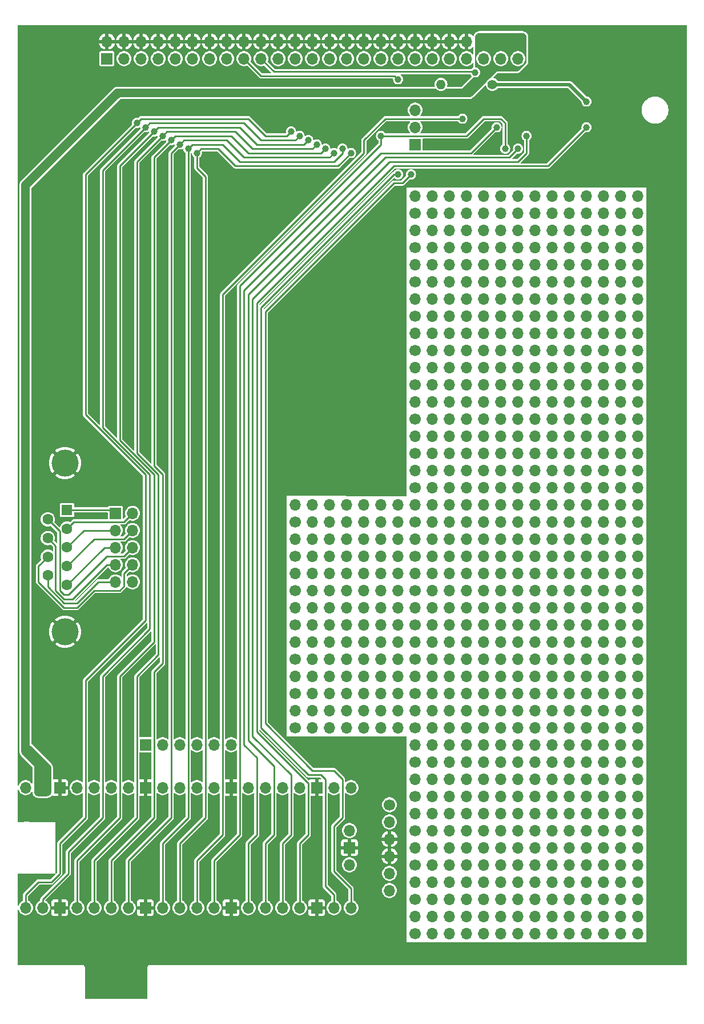
<source format=gbl>
G04 #@! TF.GenerationSoftware,KiCad,Pcbnew,8.0.4*
G04 #@! TF.CreationDate,2024-11-26T20:16:44-06:00*
G04 #@! TF.ProjectId,picoMBC,7069636f-4d42-4432-9e6b-696361645f70,rev?*
G04 #@! TF.SameCoordinates,Original*
G04 #@! TF.FileFunction,Copper,L2,Bot*
G04 #@! TF.FilePolarity,Positive*
%FSLAX46Y46*%
G04 Gerber Fmt 4.6, Leading zero omitted, Abs format (unit mm)*
G04 Created by KiCad (PCBNEW 8.0.4) date 2024-11-26 20:16:44*
%MOMM*%
%LPD*%
G01*
G04 APERTURE LIST*
G04 #@! TA.AperFunction,ComponentPad*
%ADD10C,1.700000*%
G04 #@! TD*
G04 #@! TA.AperFunction,ComponentPad*
%ADD11O,1.700000X1.700000*%
G04 #@! TD*
G04 #@! TA.AperFunction,ComponentPad*
%ADD12R,1.700000X1.700000*%
G04 #@! TD*
G04 #@! TA.AperFunction,ComponentPad*
%ADD13C,4.000000*%
G04 #@! TD*
G04 #@! TA.AperFunction,ComponentPad*
%ADD14R,1.600000X1.600000*%
G04 #@! TD*
G04 #@! TA.AperFunction,ComponentPad*
%ADD15C,1.600000*%
G04 #@! TD*
G04 #@! TA.AperFunction,ComponentPad*
%ADD16C,1.400000*%
G04 #@! TD*
G04 #@! TA.AperFunction,ComponentPad*
%ADD17O,1.400000X1.400000*%
G04 #@! TD*
G04 #@! TA.AperFunction,ViaPad*
%ADD18C,1.000000*%
G04 #@! TD*
G04 #@! TA.AperFunction,Conductor*
%ADD19C,0.254000*%
G04 #@! TD*
G04 #@! TA.AperFunction,Conductor*
%ADD20C,0.508000*%
G04 #@! TD*
G04 APERTURE END LIST*
D10*
X107950000Y-153670000D03*
D11*
X107950000Y-156210000D03*
X107950000Y-158750000D03*
X107950000Y-161290000D03*
X107950000Y-163830000D03*
X107950000Y-166370000D03*
D10*
X93980000Y-137160000D03*
D11*
X93980000Y-134620000D03*
X96520000Y-137160000D03*
X96520000Y-134620000D03*
X99059999Y-137160000D03*
X99060000Y-134620000D03*
X101600000Y-137160000D03*
X101600000Y-134620000D03*
X104140000Y-137160000D03*
X104140000Y-134620000D03*
X106680000Y-137160000D03*
X106680000Y-134620000D03*
X109220000Y-137160000D03*
X109220000Y-134620000D03*
D10*
X111770000Y-66045000D03*
D11*
X111770000Y-63505000D03*
X114310000Y-66045000D03*
X114310000Y-63505000D03*
X116849999Y-66045000D03*
X116850000Y-63505000D03*
X119390000Y-66045000D03*
X119390000Y-63505000D03*
X121930000Y-66045000D03*
X121930000Y-63505000D03*
X124470000Y-66045000D03*
X124470000Y-63505000D03*
X127010000Y-66045000D03*
X127010000Y-63505000D03*
X129550001Y-66045000D03*
X129550000Y-63505000D03*
X132090000Y-66045000D03*
X132090000Y-63505000D03*
X134630000Y-66045000D03*
X134630000Y-63505000D03*
X137170000Y-66045000D03*
X137170000Y-63505000D03*
X139709999Y-66045000D03*
X139710000Y-63505000D03*
X142250000Y-66045000D03*
X142250000Y-63505000D03*
X144790000Y-66045000D03*
X144790000Y-63505000D03*
D12*
X71755000Y-144780000D03*
D11*
X74295000Y-144780000D03*
X76834999Y-144780000D03*
X79375000Y-144780000D03*
X81915000Y-144780000D03*
X84455000Y-144780000D03*
D10*
X111760000Y-81280000D03*
D11*
X111760000Y-78740000D03*
X114300000Y-81280000D03*
X114300000Y-78740000D03*
X116839999Y-81280000D03*
X116840000Y-78740000D03*
X119380000Y-81280000D03*
X119380000Y-78740000D03*
X121920000Y-81280000D03*
X121920000Y-78740000D03*
X124460000Y-81280000D03*
X124460000Y-78740000D03*
X127000000Y-81280000D03*
X127000000Y-78740000D03*
X129540001Y-81280000D03*
X129540000Y-78740000D03*
X132080000Y-81280000D03*
X132080000Y-78740000D03*
X134620000Y-81280000D03*
X134620000Y-78740000D03*
X137160000Y-81280000D03*
X137160000Y-78740000D03*
X139699999Y-81280000D03*
X139700000Y-78740000D03*
X142240000Y-81280000D03*
X142240000Y-78740000D03*
X144780000Y-81280000D03*
X144780000Y-78740000D03*
D10*
X111760000Y-121920000D03*
D11*
X111760000Y-119380000D03*
X114300000Y-121920000D03*
X114300000Y-119380000D03*
X116839999Y-121920000D03*
X116840000Y-119380000D03*
X119380000Y-121920000D03*
X119380000Y-119380000D03*
X121920000Y-121920000D03*
X121920000Y-119380000D03*
X124460000Y-121920000D03*
X124460000Y-119380000D03*
X127000000Y-121920000D03*
X127000000Y-119380000D03*
X129540001Y-121920000D03*
X129540000Y-119380000D03*
X132080000Y-121920000D03*
X132080000Y-119380000D03*
X134620000Y-121920000D03*
X134620000Y-119380000D03*
X137160000Y-121920000D03*
X137160000Y-119380000D03*
X139699999Y-121920000D03*
X139700000Y-119380000D03*
X142240000Y-121920000D03*
X142240000Y-119380000D03*
X144780000Y-121920000D03*
X144780000Y-119380000D03*
D10*
X111760000Y-101600000D03*
D11*
X111760000Y-99060000D03*
X114300000Y-101600000D03*
X114300000Y-99060000D03*
X116839999Y-101600000D03*
X116840000Y-99060000D03*
X119380000Y-101600000D03*
X119380000Y-99060000D03*
X121920000Y-101600000D03*
X121920000Y-99060000D03*
X124460000Y-101600000D03*
X124460000Y-99060000D03*
X127000000Y-101600000D03*
X127000000Y-99060000D03*
X129540001Y-101600000D03*
X129540000Y-99060000D03*
X132080000Y-101600000D03*
X132080000Y-99060000D03*
X134620000Y-101600000D03*
X134620000Y-99060000D03*
X137160000Y-101600000D03*
X137160000Y-99060000D03*
X139699999Y-101600000D03*
X139700000Y-99060000D03*
X142240000Y-101600000D03*
X142240000Y-99060000D03*
X144780000Y-101600000D03*
X144780000Y-99060000D03*
D12*
X67305000Y-110495000D03*
D11*
X69845000Y-110495000D03*
X67305000Y-113035000D03*
X69845000Y-113035000D03*
X67305000Y-115575000D03*
X69845000Y-115575000D03*
X67305000Y-118115000D03*
X69845000Y-118115000D03*
X67305000Y-120655000D03*
X69845000Y-120655000D03*
D10*
X111760000Y-152400000D03*
D11*
X111760000Y-149860000D03*
X114300000Y-152400000D03*
X114300000Y-149860000D03*
X116839999Y-152400000D03*
X116840000Y-149860000D03*
X119380000Y-152400000D03*
X119380000Y-149860000D03*
X121920000Y-152400000D03*
X121920000Y-149860000D03*
X124460000Y-152400000D03*
X124460000Y-149860000D03*
X127000000Y-152400000D03*
X127000000Y-149860000D03*
X129540001Y-152400000D03*
X129540000Y-149860000D03*
X132080000Y-152400000D03*
X132080000Y-149860000D03*
X134620000Y-152400000D03*
X134620000Y-149860000D03*
X137160000Y-152400000D03*
X137160000Y-149860000D03*
X139699999Y-152400000D03*
X139700000Y-149860000D03*
X142240000Y-152400000D03*
X142240000Y-149860000D03*
X144780000Y-152400000D03*
X144780000Y-149860000D03*
D10*
X93980000Y-121920000D03*
D11*
X93980000Y-119380000D03*
X96520000Y-121920000D03*
X96520000Y-119380000D03*
X99059999Y-121920000D03*
X99060000Y-119380000D03*
X101600000Y-121920000D03*
X101600000Y-119380000D03*
X104140000Y-121920000D03*
X104140000Y-119380000D03*
X106680000Y-121920000D03*
X106680000Y-119380000D03*
X109220000Y-121920000D03*
X109220000Y-119380000D03*
D10*
X93980000Y-132080000D03*
D11*
X93980000Y-129540000D03*
X96520000Y-132080000D03*
X96520000Y-129540000D03*
X99059999Y-132080000D03*
X99060000Y-129540000D03*
X101600000Y-132080000D03*
X101600000Y-129540000D03*
X104140000Y-132080000D03*
X104140000Y-129540000D03*
X106680000Y-132080000D03*
X106680000Y-129540000D03*
X109220000Y-132080000D03*
X109220000Y-129540000D03*
D10*
X93980000Y-111760000D03*
D11*
X93980000Y-109220000D03*
X96520000Y-111760000D03*
X96520000Y-109220000D03*
X99059999Y-111760000D03*
X99060000Y-109220000D03*
X101600000Y-111760000D03*
X101600000Y-109220000D03*
X104140000Y-111760000D03*
X104140000Y-109220000D03*
X106680000Y-111760000D03*
X106680000Y-109220000D03*
X109220000Y-111760000D03*
X109220000Y-109220000D03*
D10*
X111770000Y-71125000D03*
D11*
X111770000Y-68585000D03*
X114310000Y-71125000D03*
X114310000Y-68585000D03*
X116849999Y-71125000D03*
X116850000Y-68585000D03*
X119390000Y-71125000D03*
X119390000Y-68585000D03*
X121930000Y-71125000D03*
X121930000Y-68585000D03*
X124470000Y-71125000D03*
X124470000Y-68585000D03*
X127010000Y-71125000D03*
X127010000Y-68585000D03*
X129550001Y-71125000D03*
X129550000Y-68585000D03*
X132090000Y-71125000D03*
X132090000Y-68585000D03*
X134630000Y-71125000D03*
X134630000Y-68585000D03*
X137170000Y-71125000D03*
X137170000Y-68585000D03*
X139709999Y-71125000D03*
X139710000Y-68585000D03*
X142250000Y-71125000D03*
X142250000Y-68585000D03*
X144790000Y-71125000D03*
X144790000Y-68585000D03*
D13*
X59815331Y-103059999D03*
X59815331Y-128059999D03*
D14*
X60115331Y-110019999D03*
D15*
X60115331Y-112789999D03*
X60115331Y-115560000D03*
X60115331Y-118329999D03*
X60115331Y-121099999D03*
X57275331Y-111404999D03*
X57275331Y-114174999D03*
X57275331Y-116944999D03*
X57275331Y-119714999D03*
D10*
X111760000Y-167640000D03*
D11*
X111760000Y-165100000D03*
X114300000Y-167640000D03*
X114300000Y-165100000D03*
X116839999Y-167640000D03*
X116840000Y-165100000D03*
X119380000Y-167640000D03*
X119380000Y-165100000D03*
X121920000Y-167640000D03*
X121920000Y-165100000D03*
X124460000Y-167640000D03*
X124460000Y-165100000D03*
X127000000Y-167640000D03*
X127000000Y-165100000D03*
X129540001Y-167640000D03*
X129540000Y-165100000D03*
X132080000Y-167640000D03*
X132080000Y-165100000D03*
X134620000Y-167640000D03*
X134620000Y-165100000D03*
X137160000Y-167640000D03*
X137160000Y-165100000D03*
X139699999Y-167640000D03*
X139700000Y-165100000D03*
X142240000Y-167640000D03*
X142240000Y-165100000D03*
X144780000Y-167640000D03*
X144780000Y-165100000D03*
D12*
X111760000Y-55880000D03*
D11*
X111760000Y-53340000D03*
X111760000Y-50800001D03*
D10*
X111760000Y-162560000D03*
D11*
X111760000Y-160020000D03*
X114300000Y-162560000D03*
X114300000Y-160020000D03*
X116839999Y-162560000D03*
X116840000Y-160020000D03*
X119380000Y-162560000D03*
X119380000Y-160020000D03*
X121920000Y-162560000D03*
X121920000Y-160020000D03*
X124460000Y-162560000D03*
X124460000Y-160020000D03*
X127000000Y-162560000D03*
X127000000Y-160020000D03*
X129540001Y-162560000D03*
X129540000Y-160020000D03*
X132080000Y-162560000D03*
X132080000Y-160020000D03*
X134620000Y-162560000D03*
X134620000Y-160020000D03*
X137160000Y-162560000D03*
X137160000Y-160020000D03*
X139699999Y-162560000D03*
X139700000Y-160020000D03*
X142240000Y-162560000D03*
X142240000Y-160020000D03*
X144780000Y-162560000D03*
X144780000Y-160020000D03*
D10*
X93980000Y-142240000D03*
D11*
X93980000Y-139700000D03*
X96520000Y-142240000D03*
X96520000Y-139700000D03*
X99059999Y-142240000D03*
X99060000Y-139700000D03*
X101600000Y-142240000D03*
X101600000Y-139700000D03*
X104140000Y-142240000D03*
X104140000Y-139700000D03*
X106680000Y-142240000D03*
X106680000Y-139700000D03*
X109220000Y-142240000D03*
X109220000Y-139700000D03*
D10*
X93980000Y-116840000D03*
D11*
X93980000Y-114300000D03*
X96520000Y-116840000D03*
X96520000Y-114300000D03*
X99059999Y-116840000D03*
X99060000Y-114300000D03*
X101600000Y-116840000D03*
X101600000Y-114300000D03*
X104140000Y-116840000D03*
X104140000Y-114300000D03*
X106680000Y-116840000D03*
X106680000Y-114300000D03*
X109220000Y-116840000D03*
X109220000Y-114300000D03*
D10*
X111760000Y-132080000D03*
D11*
X111760000Y-129540000D03*
X114300000Y-132080000D03*
X114300000Y-129540000D03*
X116839999Y-132080000D03*
X116840000Y-129540000D03*
X119380000Y-132080000D03*
X119380000Y-129540000D03*
X121920000Y-132080000D03*
X121920000Y-129540000D03*
X124460000Y-132080000D03*
X124460000Y-129540000D03*
X127000000Y-132080000D03*
X127000000Y-129540000D03*
X129540001Y-132080000D03*
X129540000Y-129540000D03*
X132080000Y-132080000D03*
X132080000Y-129540000D03*
X134620000Y-132080000D03*
X134620000Y-129540000D03*
X137160000Y-132080000D03*
X137160000Y-129540000D03*
X139699999Y-132080000D03*
X139700000Y-129540000D03*
X142240000Y-132080000D03*
X142240000Y-129540000D03*
X144780000Y-132080000D03*
X144780000Y-129540000D03*
D10*
X111760000Y-96520000D03*
D11*
X111760000Y-93980000D03*
X114300000Y-96520000D03*
X114300000Y-93980000D03*
X116839999Y-96520000D03*
X116840000Y-93980000D03*
X119380000Y-96520000D03*
X119380000Y-93980000D03*
X121920000Y-96520000D03*
X121920000Y-93980000D03*
X124460000Y-96520000D03*
X124460000Y-93980000D03*
X127000000Y-96520000D03*
X127000000Y-93980000D03*
X129540001Y-96520000D03*
X129540000Y-93980000D03*
X132080000Y-96520000D03*
X132080000Y-93980000D03*
X134620000Y-96520000D03*
X134620000Y-93980000D03*
X137160000Y-96520000D03*
X137160000Y-93980000D03*
X139699999Y-96520000D03*
X139700000Y-93980000D03*
X142240000Y-96520000D03*
X142240000Y-93980000D03*
X144780000Y-96520000D03*
X144780000Y-93980000D03*
D10*
X111760000Y-106680000D03*
D11*
X111760000Y-104140000D03*
X114300000Y-106680000D03*
X114300000Y-104140000D03*
X116839999Y-106680000D03*
X116840000Y-104140000D03*
X119380000Y-106680000D03*
X119380000Y-104140000D03*
X121920000Y-106680000D03*
X121920000Y-104140000D03*
X124460000Y-106680000D03*
X124460000Y-104140000D03*
X127000000Y-106680000D03*
X127000000Y-104140000D03*
X129540001Y-106680000D03*
X129540000Y-104140000D03*
X132080000Y-106680000D03*
X132080000Y-104140000D03*
X134620000Y-106680000D03*
X134620000Y-104140000D03*
X137160000Y-106680000D03*
X137160000Y-104140000D03*
X139699999Y-106680000D03*
X139700000Y-104140000D03*
X142240000Y-106680000D03*
X142240000Y-104140000D03*
X144780000Y-106680000D03*
X144780000Y-104140000D03*
D10*
X111760000Y-116840000D03*
D11*
X111760000Y-114300000D03*
X114300000Y-116840000D03*
X114300000Y-114300000D03*
X116839999Y-116840000D03*
X116840000Y-114300000D03*
X119380000Y-116840000D03*
X119380000Y-114300000D03*
X121920000Y-116840000D03*
X121920000Y-114300000D03*
X124460000Y-116840000D03*
X124460000Y-114300000D03*
X127000000Y-116840000D03*
X127000000Y-114300000D03*
X129540001Y-116840000D03*
X129540000Y-114300000D03*
X132080000Y-116840000D03*
X132080000Y-114300000D03*
X134620000Y-116840000D03*
X134620000Y-114300000D03*
X137160000Y-116840000D03*
X137160000Y-114300000D03*
X139699999Y-116840000D03*
X139700000Y-114300000D03*
X142240000Y-116840000D03*
X142240000Y-114300000D03*
X144780000Y-116840000D03*
X144780000Y-114300000D03*
D10*
X111770000Y-76205000D03*
D11*
X111770000Y-73665000D03*
X114310000Y-76205000D03*
X114310000Y-73665000D03*
X116849999Y-76205000D03*
X116850000Y-73665000D03*
X119390000Y-76205000D03*
X119390000Y-73665000D03*
X121930000Y-76205000D03*
X121930000Y-73665000D03*
X124470000Y-76205000D03*
X124470000Y-73665000D03*
X127010000Y-76205000D03*
X127010000Y-73665000D03*
X129550001Y-76205000D03*
X129550000Y-73665000D03*
X132090000Y-76205000D03*
X132090000Y-73665000D03*
X134630000Y-76205000D03*
X134630000Y-73665000D03*
X137170000Y-76205000D03*
X137170000Y-73665000D03*
X139709999Y-76205000D03*
X139710000Y-73665000D03*
X142250000Y-76205000D03*
X142250000Y-73665000D03*
X144790000Y-76205000D03*
X144790000Y-73665000D03*
D10*
X111760000Y-127000000D03*
D11*
X111760000Y-124460000D03*
X114300000Y-127000000D03*
X114300000Y-124460000D03*
X116839999Y-127000000D03*
X116840000Y-124460000D03*
X119380000Y-127000000D03*
X119380000Y-124460000D03*
X121920000Y-127000000D03*
X121920000Y-124460000D03*
X124460000Y-127000000D03*
X124460000Y-124460000D03*
X127000000Y-127000000D03*
X127000000Y-124460000D03*
X129540001Y-127000000D03*
X129540000Y-124460000D03*
X132080000Y-127000000D03*
X132080000Y-124460000D03*
X134620000Y-127000000D03*
X134620000Y-124460000D03*
X137160000Y-127000000D03*
X137160000Y-124460000D03*
X139699999Y-127000000D03*
X139700000Y-124460000D03*
X142240000Y-127000000D03*
X142240000Y-124460000D03*
X144780000Y-127000000D03*
X144780000Y-124460000D03*
D10*
X111760000Y-86360000D03*
D11*
X111760000Y-83820000D03*
X114300000Y-86360000D03*
X114300000Y-83820000D03*
X116839999Y-86360000D03*
X116840000Y-83820000D03*
X119380000Y-86360000D03*
X119380000Y-83820000D03*
X121920000Y-86360000D03*
X121920000Y-83820000D03*
X124460000Y-86360000D03*
X124460000Y-83820000D03*
X127000000Y-86360000D03*
X127000000Y-83820000D03*
X129540001Y-86360000D03*
X129540000Y-83820000D03*
X132080000Y-86360000D03*
X132080000Y-83820000D03*
X134620000Y-86360000D03*
X134620000Y-83820000D03*
X137160000Y-86360000D03*
X137160000Y-83820000D03*
X139699999Y-86360000D03*
X139700000Y-83820000D03*
X142240000Y-86360000D03*
X142240000Y-83820000D03*
X144780000Y-86360000D03*
X144780000Y-83820000D03*
D10*
X111760000Y-147320000D03*
D11*
X111760000Y-144780000D03*
X114300000Y-147320000D03*
X114300000Y-144780000D03*
X116839999Y-147320000D03*
X116840000Y-144780000D03*
X119380000Y-147320000D03*
X119380000Y-144780000D03*
X121920000Y-147320000D03*
X121920000Y-144780000D03*
X124460000Y-147320000D03*
X124460000Y-144780000D03*
X127000000Y-147320000D03*
X127000000Y-144780000D03*
X129540001Y-147320000D03*
X129540000Y-144780000D03*
X132080000Y-147320000D03*
X132080000Y-144780000D03*
X134620000Y-147320000D03*
X134620000Y-144780000D03*
X137160000Y-147320000D03*
X137160000Y-144780000D03*
X139699999Y-147320000D03*
X139700000Y-144780000D03*
X142240000Y-147320000D03*
X142240000Y-144780000D03*
X144780000Y-147320000D03*
X144780000Y-144780000D03*
D10*
X111760000Y-91440000D03*
D11*
X111760000Y-88900000D03*
X114300000Y-91440000D03*
X114300000Y-88900000D03*
X116839999Y-91440000D03*
X116840000Y-88900000D03*
X119380000Y-91440000D03*
X119380000Y-88900000D03*
X121920000Y-91440000D03*
X121920000Y-88900000D03*
X124460000Y-91440000D03*
X124460000Y-88900000D03*
X127000000Y-91440000D03*
X127000000Y-88900000D03*
X129540001Y-91440000D03*
X129540000Y-88900000D03*
X132080000Y-91440000D03*
X132080000Y-88900000D03*
X134620000Y-91440000D03*
X134620000Y-88900000D03*
X137160000Y-91440000D03*
X137160000Y-88900000D03*
X139699999Y-91440000D03*
X139700000Y-88900000D03*
X142240000Y-91440000D03*
X142240000Y-88900000D03*
X144780000Y-91440000D03*
X144780000Y-88900000D03*
D10*
X111760000Y-142240000D03*
D11*
X111760000Y-139700000D03*
X114300000Y-142240000D03*
X114300000Y-139700000D03*
X116839999Y-142240000D03*
X116840000Y-139700000D03*
X119380000Y-142240000D03*
X119380000Y-139700000D03*
X121920000Y-142240000D03*
X121920000Y-139700000D03*
X124460000Y-142240000D03*
X124460000Y-139700000D03*
X127000000Y-142240000D03*
X127000000Y-139700000D03*
X129540001Y-142240000D03*
X129540000Y-139700000D03*
X132080000Y-142240000D03*
X132080000Y-139700000D03*
X134620000Y-142240000D03*
X134620000Y-139700000D03*
X137160000Y-142240000D03*
X137160000Y-139700000D03*
X139699999Y-142240000D03*
X139700000Y-139700000D03*
X142240000Y-142240000D03*
X142240000Y-139700000D03*
X144780000Y-142240000D03*
X144780000Y-139700000D03*
D10*
X93980000Y-127000000D03*
D11*
X93980000Y-124460000D03*
X96520000Y-127000000D03*
X96520000Y-124460000D03*
X99059999Y-127000000D03*
X99060000Y-124460000D03*
X101600000Y-127000000D03*
X101600000Y-124460000D03*
X104140000Y-127000000D03*
X104140000Y-124460000D03*
X106680000Y-127000000D03*
X106680000Y-124460000D03*
X109220000Y-127000000D03*
X109220000Y-124460000D03*
D16*
X123190000Y-46990000D03*
D17*
X115570000Y-46990000D03*
D10*
X111760000Y-157480000D03*
D11*
X111760000Y-154940000D03*
X114300000Y-157480000D03*
X114300000Y-154940000D03*
X116839999Y-157480000D03*
X116840000Y-154940000D03*
X119380000Y-157480000D03*
X119380000Y-154940000D03*
X121920000Y-157480000D03*
X121920000Y-154940000D03*
X124460000Y-157480000D03*
X124460000Y-154940000D03*
X127000000Y-157480000D03*
X127000000Y-154940000D03*
X129540001Y-157480000D03*
X129540000Y-154940000D03*
X132080000Y-157480000D03*
X132080000Y-154940000D03*
X134620000Y-157480000D03*
X134620000Y-154940000D03*
X137160000Y-157480000D03*
X137160000Y-154940000D03*
X139699999Y-157480000D03*
X139700000Y-154940000D03*
X142240000Y-157480000D03*
X142240000Y-154940000D03*
X144780000Y-157480000D03*
X144780000Y-154940000D03*
D10*
X111760000Y-111760000D03*
D11*
X111760000Y-109220000D03*
X114300000Y-111760000D03*
X114300000Y-109220000D03*
X116839999Y-111760000D03*
X116840000Y-109220000D03*
X119380000Y-111760000D03*
X119380000Y-109220000D03*
X121920000Y-111760000D03*
X121920000Y-109220000D03*
X124460000Y-111760000D03*
X124460000Y-109220000D03*
X127000000Y-111760000D03*
X127000000Y-109220000D03*
X129540001Y-111760000D03*
X129540000Y-109220000D03*
X132080000Y-111760000D03*
X132080000Y-109220000D03*
X134620000Y-111760000D03*
X134620000Y-109220000D03*
X137160000Y-111760000D03*
X137160000Y-109220000D03*
X139699999Y-111760000D03*
X139700000Y-109220000D03*
X142240000Y-111760000D03*
X142240000Y-109220000D03*
X144780000Y-111760000D03*
X144780000Y-109220000D03*
X53975000Y-168910000D03*
X56515000Y-168910000D03*
D12*
X59055000Y-168910000D03*
D11*
X61595000Y-168910000D03*
X64135000Y-168910000D03*
X66675000Y-168910000D03*
X69215000Y-168910000D03*
D12*
X71755000Y-168910000D03*
D11*
X74295000Y-168910000D03*
X76835000Y-168910000D03*
X79375000Y-168910000D03*
X81915000Y-168910000D03*
D12*
X84455000Y-168910000D03*
D11*
X86995000Y-168910000D03*
X89535000Y-168910000D03*
X92075000Y-168910000D03*
X94615000Y-168910000D03*
D12*
X97155000Y-168910000D03*
D11*
X99695000Y-168910000D03*
X102235000Y-168910000D03*
X102235000Y-151130000D03*
X99695000Y-151130000D03*
D12*
X97155000Y-151130000D03*
D11*
X94615000Y-151130000D03*
X92075000Y-151130000D03*
X89535000Y-151130000D03*
X86995000Y-151130000D03*
D12*
X84455000Y-151130000D03*
D11*
X81915000Y-151130000D03*
X79375000Y-151130000D03*
X76835000Y-151130000D03*
X74295000Y-151130000D03*
D12*
X71755000Y-151130000D03*
D11*
X69215000Y-151130000D03*
X66675000Y-151130000D03*
X64135000Y-151130000D03*
X61595000Y-151130000D03*
D12*
X59055000Y-151130000D03*
D11*
X56515000Y-151130000D03*
X53975000Y-151130000D03*
X102005000Y-162560000D03*
D12*
X102005000Y-160020000D03*
D11*
X102005000Y-157480000D03*
D10*
X111760000Y-172720000D03*
D11*
X111760000Y-170180000D03*
X114300000Y-172720000D03*
X114300000Y-170180000D03*
X116839999Y-172720000D03*
X116840000Y-170180000D03*
X119380000Y-172720000D03*
X119380000Y-170180000D03*
X121920000Y-172720000D03*
X121920000Y-170180000D03*
X124460000Y-172720000D03*
X124460000Y-170180000D03*
X127000000Y-172720000D03*
X127000000Y-170180000D03*
X129540001Y-172720000D03*
X129540000Y-170180000D03*
X132080000Y-172720000D03*
X132080000Y-170180000D03*
X134620000Y-172720000D03*
X134620000Y-170180000D03*
X137160000Y-172720000D03*
X137160000Y-170180000D03*
X139699999Y-172720000D03*
X139700000Y-170180000D03*
X142240000Y-172720000D03*
X142240000Y-170180000D03*
X144780000Y-172720000D03*
X144780000Y-170180000D03*
D12*
X66040000Y-43180000D03*
D11*
X66040000Y-40640000D03*
X68580000Y-43180000D03*
X68580000Y-40640000D03*
X71120000Y-43180000D03*
X71120000Y-40640000D03*
X73660000Y-43180000D03*
X73660000Y-40640000D03*
X76200000Y-43180000D03*
X76200000Y-40640000D03*
X78740000Y-43180000D03*
X78740000Y-40640000D03*
X81280000Y-43180000D03*
X81280000Y-40640000D03*
X83820000Y-43180000D03*
X83820000Y-40640000D03*
X86360000Y-43180000D03*
X86360000Y-40640000D03*
X88900000Y-43180000D03*
X88900000Y-40640000D03*
X91440000Y-43180000D03*
X91440000Y-40640000D03*
X93980000Y-43180000D03*
X93980000Y-40640000D03*
X96520000Y-43180000D03*
X96520000Y-40640000D03*
X99060000Y-43180000D03*
X99060000Y-40640000D03*
X101600000Y-43180000D03*
X101600000Y-40640000D03*
X104140000Y-43180000D03*
X104140000Y-40640000D03*
X106680000Y-43180000D03*
X106680000Y-40640000D03*
X109220000Y-43180000D03*
X109220000Y-40640000D03*
X111760000Y-43180000D03*
X111760000Y-40640000D03*
X114300000Y-43180000D03*
X114300000Y-40640000D03*
X116840000Y-43180000D03*
X116840000Y-40640000D03*
X119380000Y-43180000D03*
X119380000Y-40640000D03*
X121920000Y-43180000D03*
X121920000Y-40640000D03*
X124460000Y-43180000D03*
X124460000Y-40640000D03*
X127000000Y-43180000D03*
X127000000Y-40640000D03*
D10*
X111760000Y-137160000D03*
D11*
X111760000Y-134620000D03*
X114300000Y-137160000D03*
X114300000Y-134620000D03*
X116839999Y-137160000D03*
X116840000Y-134620000D03*
X119380000Y-137160000D03*
X119380000Y-134620000D03*
X121920000Y-137160000D03*
X121920000Y-134620000D03*
X124460000Y-137160000D03*
X124460000Y-134620000D03*
X127000000Y-137160000D03*
X127000000Y-134620000D03*
X129540001Y-137160000D03*
X129540000Y-134620000D03*
X132080000Y-137160000D03*
X132080000Y-134620000D03*
X134620000Y-137160000D03*
X134620000Y-134620000D03*
X137160000Y-137160000D03*
X137160000Y-134620000D03*
X139699999Y-137160000D03*
X139700000Y-134620000D03*
X142240000Y-137160000D03*
X142240000Y-134620000D03*
X144780000Y-137160000D03*
X144780000Y-134620000D03*
D18*
X72390000Y-161290000D03*
X75565000Y-161290000D03*
X80645000Y-163195000D03*
X85090000Y-161290000D03*
X88265000Y-161290000D03*
X90805000Y-161290000D03*
X93345000Y-161290000D03*
X86995000Y-153035000D03*
X81915000Y-153035000D03*
X71755000Y-135255000D03*
X83820000Y-60960000D03*
X100965000Y-167005000D03*
X97790000Y-60960000D03*
X79375000Y-60960000D03*
X85090000Y-50165000D03*
X71755000Y-147320000D03*
X64135000Y-135255000D03*
X97155000Y-153035000D03*
X132080000Y-56515000D03*
X66675000Y-60960000D03*
X55880000Y-166370000D03*
X60960000Y-133350000D03*
X60960000Y-139700000D03*
X114935000Y-53340000D03*
X81915000Y-135255000D03*
X64135000Y-60960000D03*
X79375000Y-153035000D03*
X84455000Y-135255000D03*
X76835000Y-60960000D03*
X71755000Y-60960000D03*
X79375000Y-135255000D03*
X92075000Y-154940000D03*
X94615000Y-154940000D03*
X66675000Y-135255000D03*
X101600000Y-54610000D03*
X60960000Y-146050000D03*
X107950000Y-50800000D03*
X130810000Y-45720000D03*
X113665000Y-60325000D03*
X96520000Y-161290000D03*
X128270000Y-50165000D03*
X71755000Y-153035000D03*
X114935000Y-50800000D03*
X74295000Y-60960000D03*
X79375000Y-147320000D03*
X123825000Y-50165000D03*
X90170000Y-50165000D03*
X76835000Y-135255000D03*
X113665000Y-55880000D03*
X66675000Y-147320000D03*
X125730000Y-51435000D03*
X74295000Y-135255000D03*
X69215000Y-60960000D03*
X84455000Y-153035000D03*
X111760000Y-46355000D03*
X132080000Y-44450000D03*
X66675000Y-153035000D03*
X53975000Y-165735000D03*
X89535000Y-153035000D03*
X69215000Y-144780000D03*
X57150000Y-146050000D03*
X69215000Y-135255000D03*
X61595000Y-153035000D03*
X90805000Y-135255000D03*
X57150000Y-133350000D03*
X74295000Y-153035000D03*
X76835000Y-153035000D03*
X137160000Y-49530000D03*
X120650000Y-45212000D03*
X109220000Y-46228000D03*
X78105000Y-56515000D03*
X100965000Y-56515000D03*
X76835000Y-55880000D03*
X99695000Y-57150000D03*
X73025000Y-53975000D03*
X95885000Y-55245000D03*
X93345000Y-53975000D03*
X70485000Y-52705000D03*
X97155000Y-55880000D03*
X74295000Y-54610000D03*
X71755000Y-53340000D03*
X94615000Y-54610000D03*
X75565000Y-55245000D03*
X98425000Y-56515000D03*
X79375000Y-57150000D03*
X102235000Y-57150000D03*
X106680000Y-54610000D03*
X125095000Y-56515000D03*
X123825000Y-53340000D03*
X118745000Y-52070000D03*
X137160000Y-53340000D03*
X128270000Y-54610000D03*
X127000000Y-56515000D03*
X111125000Y-60325000D03*
X109220000Y-60325000D03*
D19*
X109855000Y-61595000D02*
X111125000Y-60325000D01*
X108585000Y-61595000D02*
X109855000Y-61595000D01*
X89535000Y-141605000D02*
X89535000Y-80645000D01*
X99695000Y-148590000D02*
X96520000Y-148590000D01*
X100965000Y-155575000D02*
X100965000Y-149860000D01*
X99695000Y-163512500D02*
X99695000Y-156845000D01*
X96520000Y-148590000D02*
X89535000Y-141605000D01*
X89535000Y-80645000D02*
X108585000Y-61595000D01*
X102235000Y-166052500D02*
X99695000Y-163512500D01*
X102235000Y-168910000D02*
X102235000Y-166052500D01*
X99695000Y-156845000D02*
X100965000Y-155575000D01*
X100965000Y-149860000D02*
X99695000Y-148590000D01*
D20*
X123190000Y-46990000D02*
X131445000Y-46990000D01*
X134620000Y-46990000D02*
X137160000Y-49530000D01*
X131445000Y-46990000D02*
X134620000Y-46990000D01*
D19*
X120650000Y-45212000D02*
X120523000Y-45085000D01*
X120523000Y-45085000D02*
X90805000Y-45085000D01*
X90805000Y-45085000D02*
X88900000Y-43180000D01*
X109220000Y-46228000D02*
X108712000Y-45720000D01*
X108712000Y-45720000D02*
X88900000Y-45720000D01*
X88900000Y-45720000D02*
X86360000Y-43180000D01*
X78740000Y-55880000D02*
X83185000Y-55880000D01*
X100965000Y-57150000D02*
X100965000Y-56515000D01*
X78105000Y-56515000D02*
X78105000Y-155575000D01*
X85725000Y-58420000D02*
X99695000Y-58420000D01*
X78105000Y-155575000D02*
X74295000Y-159385000D01*
X78105000Y-56515000D02*
X78740000Y-55880000D01*
X74295000Y-159385000D02*
X74295000Y-168910000D01*
X99695000Y-58420000D02*
X100965000Y-57150000D01*
X83185000Y-55880000D02*
X85725000Y-58420000D01*
X75565000Y-155575000D02*
X69215000Y-161925000D01*
X76835000Y-55880000D02*
X75565000Y-57150000D01*
X83820000Y-55245000D02*
X77470000Y-55245000D01*
X99060000Y-57785000D02*
X86360000Y-57785000D01*
X75565000Y-57150000D02*
X75565000Y-155575000D01*
X69215000Y-161925000D02*
X69215000Y-168910000D01*
X77470000Y-55245000D02*
X76835000Y-55880000D01*
X99695000Y-57150000D02*
X99060000Y-57785000D01*
X86360000Y-57785000D02*
X83820000Y-55245000D01*
X88265000Y-55880000D02*
X85725000Y-53340000D01*
X67945000Y-134620000D02*
X73025000Y-129540000D01*
X85725000Y-53340000D02*
X73660000Y-53340000D01*
X73025000Y-129540000D02*
X73025000Y-104775000D01*
X73025000Y-104775000D02*
X67945000Y-99695000D01*
X67945000Y-155575000D02*
X67945000Y-134620000D01*
X67945000Y-59055000D02*
X73025000Y-53975000D01*
X61595000Y-168910000D02*
X61595000Y-161925000D01*
X95885000Y-55245000D02*
X95250000Y-55880000D01*
X61595000Y-161925000D02*
X67945000Y-155575000D01*
X95250000Y-55880000D02*
X88265000Y-55880000D01*
X67945000Y-99695000D02*
X67945000Y-59055000D01*
X73660000Y-53340000D02*
X73025000Y-53975000D01*
X92710000Y-54610000D02*
X89535000Y-54610000D01*
X71755000Y-126365000D02*
X71755000Y-104775000D01*
X62865000Y-135255000D02*
X71755000Y-126365000D01*
X71755000Y-104775000D02*
X62865000Y-95885000D01*
X59055000Y-163830000D02*
X59055000Y-159385000D01*
X62865000Y-60325000D02*
X70485000Y-52705000D01*
X89535000Y-54610000D02*
X86995000Y-52070000D01*
X55880000Y-165100000D02*
X57785000Y-165100000D01*
X93345000Y-53975000D02*
X92710000Y-54610000D01*
X53975000Y-168910000D02*
X53975000Y-167005000D01*
X86995000Y-52070000D02*
X71120000Y-52070000D01*
X62865000Y-155575000D02*
X62865000Y-135255000D01*
X59055000Y-159385000D02*
X62865000Y-155575000D01*
X57785000Y-165100000D02*
X59055000Y-163830000D01*
X71120000Y-52070000D02*
X70485000Y-52705000D01*
X53975000Y-167005000D02*
X55880000Y-165100000D01*
X62865000Y-95885000D02*
X62865000Y-60325000D01*
X70485000Y-134620000D02*
X73660000Y-131445000D01*
X70485000Y-101600000D02*
X70485000Y-58420000D01*
X97155000Y-55880000D02*
X96520000Y-56515000D01*
X74930000Y-53975000D02*
X74295000Y-54610000D01*
X70485000Y-155575000D02*
X70485000Y-134620000D01*
X73660000Y-131445000D02*
X73660000Y-104775000D01*
X73660000Y-104775000D02*
X70485000Y-101600000D01*
X87630000Y-56515000D02*
X85090000Y-53975000D01*
X64135000Y-161925000D02*
X70485000Y-155575000D01*
X96520000Y-56515000D02*
X87630000Y-56515000D01*
X70485000Y-58420000D02*
X74295000Y-54610000D01*
X64135000Y-168910000D02*
X64135000Y-161925000D01*
X85090000Y-53975000D02*
X74930000Y-53975000D01*
X88900000Y-55245000D02*
X86360000Y-52705000D01*
X72390000Y-52705000D02*
X71755000Y-53340000D01*
X86360000Y-52705000D02*
X72390000Y-52705000D01*
X72390000Y-104775000D02*
X65405000Y-97790000D01*
X94615000Y-54610000D02*
X93980000Y-55245000D01*
X60325000Y-163830000D02*
X60325000Y-160655000D01*
X56515000Y-168910000D02*
X56515000Y-167640000D01*
X65405000Y-59690000D02*
X71755000Y-53340000D01*
X72390000Y-127635000D02*
X72390000Y-104775000D01*
X65405000Y-97790000D02*
X65405000Y-59690000D01*
X56515000Y-167640000D02*
X60325000Y-163830000D01*
X65405000Y-155575000D02*
X65405000Y-134620000D01*
X93980000Y-55245000D02*
X88900000Y-55245000D01*
X60325000Y-160655000D02*
X65405000Y-155575000D01*
X65405000Y-134620000D02*
X72390000Y-127635000D01*
X98425000Y-56515000D02*
X97790000Y-57150000D01*
X74295000Y-132715000D02*
X74295000Y-104775000D01*
X73025000Y-133985000D02*
X74295000Y-132715000D01*
X66675000Y-168910000D02*
X66675000Y-161925000D01*
X76200000Y-54610000D02*
X75565000Y-55245000D01*
X73025000Y-103505000D02*
X73025000Y-57785000D01*
X84455000Y-54610000D02*
X76200000Y-54610000D01*
X73025000Y-155575000D02*
X73025000Y-133985000D01*
X73025000Y-57785000D02*
X75565000Y-55245000D01*
X86995000Y-57150000D02*
X84455000Y-54610000D01*
X66675000Y-161925000D02*
X73025000Y-155575000D01*
X97790000Y-57150000D02*
X86995000Y-57150000D01*
X74295000Y-104775000D02*
X73025000Y-103505000D01*
X76835000Y-159385000D02*
X76835000Y-168910000D01*
X79375000Y-57150000D02*
X80010000Y-56515000D01*
X79375000Y-57150000D02*
X79375000Y-59372500D01*
X80645000Y-60642500D02*
X80645000Y-155575000D01*
X100330000Y-59055000D02*
X102235000Y-57150000D01*
X82550000Y-56515000D02*
X85090000Y-59055000D01*
X80645000Y-155575000D02*
X76835000Y-159385000D01*
X79375000Y-59372500D02*
X80645000Y-60642500D01*
X85090000Y-59055000D02*
X100330000Y-59055000D01*
X80010000Y-56515000D02*
X82550000Y-56515000D01*
X64145330Y-114300000D02*
X68580000Y-114300000D01*
X68580000Y-114300000D02*
X69845000Y-113035000D01*
X60115331Y-118329999D02*
X64145330Y-114300000D01*
X68580000Y-111760000D02*
X69845000Y-110495000D01*
X60115331Y-112789999D02*
X61145330Y-111760000D01*
X61145330Y-111760000D02*
X68580000Y-111760000D01*
X62640331Y-113035000D02*
X67305000Y-113035000D01*
X60115331Y-115560000D02*
X62640331Y-113035000D01*
X64765000Y-120655000D02*
X67305000Y-120655000D01*
X59690000Y-123825000D02*
X61595000Y-123825000D01*
X61595000Y-123825000D02*
X64765000Y-120655000D01*
X57275331Y-121410331D02*
X59690000Y-123825000D01*
X57275331Y-119714999D02*
X57275331Y-121410331D01*
X68580000Y-119380000D02*
X69845000Y-118115000D01*
X55880000Y-118340330D02*
X55880000Y-120650000D01*
X57275331Y-116944999D02*
X55880000Y-118340330D01*
X61595000Y-124460000D02*
X64135000Y-121920000D01*
X55880000Y-120650000D02*
X59690000Y-124460000D01*
X67945000Y-121920000D02*
X68580000Y-121285000D01*
X59690000Y-124460000D02*
X61595000Y-124460000D01*
X68580000Y-121285000D02*
X68580000Y-119380000D01*
X64135000Y-121920000D02*
X67945000Y-121920000D01*
X58420000Y-115319668D02*
X58420000Y-121920000D01*
X58420000Y-121920000D02*
X59690000Y-123190000D01*
X66035000Y-118115000D02*
X67305000Y-118115000D01*
X60960000Y-123190000D02*
X66035000Y-118115000D01*
X59690000Y-123190000D02*
X60960000Y-123190000D01*
X57275331Y-114174999D02*
X58420000Y-115319668D01*
X59055000Y-113184668D02*
X59055000Y-121920000D01*
X59055000Y-121920000D02*
X59690000Y-122555000D01*
X66040000Y-116840000D02*
X68580000Y-116840000D01*
X68580000Y-116840000D02*
X69845000Y-115575000D01*
X59690000Y-122555000D02*
X60325000Y-122555000D01*
X60325000Y-122555000D02*
X66040000Y-116840000D01*
X57275331Y-111404999D02*
X59055000Y-113184668D01*
X60115331Y-110019999D02*
X66829999Y-110019999D01*
X66829999Y-110019999D02*
X67305000Y-110495000D01*
X65640330Y-115575000D02*
X67305000Y-115575000D01*
X60115331Y-121099999D02*
X65640330Y-115575000D01*
X121920000Y-52070000D02*
X124460000Y-52070000D01*
X106680000Y-54610000D02*
X119380000Y-54610000D01*
X81915000Y-161925000D02*
X81915000Y-168910000D01*
X106680000Y-55880000D02*
X85725000Y-76835000D01*
X125095000Y-52705000D02*
X125095000Y-56515000D01*
X119380000Y-54610000D02*
X121920000Y-52070000D01*
X106680000Y-54610000D02*
X106680000Y-55880000D01*
X85725000Y-76835000D02*
X85725000Y-158115000D01*
X85725000Y-158115000D02*
X81915000Y-161925000D01*
X124460000Y-52070000D02*
X125095000Y-52705000D01*
X86360000Y-77470000D02*
X106680000Y-57150000D01*
X86995000Y-168910000D02*
X86995000Y-159385000D01*
X88265000Y-158115000D02*
X88265000Y-146685000D01*
X106680000Y-57150000D02*
X120015000Y-57150000D01*
X88265000Y-146685000D02*
X86360000Y-144780000D01*
X120015000Y-57150000D02*
X123825000Y-53340000D01*
X86360000Y-144780000D02*
X86360000Y-77470000D01*
X86995000Y-159385000D02*
X88265000Y-158115000D01*
X104140000Y-55245000D02*
X107315000Y-52070000D01*
X107315000Y-52070000D02*
X118745000Y-52070000D01*
X79375000Y-161925000D02*
X83185000Y-158115000D01*
X83185000Y-158115000D02*
X83185000Y-78105000D01*
X79375000Y-168910000D02*
X79375000Y-161925000D01*
X83185000Y-78105000D02*
X104140000Y-57150000D01*
X104140000Y-57150000D02*
X104140000Y-55245000D01*
X94615000Y-159385000D02*
X95885000Y-158115000D01*
X88265000Y-142875000D02*
X88265000Y-79375000D01*
X95885000Y-158115000D02*
X95885000Y-150495000D01*
X88265000Y-79375000D02*
X108585000Y-59055000D01*
X94615000Y-168910000D02*
X94615000Y-159385000D01*
X108585000Y-59055000D02*
X131445000Y-59055000D01*
X131445000Y-59055000D02*
X137160000Y-53340000D01*
X95885000Y-150495000D02*
X88265000Y-142875000D01*
X93345000Y-158115000D02*
X92075000Y-159385000D01*
X127000000Y-58420000D02*
X107950000Y-58420000D01*
X87630000Y-78740000D02*
X87630000Y-143510000D01*
X107950000Y-58420000D02*
X87630000Y-78740000D01*
X93345000Y-149225000D02*
X93345000Y-158115000D01*
X92075000Y-159385000D02*
X92075000Y-168910000D01*
X128270000Y-54610000D02*
X128270000Y-57150000D01*
X87630000Y-143510000D02*
X93345000Y-149225000D01*
X128270000Y-57150000D02*
X127000000Y-58420000D01*
X89535000Y-168910000D02*
X89535000Y-159385000D01*
X86995000Y-78105000D02*
X107315000Y-57785000D01*
X90805000Y-158115000D02*
X90805000Y-147955000D01*
X125730000Y-57785000D02*
X127000000Y-56515000D01*
X89535000Y-159385000D02*
X90805000Y-158115000D01*
X90805000Y-147955000D02*
X86995000Y-144145000D01*
X86995000Y-144145000D02*
X86995000Y-78105000D01*
X107315000Y-57785000D02*
X125730000Y-57785000D01*
X88900000Y-142240000D02*
X88900000Y-80010000D01*
X98425000Y-165735000D02*
X98425000Y-149860000D01*
X99695000Y-167005000D02*
X98425000Y-165735000D01*
X95885000Y-149225000D02*
X88900000Y-142240000D01*
X98425000Y-149860000D02*
X97790000Y-149225000D01*
X99695000Y-168910000D02*
X99695000Y-167005000D01*
X88900000Y-80010000D02*
X108585000Y-60325000D01*
X97790000Y-149225000D02*
X95885000Y-149225000D01*
X108585000Y-60325000D02*
X109220000Y-60325000D01*
G04 #@! TA.AperFunction,Conductor*
G36*
X151981194Y-38218806D02*
G01*
X151999500Y-38263000D01*
X151999500Y-177337000D01*
X151981194Y-177381194D01*
X151937000Y-177399500D01*
X72452727Y-177399500D01*
X72347273Y-177399500D01*
X72347272Y-177399500D01*
X72347266Y-177399501D01*
X72245416Y-177426791D01*
X72245413Y-177426792D01*
X72154085Y-177479521D01*
X72154081Y-177479524D01*
X72079524Y-177554081D01*
X72079521Y-177554085D01*
X72026792Y-177645413D01*
X72026791Y-177645416D01*
X71999501Y-177747266D01*
X71999500Y-177747274D01*
X71999500Y-182337000D01*
X71981194Y-182381194D01*
X71937000Y-182399500D01*
X62863000Y-182399500D01*
X62818806Y-182381194D01*
X62800500Y-182337000D01*
X62800500Y-177747274D01*
X62800498Y-177747266D01*
X62773208Y-177645416D01*
X62773207Y-177645413D01*
X62720480Y-177554087D01*
X62720478Y-177554085D01*
X62720475Y-177554081D01*
X62645918Y-177479524D01*
X62645914Y-177479521D01*
X62645913Y-177479520D01*
X62600250Y-177453156D01*
X62554586Y-177426792D01*
X62554583Y-177426791D01*
X62452733Y-177399501D01*
X62452728Y-177399500D01*
X62452727Y-177399500D01*
X62452726Y-177399500D01*
X52863000Y-177399500D01*
X52818806Y-177381194D01*
X52800500Y-177337000D01*
X52800500Y-169266094D01*
X52818806Y-169221900D01*
X52863000Y-169203594D01*
X52907194Y-169221900D01*
X52923113Y-169248989D01*
X52940672Y-169310701D01*
X53031912Y-169493935D01*
X53031913Y-169493936D01*
X53031915Y-169493940D01*
X53155259Y-169657275D01*
X53155264Y-169657280D01*
X53155268Y-169657285D01*
X53257870Y-169750819D01*
X53306533Y-169795182D01*
X53306534Y-169795183D01*
X53306538Y-169795186D01*
X53480573Y-169902944D01*
X53671444Y-169976888D01*
X53872653Y-170014500D01*
X53872656Y-170014500D01*
X54077344Y-170014500D01*
X54077347Y-170014500D01*
X54278556Y-169976888D01*
X54469427Y-169902944D01*
X54643462Y-169795186D01*
X54794732Y-169657285D01*
X54918088Y-169493935D01*
X55009328Y-169310701D01*
X55065345Y-169113821D01*
X55065991Y-169106853D01*
X55084232Y-168910004D01*
X55084232Y-168909995D01*
X55065346Y-168706186D01*
X55065344Y-168706174D01*
X55034239Y-168596853D01*
X55009328Y-168509299D01*
X54918088Y-168326065D01*
X54918085Y-168326061D01*
X54918084Y-168326059D01*
X54794740Y-168162724D01*
X54794735Y-168162719D01*
X54794732Y-168162715D01*
X54699834Y-168076204D01*
X54643466Y-168024817D01*
X54643463Y-168024815D01*
X54643462Y-168024814D01*
X54469427Y-167917056D01*
X54469426Y-167917055D01*
X54469422Y-167917053D01*
X54396422Y-167888772D01*
X54361825Y-167855737D01*
X54356500Y-167830493D01*
X54356500Y-167188911D01*
X54374806Y-167144717D01*
X56019717Y-165499806D01*
X56063911Y-165481500D01*
X57835224Y-165481500D01*
X57835225Y-165481500D01*
X57932254Y-165455501D01*
X58019247Y-165405276D01*
X58090276Y-165334247D01*
X59360276Y-164064247D01*
X59377842Y-164033821D01*
X59410501Y-163977254D01*
X59436500Y-163880225D01*
X59436500Y-159568911D01*
X59454806Y-159524717D01*
X63170271Y-155809252D01*
X63170276Y-155809247D01*
X63220502Y-155722253D01*
X63246501Y-155625225D01*
X63246501Y-155524775D01*
X63246501Y-155520951D01*
X63246500Y-155520933D01*
X63246500Y-151956143D01*
X63264806Y-151911949D01*
X63309000Y-151893643D01*
X63351104Y-151909954D01*
X63400597Y-151955073D01*
X63466533Y-152015182D01*
X63466534Y-152015183D01*
X63466538Y-152015186D01*
X63640573Y-152122944D01*
X63831444Y-152196888D01*
X64032653Y-152234500D01*
X64032656Y-152234500D01*
X64237344Y-152234500D01*
X64237347Y-152234500D01*
X64438556Y-152196888D01*
X64629427Y-152122944D01*
X64803462Y-152015186D01*
X64918895Y-151909954D01*
X64963886Y-151893710D01*
X65007188Y-151914037D01*
X65023500Y-151956143D01*
X65023500Y-155391089D01*
X65005194Y-155435283D01*
X60019725Y-160420751D01*
X59969498Y-160507746D01*
X59969498Y-160507748D01*
X59943500Y-160604770D01*
X59943500Y-163646089D01*
X59925194Y-163690283D01*
X56209725Y-167405751D01*
X56159498Y-167492746D01*
X56159498Y-167492748D01*
X56133500Y-167589770D01*
X56133500Y-167830493D01*
X56115194Y-167874687D01*
X56093578Y-167888772D01*
X56020577Y-167917053D01*
X55846533Y-168024817D01*
X55695266Y-168162717D01*
X55695259Y-168162724D01*
X55571915Y-168326059D01*
X55571912Y-168326065D01*
X55480672Y-168509298D01*
X55424655Y-168706174D01*
X55424653Y-168706186D01*
X55405768Y-168909995D01*
X55405768Y-168910004D01*
X55424653Y-169113813D01*
X55424655Y-169113825D01*
X55467980Y-169266094D01*
X55480672Y-169310701D01*
X55571912Y-169493935D01*
X55571913Y-169493936D01*
X55571915Y-169493940D01*
X55695259Y-169657275D01*
X55695264Y-169657280D01*
X55695268Y-169657285D01*
X55797870Y-169750819D01*
X55846533Y-169795182D01*
X55846534Y-169795183D01*
X55846538Y-169795186D01*
X56020573Y-169902944D01*
X56211444Y-169976888D01*
X56412653Y-170014500D01*
X56412656Y-170014500D01*
X56617344Y-170014500D01*
X56617347Y-170014500D01*
X56818556Y-169976888D01*
X57009427Y-169902944D01*
X57183462Y-169795186D01*
X57334732Y-169657285D01*
X57458088Y-169493935D01*
X57549328Y-169310701D01*
X57605345Y-169113821D01*
X57605991Y-169106853D01*
X57624232Y-168910004D01*
X57624232Y-168909995D01*
X57605346Y-168706186D01*
X57605344Y-168706174D01*
X57574239Y-168596853D01*
X57549328Y-168509299D01*
X57458088Y-168326065D01*
X57458085Y-168326061D01*
X57458084Y-168326059D01*
X57334740Y-168162724D01*
X57334735Y-168162719D01*
X57334732Y-168162715D01*
X57239834Y-168076204D01*
X57183466Y-168024817D01*
X57183463Y-168024815D01*
X57183462Y-168024814D01*
X57181892Y-168023842D01*
X57824000Y-168023842D01*
X57824000Y-168656000D01*
X58612749Y-168656000D01*
X58579755Y-168713147D01*
X58545000Y-168842857D01*
X58545000Y-168977143D01*
X58579755Y-169106853D01*
X58612749Y-169164000D01*
X57824000Y-169164000D01*
X57824000Y-169796157D01*
X57834790Y-169870216D01*
X57834790Y-169870217D01*
X57890634Y-169984449D01*
X57980550Y-170074365D01*
X58094783Y-170130209D01*
X58168843Y-170141000D01*
X58801000Y-170141000D01*
X58801000Y-169352250D01*
X58858147Y-169385245D01*
X58987857Y-169420000D01*
X59122143Y-169420000D01*
X59251853Y-169385245D01*
X59309000Y-169352250D01*
X59309000Y-170141000D01*
X59941157Y-170141000D01*
X60015216Y-170130209D01*
X60015217Y-170130209D01*
X60129449Y-170074365D01*
X60219365Y-169984449D01*
X60275209Y-169870217D01*
X60275209Y-169870216D01*
X60286000Y-169796157D01*
X60286000Y-169164000D01*
X59497251Y-169164000D01*
X59530245Y-169106853D01*
X59565000Y-168977143D01*
X59565000Y-168842857D01*
X59530245Y-168713147D01*
X59497251Y-168656000D01*
X60286000Y-168656000D01*
X60286000Y-168023842D01*
X60275209Y-167949783D01*
X60275209Y-167949782D01*
X60219365Y-167835550D01*
X60129449Y-167745634D01*
X60015216Y-167689790D01*
X59941157Y-167679000D01*
X59309000Y-167679000D01*
X59309000Y-168467749D01*
X59251853Y-168434755D01*
X59122143Y-168400000D01*
X58987857Y-168400000D01*
X58858147Y-168434755D01*
X58801000Y-168467749D01*
X58801000Y-167679000D01*
X58168843Y-167679000D01*
X58094783Y-167689790D01*
X58094782Y-167689790D01*
X57980550Y-167745634D01*
X57890634Y-167835550D01*
X57834790Y-167949782D01*
X57834790Y-167949783D01*
X57824000Y-168023842D01*
X57181892Y-168023842D01*
X57009427Y-167917056D01*
X57009426Y-167917055D01*
X57009422Y-167917053D01*
X56936422Y-167888772D01*
X56901825Y-167855737D01*
X56896500Y-167830493D01*
X56896500Y-167823911D01*
X56914806Y-167779717D01*
X60630271Y-164064252D01*
X60630276Y-164064247D01*
X60680502Y-163977253D01*
X60706501Y-163880225D01*
X60706501Y-163779775D01*
X60706501Y-163775951D01*
X60706500Y-163775933D01*
X60706500Y-160838911D01*
X60724806Y-160794717D01*
X65710271Y-155809252D01*
X65710276Y-155809247D01*
X65760502Y-155722253D01*
X65786500Y-155625225D01*
X65786500Y-155524775D01*
X65786500Y-151956143D01*
X65804806Y-151911949D01*
X65849000Y-151893643D01*
X65891104Y-151909954D01*
X65940597Y-151955073D01*
X66006533Y-152015182D01*
X66006534Y-152015183D01*
X66006538Y-152015186D01*
X66180573Y-152122944D01*
X66371444Y-152196888D01*
X66572653Y-152234500D01*
X66572656Y-152234500D01*
X66777344Y-152234500D01*
X66777347Y-152234500D01*
X66978556Y-152196888D01*
X67169427Y-152122944D01*
X67343462Y-152015186D01*
X67458895Y-151909954D01*
X67503886Y-151893710D01*
X67547188Y-151914037D01*
X67563500Y-151956143D01*
X67563500Y-155391089D01*
X67545194Y-155435283D01*
X61289725Y-161690751D01*
X61239498Y-161777746D01*
X61239498Y-161777748D01*
X61213500Y-161874770D01*
X61213500Y-167830493D01*
X61195194Y-167874687D01*
X61173578Y-167888772D01*
X61100577Y-167917053D01*
X60926533Y-168024817D01*
X60775266Y-168162717D01*
X60775259Y-168162724D01*
X60651915Y-168326059D01*
X60651912Y-168326065D01*
X60560672Y-168509298D01*
X60504655Y-168706174D01*
X60504653Y-168706186D01*
X60485768Y-168909995D01*
X60485768Y-168910004D01*
X60504653Y-169113813D01*
X60504655Y-169113825D01*
X60547980Y-169266094D01*
X60560672Y-169310701D01*
X60651912Y-169493935D01*
X60651913Y-169493936D01*
X60651915Y-169493940D01*
X60775259Y-169657275D01*
X60775264Y-169657280D01*
X60775268Y-169657285D01*
X60877870Y-169750819D01*
X60926533Y-169795182D01*
X60926534Y-169795183D01*
X60926538Y-169795186D01*
X61100573Y-169902944D01*
X61291444Y-169976888D01*
X61492653Y-170014500D01*
X61492656Y-170014500D01*
X61697344Y-170014500D01*
X61697347Y-170014500D01*
X61898556Y-169976888D01*
X62089427Y-169902944D01*
X62263462Y-169795186D01*
X62414732Y-169657285D01*
X62538088Y-169493935D01*
X62629328Y-169310701D01*
X62685345Y-169113821D01*
X62685991Y-169106853D01*
X62704232Y-168910004D01*
X62704232Y-168909995D01*
X62685346Y-168706186D01*
X62685344Y-168706174D01*
X62654239Y-168596853D01*
X62629328Y-168509299D01*
X62538088Y-168326065D01*
X62538085Y-168326061D01*
X62538084Y-168326059D01*
X62414740Y-168162724D01*
X62414735Y-168162719D01*
X62414732Y-168162715D01*
X62319834Y-168076204D01*
X62263466Y-168024817D01*
X62263463Y-168024815D01*
X62263462Y-168024814D01*
X62089427Y-167917056D01*
X62089426Y-167917055D01*
X62089422Y-167917053D01*
X62016422Y-167888772D01*
X61981825Y-167855737D01*
X61976500Y-167830493D01*
X61976500Y-162108911D01*
X61994806Y-162064717D01*
X65116530Y-158942993D01*
X68250276Y-155809247D01*
X68300501Y-155722254D01*
X68326500Y-155625225D01*
X68326500Y-151956143D01*
X68344806Y-151911949D01*
X68389000Y-151893643D01*
X68431104Y-151909954D01*
X68480597Y-151955073D01*
X68546533Y-152015182D01*
X68546534Y-152015183D01*
X68546538Y-152015186D01*
X68720573Y-152122944D01*
X68911444Y-152196888D01*
X69112653Y-152234500D01*
X69112656Y-152234500D01*
X69317344Y-152234500D01*
X69317347Y-152234500D01*
X69518556Y-152196888D01*
X69709427Y-152122944D01*
X69883462Y-152015186D01*
X69998895Y-151909954D01*
X70043886Y-151893710D01*
X70087188Y-151914037D01*
X70103500Y-151956143D01*
X70103500Y-155391089D01*
X70085194Y-155435283D01*
X63829725Y-161690751D01*
X63779498Y-161777746D01*
X63779498Y-161777748D01*
X63753500Y-161874770D01*
X63753500Y-167830493D01*
X63735194Y-167874687D01*
X63713578Y-167888772D01*
X63640577Y-167917053D01*
X63466533Y-168024817D01*
X63315266Y-168162717D01*
X63315259Y-168162724D01*
X63191915Y-168326059D01*
X63191912Y-168326065D01*
X63100672Y-168509298D01*
X63044655Y-168706174D01*
X63044653Y-168706186D01*
X63025768Y-168909995D01*
X63025768Y-168910004D01*
X63044653Y-169113813D01*
X63044655Y-169113825D01*
X63087980Y-169266094D01*
X63100672Y-169310701D01*
X63191912Y-169493935D01*
X63191913Y-169493936D01*
X63191915Y-169493940D01*
X63315259Y-169657275D01*
X63315264Y-169657280D01*
X63315268Y-169657285D01*
X63417870Y-169750819D01*
X63466533Y-169795182D01*
X63466534Y-169795183D01*
X63466538Y-169795186D01*
X63640573Y-169902944D01*
X63831444Y-169976888D01*
X64032653Y-170014500D01*
X64032656Y-170014500D01*
X64237344Y-170014500D01*
X64237347Y-170014500D01*
X64438556Y-169976888D01*
X64629427Y-169902944D01*
X64803462Y-169795186D01*
X64954732Y-169657285D01*
X65078088Y-169493935D01*
X65169328Y-169310701D01*
X65225345Y-169113821D01*
X65225991Y-169106853D01*
X65244232Y-168910004D01*
X65244232Y-168909995D01*
X65225346Y-168706186D01*
X65225344Y-168706174D01*
X65194239Y-168596853D01*
X65169328Y-168509299D01*
X65078088Y-168326065D01*
X65078085Y-168326061D01*
X65078084Y-168326059D01*
X64954740Y-168162724D01*
X64954735Y-168162719D01*
X64954732Y-168162715D01*
X64859834Y-168076204D01*
X64803466Y-168024817D01*
X64803463Y-168024815D01*
X64803462Y-168024814D01*
X64629427Y-167917056D01*
X64629426Y-167917055D01*
X64629422Y-167917053D01*
X64556422Y-167888772D01*
X64521825Y-167855737D01*
X64516500Y-167830493D01*
X64516500Y-162108911D01*
X64534806Y-162064717D01*
X67656530Y-158942993D01*
X70790276Y-155809247D01*
X70840501Y-155722254D01*
X70866500Y-155625225D01*
X70866500Y-152423500D01*
X70884806Y-152379306D01*
X70929000Y-152361000D01*
X71501000Y-152361000D01*
X71501000Y-151572250D01*
X71558147Y-151605245D01*
X71687857Y-151640000D01*
X71822143Y-151640000D01*
X71951853Y-151605245D01*
X72009000Y-151572250D01*
X72009000Y-152361000D01*
X72581000Y-152361000D01*
X72625194Y-152379306D01*
X72643500Y-152423500D01*
X72643500Y-155391089D01*
X72625194Y-155435283D01*
X66369725Y-161690751D01*
X66319498Y-161777746D01*
X66319498Y-161777748D01*
X66293500Y-161874770D01*
X66293500Y-167830493D01*
X66275194Y-167874687D01*
X66253578Y-167888772D01*
X66180577Y-167917053D01*
X66006533Y-168024817D01*
X65855266Y-168162717D01*
X65855259Y-168162724D01*
X65731915Y-168326059D01*
X65731912Y-168326065D01*
X65640672Y-168509298D01*
X65584655Y-168706174D01*
X65584653Y-168706186D01*
X65565768Y-168909995D01*
X65565768Y-168910004D01*
X65584653Y-169113813D01*
X65584655Y-169113825D01*
X65627980Y-169266094D01*
X65640672Y-169310701D01*
X65731912Y-169493935D01*
X65731913Y-169493936D01*
X65731915Y-169493940D01*
X65855259Y-169657275D01*
X65855264Y-169657280D01*
X65855268Y-169657285D01*
X65957870Y-169750819D01*
X66006533Y-169795182D01*
X66006534Y-169795183D01*
X66006538Y-169795186D01*
X66180573Y-169902944D01*
X66371444Y-169976888D01*
X66572653Y-170014500D01*
X66572656Y-170014500D01*
X66777344Y-170014500D01*
X66777347Y-170014500D01*
X66978556Y-169976888D01*
X67169427Y-169902944D01*
X67343462Y-169795186D01*
X67494732Y-169657285D01*
X67618088Y-169493935D01*
X67709328Y-169310701D01*
X67765345Y-169113821D01*
X67765991Y-169106853D01*
X67784232Y-168910004D01*
X67784232Y-168909995D01*
X67765346Y-168706186D01*
X67765344Y-168706174D01*
X67734239Y-168596853D01*
X67709328Y-168509299D01*
X67618088Y-168326065D01*
X67618085Y-168326061D01*
X67618084Y-168326059D01*
X67494740Y-168162724D01*
X67494735Y-168162719D01*
X67494732Y-168162715D01*
X67399834Y-168076204D01*
X67343466Y-168024817D01*
X67343463Y-168024815D01*
X67343462Y-168024814D01*
X67169427Y-167917056D01*
X67169426Y-167917055D01*
X67169422Y-167917053D01*
X67096422Y-167888772D01*
X67061825Y-167855737D01*
X67056500Y-167830493D01*
X67056500Y-162108911D01*
X67074806Y-162064717D01*
X70196530Y-158942993D01*
X73330276Y-155809247D01*
X73380501Y-155722254D01*
X73406500Y-155625225D01*
X73406500Y-151956143D01*
X73424806Y-151911949D01*
X73469000Y-151893643D01*
X73511104Y-151909954D01*
X73560597Y-151955073D01*
X73626533Y-152015182D01*
X73626534Y-152015183D01*
X73626538Y-152015186D01*
X73800573Y-152122944D01*
X73991444Y-152196888D01*
X74192653Y-152234500D01*
X74192656Y-152234500D01*
X74397344Y-152234500D01*
X74397347Y-152234500D01*
X74598556Y-152196888D01*
X74789427Y-152122944D01*
X74963462Y-152015186D01*
X75078895Y-151909954D01*
X75123886Y-151893710D01*
X75167188Y-151914037D01*
X75183500Y-151956143D01*
X75183500Y-155391089D01*
X75165194Y-155435283D01*
X68909725Y-161690751D01*
X68859498Y-161777746D01*
X68859498Y-161777748D01*
X68833500Y-161874770D01*
X68833500Y-167830493D01*
X68815194Y-167874687D01*
X68793578Y-167888772D01*
X68720577Y-167917053D01*
X68546533Y-168024817D01*
X68395266Y-168162717D01*
X68395259Y-168162724D01*
X68271915Y-168326059D01*
X68271912Y-168326065D01*
X68180672Y-168509298D01*
X68124655Y-168706174D01*
X68124653Y-168706186D01*
X68105768Y-168909995D01*
X68105768Y-168910004D01*
X68124653Y-169113813D01*
X68124655Y-169113825D01*
X68167980Y-169266094D01*
X68180672Y-169310701D01*
X68271912Y-169493935D01*
X68271913Y-169493936D01*
X68271915Y-169493940D01*
X68395259Y-169657275D01*
X68395264Y-169657280D01*
X68395268Y-169657285D01*
X68497870Y-169750819D01*
X68546533Y-169795182D01*
X68546534Y-169795183D01*
X68546538Y-169795186D01*
X68720573Y-169902944D01*
X68911444Y-169976888D01*
X69112653Y-170014500D01*
X69112656Y-170014500D01*
X69317344Y-170014500D01*
X69317347Y-170014500D01*
X69518556Y-169976888D01*
X69709427Y-169902944D01*
X69883462Y-169795186D01*
X70034732Y-169657285D01*
X70158088Y-169493935D01*
X70249328Y-169310701D01*
X70305345Y-169113821D01*
X70305991Y-169106853D01*
X70324232Y-168910004D01*
X70324232Y-168909995D01*
X70305346Y-168706186D01*
X70305344Y-168706174D01*
X70274239Y-168596853D01*
X70249328Y-168509299D01*
X70158088Y-168326065D01*
X70158085Y-168326061D01*
X70158084Y-168326059D01*
X70034740Y-168162724D01*
X70034735Y-168162719D01*
X70034732Y-168162715D01*
X69939834Y-168076204D01*
X69883466Y-168024817D01*
X69883463Y-168024815D01*
X69883462Y-168024814D01*
X69881892Y-168023842D01*
X70524000Y-168023842D01*
X70524000Y-168656000D01*
X71312749Y-168656000D01*
X71279755Y-168713147D01*
X71245000Y-168842857D01*
X71245000Y-168977143D01*
X71279755Y-169106853D01*
X71312749Y-169164000D01*
X70524000Y-169164000D01*
X70524000Y-169796157D01*
X70534790Y-169870216D01*
X70534790Y-169870217D01*
X70590634Y-169984449D01*
X70680550Y-170074365D01*
X70794783Y-170130209D01*
X70868843Y-170141000D01*
X71501000Y-170141000D01*
X71501000Y-169352250D01*
X71558147Y-169385245D01*
X71687857Y-169420000D01*
X71822143Y-169420000D01*
X71951853Y-169385245D01*
X72009000Y-169352250D01*
X72009000Y-170141000D01*
X72641157Y-170141000D01*
X72715216Y-170130209D01*
X72715217Y-170130209D01*
X72829449Y-170074365D01*
X72919365Y-169984449D01*
X72975209Y-169870217D01*
X72975209Y-169870216D01*
X72986000Y-169796157D01*
X72986000Y-169164000D01*
X72197251Y-169164000D01*
X72230245Y-169106853D01*
X72265000Y-168977143D01*
X72265000Y-168842857D01*
X72230245Y-168713147D01*
X72197251Y-168656000D01*
X72986000Y-168656000D01*
X72986000Y-168023842D01*
X72975209Y-167949783D01*
X72975209Y-167949782D01*
X72919365Y-167835550D01*
X72829449Y-167745634D01*
X72715216Y-167689790D01*
X72641157Y-167679000D01*
X72009000Y-167679000D01*
X72009000Y-168467749D01*
X71951853Y-168434755D01*
X71822143Y-168400000D01*
X71687857Y-168400000D01*
X71558147Y-168434755D01*
X71501000Y-168467749D01*
X71501000Y-167679000D01*
X70868843Y-167679000D01*
X70794783Y-167689790D01*
X70794782Y-167689790D01*
X70680550Y-167745634D01*
X70590634Y-167835550D01*
X70534790Y-167949782D01*
X70534790Y-167949783D01*
X70524000Y-168023842D01*
X69881892Y-168023842D01*
X69709427Y-167917056D01*
X69709426Y-167917055D01*
X69709422Y-167917053D01*
X69636422Y-167888772D01*
X69601825Y-167855737D01*
X69596500Y-167830493D01*
X69596500Y-162108911D01*
X69614806Y-162064717D01*
X72736530Y-158942993D01*
X75870276Y-155809247D01*
X75920501Y-155722254D01*
X75946500Y-155625225D01*
X75946500Y-151956143D01*
X75964806Y-151911949D01*
X76009000Y-151893643D01*
X76051104Y-151909954D01*
X76100597Y-151955073D01*
X76166533Y-152015182D01*
X76166534Y-152015183D01*
X76166538Y-152015186D01*
X76340573Y-152122944D01*
X76531444Y-152196888D01*
X76732653Y-152234500D01*
X76732656Y-152234500D01*
X76937344Y-152234500D01*
X76937347Y-152234500D01*
X77138556Y-152196888D01*
X77329427Y-152122944D01*
X77503462Y-152015186D01*
X77618895Y-151909954D01*
X77663886Y-151893710D01*
X77707188Y-151914037D01*
X77723500Y-151956143D01*
X77723500Y-155391089D01*
X77705194Y-155435283D01*
X73989725Y-159150751D01*
X73939498Y-159237746D01*
X73939498Y-159237748D01*
X73913500Y-159334770D01*
X73913500Y-167830493D01*
X73895194Y-167874687D01*
X73873578Y-167888772D01*
X73800577Y-167917053D01*
X73626533Y-168024817D01*
X73475266Y-168162717D01*
X73475259Y-168162724D01*
X73351915Y-168326059D01*
X73351912Y-168326065D01*
X73260672Y-168509298D01*
X73204655Y-168706174D01*
X73204653Y-168706186D01*
X73185768Y-168909995D01*
X73185768Y-168910004D01*
X73204653Y-169113813D01*
X73204655Y-169113825D01*
X73247980Y-169266094D01*
X73260672Y-169310701D01*
X73351912Y-169493935D01*
X73351913Y-169493936D01*
X73351915Y-169493940D01*
X73475259Y-169657275D01*
X73475264Y-169657280D01*
X73475268Y-169657285D01*
X73577870Y-169750819D01*
X73626533Y-169795182D01*
X73626534Y-169795183D01*
X73626538Y-169795186D01*
X73800573Y-169902944D01*
X73991444Y-169976888D01*
X74192653Y-170014500D01*
X74192656Y-170014500D01*
X74397344Y-170014500D01*
X74397347Y-170014500D01*
X74598556Y-169976888D01*
X74789427Y-169902944D01*
X74963462Y-169795186D01*
X75114732Y-169657285D01*
X75238088Y-169493935D01*
X75329328Y-169310701D01*
X75385345Y-169113821D01*
X75385991Y-169106853D01*
X75404232Y-168910004D01*
X75404232Y-168909995D01*
X75385346Y-168706186D01*
X75385344Y-168706174D01*
X75354239Y-168596853D01*
X75329328Y-168509299D01*
X75238088Y-168326065D01*
X75238085Y-168326061D01*
X75238084Y-168326059D01*
X75114740Y-168162724D01*
X75114735Y-168162719D01*
X75114732Y-168162715D01*
X75019834Y-168076204D01*
X74963466Y-168024817D01*
X74963463Y-168024815D01*
X74963462Y-168024814D01*
X74789427Y-167917056D01*
X74789426Y-167917055D01*
X74789422Y-167917053D01*
X74716422Y-167888772D01*
X74681825Y-167855737D01*
X74676500Y-167830493D01*
X74676500Y-159568911D01*
X74694806Y-159524717D01*
X78410271Y-155809252D01*
X78410276Y-155809247D01*
X78460502Y-155722253D01*
X78486501Y-155625225D01*
X78486501Y-155524775D01*
X78486501Y-155520951D01*
X78486500Y-155520933D01*
X78486500Y-151956143D01*
X78504806Y-151911949D01*
X78549000Y-151893643D01*
X78591104Y-151909954D01*
X78640597Y-151955073D01*
X78706533Y-152015182D01*
X78706534Y-152015183D01*
X78706538Y-152015186D01*
X78880573Y-152122944D01*
X79071444Y-152196888D01*
X79272653Y-152234500D01*
X79272656Y-152234500D01*
X79477344Y-152234500D01*
X79477347Y-152234500D01*
X79678556Y-152196888D01*
X79869427Y-152122944D01*
X80043462Y-152015186D01*
X80158895Y-151909954D01*
X80203886Y-151893710D01*
X80247188Y-151914037D01*
X80263500Y-151956143D01*
X80263500Y-155391089D01*
X80245194Y-155435283D01*
X76529725Y-159150751D01*
X76479498Y-159237746D01*
X76479498Y-159237748D01*
X76453500Y-159334770D01*
X76453500Y-167830493D01*
X76435194Y-167874687D01*
X76413578Y-167888772D01*
X76340577Y-167917053D01*
X76166533Y-168024817D01*
X76015266Y-168162717D01*
X76015259Y-168162724D01*
X75891915Y-168326059D01*
X75891912Y-168326065D01*
X75800672Y-168509298D01*
X75744655Y-168706174D01*
X75744653Y-168706186D01*
X75725768Y-168909995D01*
X75725768Y-168910004D01*
X75744653Y-169113813D01*
X75744655Y-169113825D01*
X75787980Y-169266094D01*
X75800672Y-169310701D01*
X75891912Y-169493935D01*
X75891913Y-169493936D01*
X75891915Y-169493940D01*
X76015259Y-169657275D01*
X76015264Y-169657280D01*
X76015268Y-169657285D01*
X76117870Y-169750819D01*
X76166533Y-169795182D01*
X76166534Y-169795183D01*
X76166538Y-169795186D01*
X76340573Y-169902944D01*
X76531444Y-169976888D01*
X76732653Y-170014500D01*
X76732656Y-170014500D01*
X76937344Y-170014500D01*
X76937347Y-170014500D01*
X77138556Y-169976888D01*
X77329427Y-169902944D01*
X77503462Y-169795186D01*
X77654732Y-169657285D01*
X77778088Y-169493935D01*
X77869328Y-169310701D01*
X77925345Y-169113821D01*
X77925991Y-169106853D01*
X77944232Y-168910004D01*
X77944232Y-168909995D01*
X77925346Y-168706186D01*
X77925344Y-168706174D01*
X77894239Y-168596853D01*
X77869328Y-168509299D01*
X77778088Y-168326065D01*
X77778085Y-168326061D01*
X77778084Y-168326059D01*
X77654740Y-168162724D01*
X77654735Y-168162719D01*
X77654732Y-168162715D01*
X77559834Y-168076204D01*
X77503466Y-168024817D01*
X77503463Y-168024815D01*
X77503462Y-168024814D01*
X77329427Y-167917056D01*
X77329426Y-167917055D01*
X77329422Y-167917053D01*
X77256422Y-167888772D01*
X77221825Y-167855737D01*
X77216500Y-167830493D01*
X77216500Y-159568911D01*
X77234806Y-159524717D01*
X80950271Y-155809252D01*
X80950276Y-155809247D01*
X81000502Y-155722253D01*
X81026501Y-155625225D01*
X81026501Y-155524775D01*
X81026501Y-155520951D01*
X81026500Y-155520933D01*
X81026500Y-151956143D01*
X81044806Y-151911949D01*
X81089000Y-151893643D01*
X81131104Y-151909954D01*
X81180597Y-151955073D01*
X81246533Y-152015182D01*
X81246534Y-152015183D01*
X81246538Y-152015186D01*
X81420573Y-152122944D01*
X81611444Y-152196888D01*
X81812653Y-152234500D01*
X81812656Y-152234500D01*
X82017344Y-152234500D01*
X82017347Y-152234500D01*
X82218556Y-152196888D01*
X82409427Y-152122944D01*
X82583462Y-152015186D01*
X82698895Y-151909954D01*
X82743886Y-151893710D01*
X82787188Y-151914037D01*
X82803500Y-151956143D01*
X82803500Y-157931089D01*
X82785194Y-157975283D01*
X79069725Y-161690751D01*
X79019498Y-161777746D01*
X79019498Y-161777748D01*
X78993500Y-161874770D01*
X78993500Y-167830493D01*
X78975194Y-167874687D01*
X78953578Y-167888772D01*
X78880577Y-167917053D01*
X78706533Y-168024817D01*
X78555266Y-168162717D01*
X78555259Y-168162724D01*
X78431915Y-168326059D01*
X78431912Y-168326065D01*
X78340672Y-168509298D01*
X78284655Y-168706174D01*
X78284653Y-168706186D01*
X78265768Y-168909995D01*
X78265768Y-168910004D01*
X78284653Y-169113813D01*
X78284655Y-169113825D01*
X78327980Y-169266094D01*
X78340672Y-169310701D01*
X78431912Y-169493935D01*
X78431913Y-169493936D01*
X78431915Y-169493940D01*
X78555259Y-169657275D01*
X78555264Y-169657280D01*
X78555268Y-169657285D01*
X78657870Y-169750819D01*
X78706533Y-169795182D01*
X78706534Y-169795183D01*
X78706538Y-169795186D01*
X78880573Y-169902944D01*
X79071444Y-169976888D01*
X79272653Y-170014500D01*
X79272656Y-170014500D01*
X79477344Y-170014500D01*
X79477347Y-170014500D01*
X79678556Y-169976888D01*
X79869427Y-169902944D01*
X80043462Y-169795186D01*
X80194732Y-169657285D01*
X80318088Y-169493935D01*
X80409328Y-169310701D01*
X80465345Y-169113821D01*
X80465991Y-169106853D01*
X80484232Y-168910004D01*
X80484232Y-168909995D01*
X80465346Y-168706186D01*
X80465344Y-168706174D01*
X80434239Y-168596853D01*
X80409328Y-168509299D01*
X80318088Y-168326065D01*
X80318085Y-168326061D01*
X80318084Y-168326059D01*
X80194740Y-168162724D01*
X80194735Y-168162719D01*
X80194732Y-168162715D01*
X80099834Y-168076204D01*
X80043466Y-168024817D01*
X80043463Y-168024815D01*
X80043462Y-168024814D01*
X79869427Y-167917056D01*
X79869426Y-167917055D01*
X79869422Y-167917053D01*
X79796422Y-167888772D01*
X79761825Y-167855737D01*
X79756500Y-167830493D01*
X79756500Y-162108911D01*
X79774806Y-162064717D01*
X83490271Y-158349252D01*
X83490272Y-158349251D01*
X83490276Y-158349247D01*
X83540502Y-158262253D01*
X83566501Y-158165225D01*
X83566501Y-158064775D01*
X83566501Y-158060951D01*
X83566500Y-158060933D01*
X83566500Y-152423500D01*
X83584806Y-152379306D01*
X83629000Y-152361000D01*
X84201000Y-152361000D01*
X84201000Y-151572250D01*
X84258147Y-151605245D01*
X84387857Y-151640000D01*
X84522143Y-151640000D01*
X84651853Y-151605245D01*
X84709000Y-151572250D01*
X84709000Y-152361000D01*
X85281000Y-152361000D01*
X85325194Y-152379306D01*
X85343500Y-152423500D01*
X85343500Y-157931089D01*
X85325194Y-157975283D01*
X81609725Y-161690751D01*
X81559498Y-161777746D01*
X81559498Y-161777748D01*
X81533500Y-161874770D01*
X81533500Y-167830493D01*
X81515194Y-167874687D01*
X81493578Y-167888772D01*
X81420577Y-167917053D01*
X81246533Y-168024817D01*
X81095266Y-168162717D01*
X81095259Y-168162724D01*
X80971915Y-168326059D01*
X80971912Y-168326065D01*
X80880672Y-168509298D01*
X80824655Y-168706174D01*
X80824653Y-168706186D01*
X80805768Y-168909995D01*
X80805768Y-168910004D01*
X80824653Y-169113813D01*
X80824655Y-169113825D01*
X80867980Y-169266094D01*
X80880672Y-169310701D01*
X80971912Y-169493935D01*
X80971913Y-169493936D01*
X80971915Y-169493940D01*
X81095259Y-169657275D01*
X81095264Y-169657280D01*
X81095268Y-169657285D01*
X81197870Y-169750819D01*
X81246533Y-169795182D01*
X81246534Y-169795183D01*
X81246538Y-169795186D01*
X81420573Y-169902944D01*
X81611444Y-169976888D01*
X81812653Y-170014500D01*
X81812656Y-170014500D01*
X82017344Y-170014500D01*
X82017347Y-170014500D01*
X82218556Y-169976888D01*
X82409427Y-169902944D01*
X82583462Y-169795186D01*
X82734732Y-169657285D01*
X82858088Y-169493935D01*
X82949328Y-169310701D01*
X83005345Y-169113821D01*
X83005991Y-169106853D01*
X83024232Y-168910004D01*
X83024232Y-168909995D01*
X83005346Y-168706186D01*
X83005344Y-168706174D01*
X82974239Y-168596853D01*
X82949328Y-168509299D01*
X82858088Y-168326065D01*
X82858085Y-168326061D01*
X82858084Y-168326059D01*
X82734740Y-168162724D01*
X82734735Y-168162719D01*
X82734732Y-168162715D01*
X82639834Y-168076204D01*
X82583466Y-168024817D01*
X82583463Y-168024815D01*
X82583462Y-168024814D01*
X82581892Y-168023842D01*
X83224000Y-168023842D01*
X83224000Y-168656000D01*
X84012749Y-168656000D01*
X83979755Y-168713147D01*
X83945000Y-168842857D01*
X83945000Y-168977143D01*
X83979755Y-169106853D01*
X84012749Y-169164000D01*
X83224000Y-169164000D01*
X83224000Y-169796157D01*
X83234790Y-169870216D01*
X83234790Y-169870217D01*
X83290634Y-169984449D01*
X83380550Y-170074365D01*
X83494783Y-170130209D01*
X83568843Y-170141000D01*
X84201000Y-170141000D01*
X84201000Y-169352250D01*
X84258147Y-169385245D01*
X84387857Y-169420000D01*
X84522143Y-169420000D01*
X84651853Y-169385245D01*
X84709000Y-169352250D01*
X84709000Y-170141000D01*
X85341157Y-170141000D01*
X85415216Y-170130209D01*
X85415217Y-170130209D01*
X85529449Y-170074365D01*
X85619365Y-169984449D01*
X85675209Y-169870217D01*
X85675209Y-169870216D01*
X85686000Y-169796157D01*
X85686000Y-169164000D01*
X84897251Y-169164000D01*
X84930245Y-169106853D01*
X84965000Y-168977143D01*
X84965000Y-168842857D01*
X84930245Y-168713147D01*
X84897251Y-168656000D01*
X85686000Y-168656000D01*
X85686000Y-168023842D01*
X85675209Y-167949783D01*
X85675209Y-167949782D01*
X85619365Y-167835550D01*
X85529449Y-167745634D01*
X85415216Y-167689790D01*
X85341157Y-167679000D01*
X84709000Y-167679000D01*
X84709000Y-168467749D01*
X84651853Y-168434755D01*
X84522143Y-168400000D01*
X84387857Y-168400000D01*
X84258147Y-168434755D01*
X84201000Y-168467749D01*
X84201000Y-167679000D01*
X83568843Y-167679000D01*
X83494783Y-167689790D01*
X83494782Y-167689790D01*
X83380550Y-167745634D01*
X83290634Y-167835550D01*
X83234790Y-167949782D01*
X83234790Y-167949783D01*
X83224000Y-168023842D01*
X82581892Y-168023842D01*
X82409427Y-167917056D01*
X82409426Y-167917055D01*
X82409422Y-167917053D01*
X82336422Y-167888772D01*
X82301825Y-167855737D01*
X82296500Y-167830493D01*
X82296500Y-162108911D01*
X82314806Y-162064717D01*
X86030271Y-158349252D01*
X86030272Y-158349251D01*
X86030276Y-158349247D01*
X86080502Y-158262253D01*
X86106501Y-158165225D01*
X86106501Y-158064775D01*
X86106501Y-158060951D01*
X86106500Y-158060933D01*
X86106500Y-151956143D01*
X86124806Y-151911949D01*
X86169000Y-151893643D01*
X86211104Y-151909954D01*
X86260597Y-151955073D01*
X86326533Y-152015182D01*
X86326534Y-152015183D01*
X86326538Y-152015186D01*
X86500573Y-152122944D01*
X86691444Y-152196888D01*
X86892653Y-152234500D01*
X86892656Y-152234500D01*
X87097344Y-152234500D01*
X87097347Y-152234500D01*
X87298556Y-152196888D01*
X87489427Y-152122944D01*
X87663462Y-152015186D01*
X87778895Y-151909954D01*
X87823886Y-151893710D01*
X87867188Y-151914037D01*
X87883500Y-151956143D01*
X87883500Y-157931089D01*
X87865194Y-157975283D01*
X86689725Y-159150751D01*
X86639498Y-159237746D01*
X86639498Y-159237748D01*
X86613500Y-159334770D01*
X86613500Y-167830493D01*
X86595194Y-167874687D01*
X86573578Y-167888772D01*
X86500577Y-167917053D01*
X86326533Y-168024817D01*
X86175266Y-168162717D01*
X86175259Y-168162724D01*
X86051915Y-168326059D01*
X86051912Y-168326065D01*
X85960672Y-168509298D01*
X85904655Y-168706174D01*
X85904653Y-168706186D01*
X85885768Y-168909995D01*
X85885768Y-168910004D01*
X85904653Y-169113813D01*
X85904655Y-169113825D01*
X85947980Y-169266094D01*
X85960672Y-169310701D01*
X86051912Y-169493935D01*
X86051913Y-169493936D01*
X86051915Y-169493940D01*
X86175259Y-169657275D01*
X86175264Y-169657280D01*
X86175268Y-169657285D01*
X86277870Y-169750819D01*
X86326533Y-169795182D01*
X86326534Y-169795183D01*
X86326538Y-169795186D01*
X86500573Y-169902944D01*
X86691444Y-169976888D01*
X86892653Y-170014500D01*
X86892656Y-170014500D01*
X87097344Y-170014500D01*
X87097347Y-170014500D01*
X87298556Y-169976888D01*
X87489427Y-169902944D01*
X87663462Y-169795186D01*
X87814732Y-169657285D01*
X87938088Y-169493935D01*
X88029328Y-169310701D01*
X88085345Y-169113821D01*
X88085991Y-169106853D01*
X88104232Y-168910004D01*
X88104232Y-168909995D01*
X88085346Y-168706186D01*
X88085344Y-168706174D01*
X88054239Y-168596853D01*
X88029328Y-168509299D01*
X87938088Y-168326065D01*
X87938085Y-168326061D01*
X87938084Y-168326059D01*
X87814740Y-168162724D01*
X87814735Y-168162719D01*
X87814732Y-168162715D01*
X87719834Y-168076204D01*
X87663466Y-168024817D01*
X87663463Y-168024815D01*
X87663462Y-168024814D01*
X87489427Y-167917056D01*
X87489426Y-167917055D01*
X87489422Y-167917053D01*
X87416422Y-167888772D01*
X87381825Y-167855737D01*
X87376500Y-167830493D01*
X87376500Y-159568911D01*
X87394806Y-159524717D01*
X87976530Y-158942993D01*
X88570276Y-158349247D01*
X88589339Y-158316227D01*
X88610836Y-158278996D01*
X88620499Y-158262257D01*
X88620501Y-158262254D01*
X88646500Y-158165225D01*
X88646500Y-151956143D01*
X88664806Y-151911949D01*
X88709000Y-151893643D01*
X88751104Y-151909954D01*
X88800597Y-151955073D01*
X88866533Y-152015182D01*
X88866534Y-152015183D01*
X88866538Y-152015186D01*
X89040573Y-152122944D01*
X89231444Y-152196888D01*
X89432653Y-152234500D01*
X89432656Y-152234500D01*
X89637344Y-152234500D01*
X89637347Y-152234500D01*
X89838556Y-152196888D01*
X90029427Y-152122944D01*
X90203462Y-152015186D01*
X90318895Y-151909954D01*
X90363886Y-151893710D01*
X90407188Y-151914037D01*
X90423500Y-151956143D01*
X90423500Y-157931089D01*
X90405194Y-157975283D01*
X89229725Y-159150751D01*
X89179498Y-159237746D01*
X89179498Y-159237748D01*
X89153500Y-159334770D01*
X89153500Y-167830493D01*
X89135194Y-167874687D01*
X89113578Y-167888772D01*
X89040577Y-167917053D01*
X88866533Y-168024817D01*
X88715266Y-168162717D01*
X88715259Y-168162724D01*
X88591915Y-168326059D01*
X88591912Y-168326065D01*
X88500672Y-168509298D01*
X88444655Y-168706174D01*
X88444653Y-168706186D01*
X88425768Y-168909995D01*
X88425768Y-168910004D01*
X88444653Y-169113813D01*
X88444655Y-169113825D01*
X88487980Y-169266094D01*
X88500672Y-169310701D01*
X88591912Y-169493935D01*
X88591913Y-169493936D01*
X88591915Y-169493940D01*
X88715259Y-169657275D01*
X88715264Y-169657280D01*
X88715268Y-169657285D01*
X88817870Y-169750819D01*
X88866533Y-169795182D01*
X88866534Y-169795183D01*
X88866538Y-169795186D01*
X89040573Y-169902944D01*
X89231444Y-169976888D01*
X89432653Y-170014500D01*
X89432656Y-170014500D01*
X89637344Y-170014500D01*
X89637347Y-170014500D01*
X89838556Y-169976888D01*
X90029427Y-169902944D01*
X90203462Y-169795186D01*
X90354732Y-169657285D01*
X90478088Y-169493935D01*
X90569328Y-169310701D01*
X90625345Y-169113821D01*
X90625991Y-169106853D01*
X90644232Y-168910004D01*
X90644232Y-168909995D01*
X90625346Y-168706186D01*
X90625344Y-168706174D01*
X90594239Y-168596853D01*
X90569328Y-168509299D01*
X90478088Y-168326065D01*
X90478085Y-168326061D01*
X90478084Y-168326059D01*
X90354740Y-168162724D01*
X90354735Y-168162719D01*
X90354732Y-168162715D01*
X90259834Y-168076204D01*
X90203466Y-168024817D01*
X90203463Y-168024815D01*
X90203462Y-168024814D01*
X90029427Y-167917056D01*
X90029426Y-167917055D01*
X90029422Y-167917053D01*
X89956422Y-167888772D01*
X89921825Y-167855737D01*
X89916500Y-167830493D01*
X89916500Y-159568911D01*
X89934806Y-159524717D01*
X90516530Y-158942993D01*
X91110276Y-158349247D01*
X91129339Y-158316227D01*
X91150836Y-158278996D01*
X91160499Y-158262257D01*
X91160501Y-158262254D01*
X91186500Y-158165225D01*
X91186500Y-151956143D01*
X91204806Y-151911949D01*
X91249000Y-151893643D01*
X91291104Y-151909954D01*
X91340597Y-151955073D01*
X91406533Y-152015182D01*
X91406534Y-152015183D01*
X91406538Y-152015186D01*
X91580573Y-152122944D01*
X91771444Y-152196888D01*
X91972653Y-152234500D01*
X91972656Y-152234500D01*
X92177344Y-152234500D01*
X92177347Y-152234500D01*
X92378556Y-152196888D01*
X92569427Y-152122944D01*
X92743462Y-152015186D01*
X92858895Y-151909954D01*
X92903886Y-151893710D01*
X92947188Y-151914037D01*
X92963500Y-151956143D01*
X92963500Y-157931089D01*
X92945194Y-157975283D01*
X91769725Y-159150751D01*
X91719498Y-159237746D01*
X91719498Y-159237748D01*
X91693500Y-159334770D01*
X91693500Y-167830493D01*
X91675194Y-167874687D01*
X91653578Y-167888772D01*
X91580577Y-167917053D01*
X91406533Y-168024817D01*
X91255266Y-168162717D01*
X91255259Y-168162724D01*
X91131915Y-168326059D01*
X91131912Y-168326065D01*
X91040672Y-168509298D01*
X90984655Y-168706174D01*
X90984653Y-168706186D01*
X90965768Y-168909995D01*
X90965768Y-168910004D01*
X90984653Y-169113813D01*
X90984655Y-169113825D01*
X91027980Y-169266094D01*
X91040672Y-169310701D01*
X91131912Y-169493935D01*
X91131913Y-169493936D01*
X91131915Y-169493940D01*
X91255259Y-169657275D01*
X91255264Y-169657280D01*
X91255268Y-169657285D01*
X91357870Y-169750819D01*
X91406533Y-169795182D01*
X91406534Y-169795183D01*
X91406538Y-169795186D01*
X91580573Y-169902944D01*
X91771444Y-169976888D01*
X91972653Y-170014500D01*
X91972656Y-170014500D01*
X92177344Y-170014500D01*
X92177347Y-170014500D01*
X92378556Y-169976888D01*
X92569427Y-169902944D01*
X92743462Y-169795186D01*
X92894732Y-169657285D01*
X93018088Y-169493935D01*
X93109328Y-169310701D01*
X93165345Y-169113821D01*
X93165991Y-169106853D01*
X93184232Y-168910004D01*
X93184232Y-168909995D01*
X93165346Y-168706186D01*
X93165344Y-168706174D01*
X93134239Y-168596853D01*
X93109328Y-168509299D01*
X93018088Y-168326065D01*
X93018085Y-168326061D01*
X93018084Y-168326059D01*
X92894740Y-168162724D01*
X92894735Y-168162719D01*
X92894732Y-168162715D01*
X92799834Y-168076204D01*
X92743466Y-168024817D01*
X92743463Y-168024815D01*
X92743462Y-168024814D01*
X92569427Y-167917056D01*
X92569426Y-167917055D01*
X92569422Y-167917053D01*
X92496422Y-167888772D01*
X92461825Y-167855737D01*
X92456500Y-167830493D01*
X92456500Y-159568911D01*
X92474806Y-159524717D01*
X93056530Y-158942993D01*
X93650276Y-158349247D01*
X93669339Y-158316227D01*
X93690836Y-158278996D01*
X93700499Y-158262257D01*
X93700501Y-158262254D01*
X93726500Y-158165225D01*
X93726500Y-151956143D01*
X93744806Y-151911949D01*
X93789000Y-151893643D01*
X93831104Y-151909954D01*
X93880597Y-151955073D01*
X93946533Y-152015182D01*
X93946534Y-152015183D01*
X93946538Y-152015186D01*
X94120573Y-152122944D01*
X94311444Y-152196888D01*
X94512653Y-152234500D01*
X94512656Y-152234500D01*
X94717344Y-152234500D01*
X94717347Y-152234500D01*
X94918556Y-152196888D01*
X95109427Y-152122944D01*
X95283462Y-152015186D01*
X95398895Y-151909954D01*
X95443886Y-151893710D01*
X95487188Y-151914037D01*
X95503500Y-151956143D01*
X95503500Y-157931089D01*
X95485194Y-157975283D01*
X94309725Y-159150751D01*
X94259498Y-159237746D01*
X94259498Y-159237748D01*
X94233500Y-159334770D01*
X94233500Y-167830493D01*
X94215194Y-167874687D01*
X94193578Y-167888772D01*
X94120577Y-167917053D01*
X93946533Y-168024817D01*
X93795266Y-168162717D01*
X93795259Y-168162724D01*
X93671915Y-168326059D01*
X93671912Y-168326065D01*
X93580672Y-168509298D01*
X93524655Y-168706174D01*
X93524653Y-168706186D01*
X93505768Y-168909995D01*
X93505768Y-168910004D01*
X93524653Y-169113813D01*
X93524655Y-169113825D01*
X93567980Y-169266094D01*
X93580672Y-169310701D01*
X93671912Y-169493935D01*
X93671913Y-169493936D01*
X93671915Y-169493940D01*
X93795259Y-169657275D01*
X93795264Y-169657280D01*
X93795268Y-169657285D01*
X93897870Y-169750819D01*
X93946533Y-169795182D01*
X93946534Y-169795183D01*
X93946538Y-169795186D01*
X94120573Y-169902944D01*
X94311444Y-169976888D01*
X94512653Y-170014500D01*
X94512656Y-170014500D01*
X94717344Y-170014500D01*
X94717347Y-170014500D01*
X94918556Y-169976888D01*
X95109427Y-169902944D01*
X95283462Y-169795186D01*
X95434732Y-169657285D01*
X95558088Y-169493935D01*
X95649328Y-169310701D01*
X95705345Y-169113821D01*
X95705991Y-169106853D01*
X95724232Y-168910004D01*
X95724232Y-168909995D01*
X95705346Y-168706186D01*
X95705344Y-168706174D01*
X95674239Y-168596853D01*
X95649328Y-168509299D01*
X95558088Y-168326065D01*
X95558085Y-168326061D01*
X95558084Y-168326059D01*
X95434740Y-168162724D01*
X95434735Y-168162719D01*
X95434732Y-168162715D01*
X95339834Y-168076204D01*
X95283466Y-168024817D01*
X95283463Y-168024815D01*
X95283462Y-168024814D01*
X95281892Y-168023842D01*
X95924000Y-168023842D01*
X95924000Y-168656000D01*
X96712749Y-168656000D01*
X96679755Y-168713147D01*
X96645000Y-168842857D01*
X96645000Y-168977143D01*
X96679755Y-169106853D01*
X96712749Y-169164000D01*
X95924000Y-169164000D01*
X95924000Y-169796157D01*
X95934790Y-169870216D01*
X95934790Y-169870217D01*
X95990634Y-169984449D01*
X96080550Y-170074365D01*
X96194783Y-170130209D01*
X96268843Y-170141000D01*
X96901000Y-170141000D01*
X96901000Y-169352250D01*
X96958147Y-169385245D01*
X97087857Y-169420000D01*
X97222143Y-169420000D01*
X97351853Y-169385245D01*
X97409000Y-169352250D01*
X97409000Y-170141000D01*
X98041157Y-170141000D01*
X98115216Y-170130209D01*
X98115217Y-170130209D01*
X98229449Y-170074365D01*
X98319365Y-169984449D01*
X98375209Y-169870217D01*
X98375209Y-169870216D01*
X98386000Y-169796157D01*
X98386000Y-169164000D01*
X97597251Y-169164000D01*
X97630245Y-169106853D01*
X97665000Y-168977143D01*
X97665000Y-168842857D01*
X97630245Y-168713147D01*
X97597251Y-168656000D01*
X98386000Y-168656000D01*
X98386000Y-168023842D01*
X98375209Y-167949783D01*
X98375209Y-167949782D01*
X98319365Y-167835550D01*
X98229449Y-167745634D01*
X98115216Y-167689790D01*
X98041157Y-167679000D01*
X97409000Y-167679000D01*
X97409000Y-168467749D01*
X97351853Y-168434755D01*
X97222143Y-168400000D01*
X97087857Y-168400000D01*
X96958147Y-168434755D01*
X96901000Y-168467749D01*
X96901000Y-167679000D01*
X96268843Y-167679000D01*
X96194783Y-167689790D01*
X96194782Y-167689790D01*
X96080550Y-167745634D01*
X95990634Y-167835550D01*
X95934790Y-167949782D01*
X95934790Y-167949783D01*
X95924000Y-168023842D01*
X95281892Y-168023842D01*
X95109427Y-167917056D01*
X95109426Y-167917055D01*
X95109422Y-167917053D01*
X95036422Y-167888772D01*
X95001825Y-167855737D01*
X94996500Y-167830493D01*
X94996500Y-159568911D01*
X95014806Y-159524717D01*
X95596530Y-158942993D01*
X96190276Y-158349247D01*
X96209339Y-158316227D01*
X96230836Y-158278996D01*
X96240499Y-158262257D01*
X96240501Y-158262254D01*
X96266500Y-158165225D01*
X96266500Y-152423500D01*
X96284806Y-152379306D01*
X96329000Y-152361000D01*
X96901000Y-152361000D01*
X96901000Y-151572250D01*
X96958147Y-151605245D01*
X97087857Y-151640000D01*
X97222143Y-151640000D01*
X97351853Y-151605245D01*
X97409000Y-151572250D01*
X97409000Y-152361000D01*
X97981000Y-152361000D01*
X98025194Y-152379306D01*
X98043500Y-152423500D01*
X98043500Y-165785229D01*
X98069498Y-165882251D01*
X98069500Y-165882257D01*
X98082773Y-165905247D01*
X98119721Y-165969242D01*
X98119724Y-165969247D01*
X98119728Y-165969251D01*
X99295194Y-167144717D01*
X99313500Y-167188911D01*
X99313500Y-167830493D01*
X99295194Y-167874687D01*
X99273578Y-167888772D01*
X99200577Y-167917053D01*
X99026533Y-168024817D01*
X98875266Y-168162717D01*
X98875259Y-168162724D01*
X98751915Y-168326059D01*
X98751912Y-168326065D01*
X98660672Y-168509298D01*
X98604655Y-168706174D01*
X98604653Y-168706186D01*
X98585768Y-168909995D01*
X98585768Y-168910004D01*
X98604653Y-169113813D01*
X98604655Y-169113825D01*
X98647980Y-169266094D01*
X98660672Y-169310701D01*
X98751912Y-169493935D01*
X98751913Y-169493936D01*
X98751915Y-169493940D01*
X98875259Y-169657275D01*
X98875264Y-169657280D01*
X98875268Y-169657285D01*
X98977870Y-169750819D01*
X99026533Y-169795182D01*
X99026534Y-169795183D01*
X99026538Y-169795186D01*
X99200573Y-169902944D01*
X99391444Y-169976888D01*
X99592653Y-170014500D01*
X99592656Y-170014500D01*
X99797344Y-170014500D01*
X99797347Y-170014500D01*
X99998556Y-169976888D01*
X100189427Y-169902944D01*
X100363462Y-169795186D01*
X100514732Y-169657285D01*
X100638088Y-169493935D01*
X100729328Y-169310701D01*
X100785345Y-169113821D01*
X100785991Y-169106853D01*
X100804232Y-168910004D01*
X100804232Y-168909995D01*
X100785346Y-168706186D01*
X100785344Y-168706174D01*
X100754239Y-168596853D01*
X100729328Y-168509299D01*
X100638088Y-168326065D01*
X100638085Y-168326061D01*
X100638084Y-168326059D01*
X100514740Y-168162724D01*
X100514735Y-168162719D01*
X100514732Y-168162715D01*
X100419834Y-168076204D01*
X100363466Y-168024817D01*
X100363463Y-168024815D01*
X100363462Y-168024814D01*
X100189427Y-167917056D01*
X100189426Y-167917055D01*
X100189422Y-167917053D01*
X100116422Y-167888772D01*
X100081825Y-167855737D01*
X100076500Y-167830493D01*
X100076500Y-166954776D01*
X100076499Y-166954770D01*
X100066411Y-166917125D01*
X100050501Y-166857746D01*
X100000276Y-166770753D01*
X99929247Y-166699724D01*
X98824806Y-165595283D01*
X98806500Y-165551089D01*
X98806500Y-151956143D01*
X98824806Y-151911949D01*
X98869000Y-151893643D01*
X98911104Y-151909954D01*
X98960597Y-151955073D01*
X99026533Y-152015182D01*
X99026534Y-152015183D01*
X99026538Y-152015186D01*
X99200573Y-152122944D01*
X99391444Y-152196888D01*
X99592653Y-152234500D01*
X99592656Y-152234500D01*
X99797344Y-152234500D01*
X99797347Y-152234500D01*
X99998556Y-152196888D01*
X100189427Y-152122944D01*
X100363462Y-152015186D01*
X100478895Y-151909954D01*
X100523886Y-151893710D01*
X100567188Y-151914037D01*
X100583500Y-151956143D01*
X100583500Y-155391089D01*
X100565194Y-155435283D01*
X99389725Y-156610751D01*
X99339498Y-156697746D01*
X99339498Y-156697748D01*
X99313500Y-156794770D01*
X99313500Y-163562729D01*
X99339498Y-163659751D01*
X99339500Y-163659757D01*
X99352773Y-163682747D01*
X99389721Y-163746742D01*
X99389724Y-163746747D01*
X99389727Y-163746750D01*
X99389728Y-163746751D01*
X101835194Y-166192216D01*
X101853500Y-166236410D01*
X101853500Y-167830493D01*
X101835194Y-167874687D01*
X101813578Y-167888772D01*
X101740577Y-167917053D01*
X101566533Y-168024817D01*
X101415266Y-168162717D01*
X101415259Y-168162724D01*
X101291915Y-168326059D01*
X101291912Y-168326065D01*
X101200672Y-168509298D01*
X101144655Y-168706174D01*
X101144653Y-168706186D01*
X101125768Y-168909995D01*
X101125768Y-168910004D01*
X101144653Y-169113813D01*
X101144655Y-169113825D01*
X101187980Y-169266094D01*
X101200672Y-169310701D01*
X101291912Y-169493935D01*
X101291913Y-169493936D01*
X101291915Y-169493940D01*
X101415259Y-169657275D01*
X101415264Y-169657280D01*
X101415268Y-169657285D01*
X101517870Y-169750819D01*
X101566533Y-169795182D01*
X101566534Y-169795183D01*
X101566538Y-169795186D01*
X101740573Y-169902944D01*
X101931444Y-169976888D01*
X102132653Y-170014500D01*
X102132656Y-170014500D01*
X102337344Y-170014500D01*
X102337347Y-170014500D01*
X102538556Y-169976888D01*
X102729427Y-169902944D01*
X102903462Y-169795186D01*
X103054732Y-169657285D01*
X103178088Y-169493935D01*
X103269328Y-169310701D01*
X103325345Y-169113821D01*
X103325991Y-169106853D01*
X103344232Y-168910004D01*
X103344232Y-168909995D01*
X103325346Y-168706186D01*
X103325344Y-168706174D01*
X103294239Y-168596853D01*
X103269328Y-168509299D01*
X103178088Y-168326065D01*
X103178085Y-168326061D01*
X103178084Y-168326059D01*
X103054740Y-168162724D01*
X103054735Y-168162719D01*
X103054732Y-168162715D01*
X102959834Y-168076204D01*
X102903466Y-168024817D01*
X102903463Y-168024815D01*
X102903462Y-168024814D01*
X102729427Y-167917056D01*
X102729426Y-167917055D01*
X102729422Y-167917053D01*
X102656422Y-167888772D01*
X102621825Y-167855737D01*
X102616500Y-167830493D01*
X102616500Y-166369995D01*
X106840768Y-166369995D01*
X106840768Y-166370004D01*
X106859653Y-166573813D01*
X106859655Y-166573825D01*
X106895477Y-166699724D01*
X106915672Y-166770701D01*
X107006912Y-166953935D01*
X107006913Y-166953936D01*
X107006915Y-166953940D01*
X107130259Y-167117275D01*
X107130264Y-167117280D01*
X107130268Y-167117285D01*
X107208838Y-167188911D01*
X107281533Y-167255182D01*
X107281534Y-167255183D01*
X107281538Y-167255186D01*
X107455573Y-167362944D01*
X107646444Y-167436888D01*
X107847653Y-167474500D01*
X107847656Y-167474500D01*
X108052344Y-167474500D01*
X108052347Y-167474500D01*
X108253556Y-167436888D01*
X108444427Y-167362944D01*
X108618462Y-167255186D01*
X108769732Y-167117285D01*
X108893088Y-166953935D01*
X108984328Y-166770701D01*
X109040345Y-166573821D01*
X109059232Y-166370000D01*
X109040345Y-166166179D01*
X108984328Y-165969299D01*
X108893088Y-165786065D01*
X108893085Y-165786061D01*
X108893084Y-165786059D01*
X108769740Y-165622724D01*
X108769735Y-165622719D01*
X108769732Y-165622715D01*
X108674834Y-165536204D01*
X108618466Y-165484817D01*
X108618463Y-165484815D01*
X108618462Y-165484814D01*
X108444427Y-165377056D01*
X108444425Y-165377055D01*
X108388948Y-165355563D01*
X108253556Y-165303112D01*
X108253553Y-165303111D01*
X108253552Y-165303111D01*
X108052351Y-165265500D01*
X108052347Y-165265500D01*
X107847653Y-165265500D01*
X107847648Y-165265500D01*
X107646447Y-165303111D01*
X107455574Y-165377055D01*
X107281533Y-165484817D01*
X107130266Y-165622717D01*
X107130259Y-165622724D01*
X107006915Y-165786059D01*
X107006912Y-165786065D01*
X106915672Y-165969298D01*
X106859655Y-166166174D01*
X106859653Y-166166186D01*
X106840768Y-166369995D01*
X102616500Y-166369995D01*
X102616500Y-166002276D01*
X102616499Y-166002270D01*
X102590501Y-165905247D01*
X102590501Y-165905246D01*
X102577228Y-165882257D01*
X102540276Y-165818253D01*
X102469247Y-165747224D01*
X102467069Y-165745046D01*
X102467058Y-165745036D01*
X100552018Y-163829995D01*
X106840768Y-163829995D01*
X106840768Y-163830000D01*
X106859653Y-164033813D01*
X106859655Y-164033820D01*
X106859655Y-164033821D01*
X106915672Y-164230701D01*
X107006912Y-164413935D01*
X107006913Y-164413936D01*
X107006915Y-164413940D01*
X107130259Y-164577275D01*
X107130264Y-164577280D01*
X107130268Y-164577285D01*
X107232870Y-164670819D01*
X107281533Y-164715182D01*
X107281534Y-164715183D01*
X107281538Y-164715186D01*
X107455573Y-164822944D01*
X107646444Y-164896888D01*
X107847653Y-164934500D01*
X107847656Y-164934500D01*
X108052344Y-164934500D01*
X108052347Y-164934500D01*
X108253556Y-164896888D01*
X108444427Y-164822944D01*
X108618462Y-164715186D01*
X108769732Y-164577285D01*
X108893088Y-164413935D01*
X108984328Y-164230701D01*
X109040345Y-164033821D01*
X109053441Y-163892500D01*
X109059232Y-163830000D01*
X109059232Y-163829995D01*
X109040346Y-163626186D01*
X109040344Y-163626174D01*
X108988848Y-163445186D01*
X108984328Y-163429299D01*
X108893088Y-163246065D01*
X108893085Y-163246061D01*
X108893084Y-163246059D01*
X108769740Y-163082724D01*
X108769735Y-163082719D01*
X108769732Y-163082715D01*
X108674834Y-162996204D01*
X108618466Y-162944817D01*
X108618463Y-162944815D01*
X108618462Y-162944814D01*
X108444427Y-162837056D01*
X108444425Y-162837055D01*
X108388948Y-162815563D01*
X108253556Y-162763112D01*
X108253553Y-162763111D01*
X108253552Y-162763111D01*
X108052351Y-162725500D01*
X108052347Y-162725500D01*
X107847653Y-162725500D01*
X107847648Y-162725500D01*
X107646447Y-162763111D01*
X107455574Y-162837055D01*
X107281533Y-162944817D01*
X107130266Y-163082717D01*
X107130259Y-163082724D01*
X107006915Y-163246059D01*
X107006912Y-163246065D01*
X106915672Y-163429298D01*
X106859655Y-163626174D01*
X106859653Y-163626186D01*
X106840768Y-163829995D01*
X100552018Y-163829995D01*
X100094806Y-163372783D01*
X100076500Y-163328589D01*
X100076500Y-162559995D01*
X100895768Y-162559995D01*
X100895768Y-162560004D01*
X100914653Y-162763813D01*
X100914655Y-162763825D01*
X100966152Y-162944814D01*
X100970672Y-162960701D01*
X101061912Y-163143935D01*
X101061913Y-163143936D01*
X101061915Y-163143940D01*
X101185259Y-163307275D01*
X101185264Y-163307280D01*
X101185268Y-163307285D01*
X101257116Y-163372783D01*
X101336533Y-163445182D01*
X101336534Y-163445183D01*
X101336538Y-163445186D01*
X101510573Y-163552944D01*
X101701444Y-163626888D01*
X101902653Y-163664500D01*
X101902656Y-163664500D01*
X102107344Y-163664500D01*
X102107347Y-163664500D01*
X102308556Y-163626888D01*
X102499427Y-163552944D01*
X102673462Y-163445186D01*
X102824732Y-163307285D01*
X102948088Y-163143935D01*
X103039328Y-162960701D01*
X103095345Y-162763821D01*
X103114232Y-162560000D01*
X103108335Y-162496365D01*
X103095346Y-162356186D01*
X103095344Y-162356174D01*
X103074542Y-162283066D01*
X103039328Y-162159299D01*
X102948088Y-161976065D01*
X102948085Y-161976061D01*
X102948084Y-161976059D01*
X102824740Y-161812724D01*
X102824735Y-161812719D01*
X102824732Y-161812715D01*
X102729834Y-161726204D01*
X102673466Y-161674817D01*
X102673463Y-161674815D01*
X102673462Y-161674814D01*
X102499427Y-161567056D01*
X102499425Y-161567055D01*
X102439913Y-161544000D01*
X102308556Y-161493112D01*
X102308553Y-161493111D01*
X102308552Y-161493111D01*
X102107351Y-161455500D01*
X102107347Y-161455500D01*
X101902653Y-161455500D01*
X101902648Y-161455500D01*
X101701447Y-161493111D01*
X101510574Y-161567055D01*
X101336533Y-161674817D01*
X101185266Y-161812717D01*
X101185259Y-161812724D01*
X101061915Y-161976059D01*
X101061912Y-161976065D01*
X100970672Y-162159298D01*
X100914655Y-162356174D01*
X100914653Y-162356186D01*
X100895768Y-162559995D01*
X100076500Y-162559995D01*
X100076500Y-159133842D01*
X100774000Y-159133842D01*
X100774000Y-159766000D01*
X101562749Y-159766000D01*
X101529755Y-159823147D01*
X101495000Y-159952857D01*
X101495000Y-160087143D01*
X101529755Y-160216853D01*
X101562749Y-160274000D01*
X100774000Y-160274000D01*
X100774000Y-160906157D01*
X100784790Y-160980216D01*
X100784790Y-160980217D01*
X100840634Y-161094449D01*
X100930550Y-161184365D01*
X101044783Y-161240209D01*
X101118843Y-161251000D01*
X101751000Y-161251000D01*
X101751000Y-160462250D01*
X101808147Y-160495245D01*
X101937857Y-160530000D01*
X102072143Y-160530000D01*
X102201853Y-160495245D01*
X102259000Y-160462250D01*
X102259000Y-161251000D01*
X102891157Y-161251000D01*
X102965216Y-161240209D01*
X102965217Y-161240209D01*
X103079449Y-161184365D01*
X103169365Y-161094449D01*
X103197940Y-161035998D01*
X106743633Y-161035998D01*
X106743634Y-161036000D01*
X107519297Y-161036000D01*
X107484075Y-161097007D01*
X107450000Y-161224174D01*
X107450000Y-161355826D01*
X107484075Y-161482993D01*
X107519297Y-161544000D01*
X106743634Y-161544000D01*
X106743633Y-161544001D01*
X106788818Y-161712631D01*
X106788819Y-161712633D01*
X106879850Y-161907850D01*
X107003397Y-162084295D01*
X107155704Y-162236602D01*
X107332150Y-162360149D01*
X107332148Y-162360149D01*
X107527366Y-162451180D01*
X107527368Y-162451181D01*
X107695998Y-162496365D01*
X107696000Y-162496364D01*
X107696000Y-161720702D01*
X107757007Y-161755925D01*
X107884174Y-161790000D01*
X108015826Y-161790000D01*
X108142993Y-161755925D01*
X108204000Y-161720702D01*
X108204000Y-162496364D01*
X108204001Y-162496365D01*
X108372631Y-162451181D01*
X108372633Y-162451180D01*
X108567850Y-162360149D01*
X108744295Y-162236602D01*
X108896602Y-162084295D01*
X109020149Y-161907850D01*
X109111180Y-161712633D01*
X109111181Y-161712631D01*
X109156366Y-161544001D01*
X109156366Y-161544000D01*
X108380703Y-161544000D01*
X108415925Y-161482993D01*
X108450000Y-161355826D01*
X108450000Y-161224174D01*
X108415925Y-161097007D01*
X108380703Y-161036000D01*
X109156366Y-161036000D01*
X109156366Y-161035998D01*
X109111181Y-160867368D01*
X109111180Y-160867366D01*
X109020149Y-160672149D01*
X108896602Y-160495704D01*
X108744295Y-160343397D01*
X108567849Y-160219850D01*
X108567851Y-160219850D01*
X108372633Y-160128819D01*
X108204000Y-160083633D01*
X108204000Y-160859297D01*
X108142993Y-160824075D01*
X108015826Y-160790000D01*
X107884174Y-160790000D01*
X107757007Y-160824075D01*
X107696000Y-160859297D01*
X107696000Y-160083633D01*
X107695999Y-160083633D01*
X107527366Y-160128819D01*
X107332149Y-160219850D01*
X107155704Y-160343397D01*
X107003397Y-160495704D01*
X106879850Y-160672149D01*
X106788819Y-160867366D01*
X106788818Y-160867368D01*
X106743633Y-161035998D01*
X103197940Y-161035998D01*
X103225209Y-160980217D01*
X103225209Y-160980216D01*
X103236000Y-160906157D01*
X103236000Y-160274000D01*
X102447251Y-160274000D01*
X102480245Y-160216853D01*
X102515000Y-160087143D01*
X102515000Y-159952857D01*
X102480245Y-159823147D01*
X102447251Y-159766000D01*
X103236000Y-159766000D01*
X103236000Y-159133842D01*
X103225209Y-159059783D01*
X103225209Y-159059782D01*
X103169365Y-158945550D01*
X103079449Y-158855634D01*
X102965216Y-158799790D01*
X102891157Y-158789000D01*
X102259000Y-158789000D01*
X102259000Y-159577749D01*
X102201853Y-159544755D01*
X102072143Y-159510000D01*
X101937857Y-159510000D01*
X101808147Y-159544755D01*
X101751000Y-159577749D01*
X101751000Y-158789000D01*
X101118843Y-158789000D01*
X101044783Y-158799790D01*
X101044782Y-158799790D01*
X100930550Y-158855634D01*
X100840634Y-158945550D01*
X100784790Y-159059782D01*
X100784790Y-159059783D01*
X100774000Y-159133842D01*
X100076500Y-159133842D01*
X100076500Y-157479995D01*
X100895768Y-157479995D01*
X100895768Y-157480004D01*
X100914653Y-157683813D01*
X100914655Y-157683825D01*
X100948677Y-157803397D01*
X100970672Y-157880701D01*
X101061912Y-158063935D01*
X101061913Y-158063936D01*
X101061915Y-158063940D01*
X101185259Y-158227275D01*
X101185264Y-158227280D01*
X101185268Y-158227285D01*
X101247564Y-158284075D01*
X101336533Y-158365182D01*
X101336534Y-158365183D01*
X101336538Y-158365186D01*
X101510573Y-158472944D01*
X101701444Y-158546888D01*
X101902653Y-158584500D01*
X101902656Y-158584500D01*
X102107344Y-158584500D01*
X102107347Y-158584500D01*
X102308556Y-158546888D01*
X102439918Y-158495998D01*
X106743633Y-158495998D01*
X106743634Y-158496000D01*
X107519297Y-158496000D01*
X107484075Y-158557007D01*
X107450000Y-158684174D01*
X107450000Y-158815826D01*
X107484075Y-158942993D01*
X107519297Y-159004000D01*
X106743634Y-159004000D01*
X106743633Y-159004001D01*
X106788818Y-159172631D01*
X106788819Y-159172633D01*
X106879850Y-159367850D01*
X107003397Y-159544295D01*
X107155704Y-159696602D01*
X107332150Y-159820149D01*
X107332148Y-159820149D01*
X107527366Y-159911180D01*
X107527368Y-159911181D01*
X107695999Y-159956365D01*
X107696000Y-159956364D01*
X107696000Y-159180702D01*
X107757007Y-159215925D01*
X107884174Y-159250000D01*
X108015826Y-159250000D01*
X108142993Y-159215925D01*
X108204000Y-159180702D01*
X108204000Y-159956364D01*
X108372631Y-159911181D01*
X108372633Y-159911180D01*
X108567850Y-159820149D01*
X108744295Y-159696602D01*
X108896602Y-159544295D01*
X109020149Y-159367850D01*
X109111180Y-159172633D01*
X109111181Y-159172631D01*
X109156366Y-159004001D01*
X109156366Y-159004000D01*
X108380703Y-159004000D01*
X108415925Y-158942993D01*
X108450000Y-158815826D01*
X108450000Y-158684174D01*
X108415925Y-158557007D01*
X108380703Y-158496000D01*
X109156366Y-158496000D01*
X109156366Y-158495998D01*
X109111181Y-158327368D01*
X109111180Y-158327366D01*
X109020149Y-158132149D01*
X108896602Y-157955704D01*
X108744295Y-157803397D01*
X108567849Y-157679850D01*
X108567851Y-157679850D01*
X108372633Y-157588819D01*
X108372631Y-157588818D01*
X108204001Y-157543633D01*
X108204000Y-157543634D01*
X108204000Y-158319297D01*
X108142993Y-158284075D01*
X108015826Y-158250000D01*
X107884174Y-158250000D01*
X107757007Y-158284075D01*
X107696000Y-158319297D01*
X107696000Y-157543634D01*
X107695998Y-157543633D01*
X107527368Y-157588818D01*
X107527366Y-157588819D01*
X107332149Y-157679850D01*
X107155704Y-157803397D01*
X107003397Y-157955704D01*
X106879850Y-158132149D01*
X106788819Y-158327366D01*
X106788818Y-158327368D01*
X106743633Y-158495998D01*
X102439918Y-158495998D01*
X102499427Y-158472944D01*
X102673462Y-158365186D01*
X102824732Y-158227285D01*
X102871595Y-158165229D01*
X102906969Y-158118385D01*
X102948088Y-158063935D01*
X103039328Y-157880701D01*
X103095345Y-157683821D01*
X103095713Y-157679850D01*
X103114232Y-157480004D01*
X103114232Y-157479995D01*
X103095346Y-157276186D01*
X103095344Y-157276174D01*
X103043848Y-157095186D01*
X103039328Y-157079299D01*
X102948088Y-156896065D01*
X102948085Y-156896061D01*
X102948084Y-156896059D01*
X102824740Y-156732724D01*
X102824735Y-156732719D01*
X102824732Y-156732715D01*
X102729834Y-156646204D01*
X102673466Y-156594817D01*
X102673463Y-156594815D01*
X102673462Y-156594814D01*
X102499427Y-156487056D01*
X102499425Y-156487055D01*
X102443948Y-156465563D01*
X102308556Y-156413112D01*
X102308553Y-156413111D01*
X102308552Y-156413111D01*
X102107351Y-156375500D01*
X102107347Y-156375500D01*
X101902653Y-156375500D01*
X101902648Y-156375500D01*
X101701447Y-156413111D01*
X101510574Y-156487055D01*
X101336533Y-156594817D01*
X101185266Y-156732717D01*
X101185259Y-156732724D01*
X101061915Y-156896059D01*
X101061912Y-156896065D01*
X100970672Y-157079298D01*
X100914655Y-157276174D01*
X100914653Y-157276186D01*
X100895768Y-157479995D01*
X100076500Y-157479995D01*
X100076500Y-157028911D01*
X100094806Y-156984717D01*
X100666412Y-156413111D01*
X100869528Y-156209995D01*
X106840768Y-156209995D01*
X106840768Y-156210000D01*
X106859653Y-156413813D01*
X106859655Y-156413825D01*
X106895477Y-156539724D01*
X106915672Y-156610701D01*
X107006912Y-156793935D01*
X107006913Y-156793936D01*
X107006915Y-156793940D01*
X107130259Y-156957275D01*
X107130264Y-156957280D01*
X107130268Y-156957285D01*
X107208838Y-157028911D01*
X107281533Y-157095182D01*
X107281534Y-157095183D01*
X107281538Y-157095186D01*
X107455573Y-157202944D01*
X107646444Y-157276888D01*
X107847653Y-157314500D01*
X107847656Y-157314500D01*
X108052344Y-157314500D01*
X108052347Y-157314500D01*
X108253556Y-157276888D01*
X108444427Y-157202944D01*
X108618462Y-157095186D01*
X108769732Y-156957285D01*
X108893088Y-156793935D01*
X108984328Y-156610701D01*
X109040345Y-156413821D01*
X109059232Y-156210000D01*
X109053440Y-156147500D01*
X109040346Y-156006186D01*
X109040344Y-156006174D01*
X109019542Y-155933066D01*
X108984328Y-155809299D01*
X108893088Y-155626065D01*
X108893085Y-155626061D01*
X108893084Y-155626059D01*
X108769740Y-155462724D01*
X108769735Y-155462719D01*
X108769732Y-155462715D01*
X108674834Y-155376204D01*
X108618466Y-155324817D01*
X108618463Y-155324815D01*
X108618462Y-155324814D01*
X108444427Y-155217056D01*
X108444425Y-155217055D01*
X108388948Y-155195563D01*
X108253556Y-155143112D01*
X108253553Y-155143111D01*
X108253552Y-155143111D01*
X108052351Y-155105500D01*
X108052347Y-155105500D01*
X107847653Y-155105500D01*
X107847648Y-155105500D01*
X107646447Y-155143111D01*
X107455574Y-155217055D01*
X107281533Y-155324817D01*
X107130266Y-155462717D01*
X107130259Y-155462724D01*
X107006915Y-155626059D01*
X107006912Y-155626065D01*
X106915672Y-155809298D01*
X106859655Y-156006174D01*
X106859653Y-156006186D01*
X106840768Y-156209995D01*
X100869528Y-156209995D01*
X101270276Y-155809247D01*
X101320501Y-155722254D01*
X101346500Y-155625225D01*
X101346500Y-153669995D01*
X106840768Y-153669995D01*
X106840768Y-153670004D01*
X106859653Y-153873813D01*
X106859655Y-153873825D01*
X106915672Y-154070701D01*
X107006912Y-154253935D01*
X107006913Y-154253936D01*
X107006915Y-154253940D01*
X107130259Y-154417275D01*
X107130264Y-154417280D01*
X107130268Y-154417285D01*
X107232870Y-154510819D01*
X107281533Y-154555182D01*
X107281534Y-154555183D01*
X107281538Y-154555186D01*
X107455573Y-154662944D01*
X107646444Y-154736888D01*
X107847653Y-154774500D01*
X107847656Y-154774500D01*
X108052344Y-154774500D01*
X108052347Y-154774500D01*
X108253556Y-154736888D01*
X108444427Y-154662944D01*
X108618462Y-154555186D01*
X108769732Y-154417285D01*
X108893088Y-154253935D01*
X108984328Y-154070701D01*
X109040345Y-153873821D01*
X109059232Y-153670000D01*
X109040345Y-153466179D01*
X108984328Y-153269299D01*
X108893088Y-153086065D01*
X108893085Y-153086061D01*
X108893084Y-153086059D01*
X108769740Y-152922724D01*
X108769735Y-152922719D01*
X108769732Y-152922715D01*
X108674834Y-152836204D01*
X108618466Y-152784817D01*
X108618463Y-152784815D01*
X108618462Y-152784814D01*
X108444427Y-152677056D01*
X108444425Y-152677055D01*
X108340300Y-152636717D01*
X108253556Y-152603112D01*
X108253553Y-152603111D01*
X108253552Y-152603111D01*
X108052351Y-152565500D01*
X108052347Y-152565500D01*
X107847653Y-152565500D01*
X107847648Y-152565500D01*
X107646447Y-152603111D01*
X107455574Y-152677055D01*
X107281533Y-152784817D01*
X107130266Y-152922717D01*
X107130259Y-152922724D01*
X107006915Y-153086059D01*
X107006912Y-153086065D01*
X106915672Y-153269298D01*
X106859655Y-153466174D01*
X106859653Y-153466186D01*
X106840768Y-153669995D01*
X101346500Y-153669995D01*
X101346500Y-151956143D01*
X101364806Y-151911949D01*
X101409000Y-151893643D01*
X101451104Y-151909954D01*
X101500597Y-151955073D01*
X101566533Y-152015182D01*
X101566534Y-152015183D01*
X101566538Y-152015186D01*
X101740573Y-152122944D01*
X101931444Y-152196888D01*
X102132653Y-152234500D01*
X102132656Y-152234500D01*
X102337344Y-152234500D01*
X102337347Y-152234500D01*
X102538556Y-152196888D01*
X102729427Y-152122944D01*
X102903462Y-152015186D01*
X103054732Y-151877285D01*
X103178088Y-151713935D01*
X103269328Y-151530701D01*
X103325345Y-151333821D01*
X103325991Y-151326853D01*
X103344232Y-151130004D01*
X103344232Y-151129995D01*
X103325346Y-150926186D01*
X103325344Y-150926174D01*
X103294239Y-150816853D01*
X103269328Y-150729299D01*
X103178088Y-150546065D01*
X103178085Y-150546061D01*
X103178084Y-150546059D01*
X103054740Y-150382724D01*
X103054735Y-150382719D01*
X103054732Y-150382715D01*
X102959834Y-150296204D01*
X102903466Y-150244817D01*
X102903463Y-150244815D01*
X102903462Y-150244814D01*
X102729427Y-150137056D01*
X102729425Y-150137055D01*
X102673948Y-150115563D01*
X102538556Y-150063112D01*
X102538553Y-150063111D01*
X102538552Y-150063111D01*
X102337351Y-150025500D01*
X102337347Y-150025500D01*
X102132653Y-150025500D01*
X102132648Y-150025500D01*
X101931447Y-150063111D01*
X101740574Y-150137055D01*
X101566533Y-150244817D01*
X101451106Y-150350044D01*
X101406114Y-150366289D01*
X101362812Y-150345962D01*
X101346500Y-150303856D01*
X101346500Y-149809776D01*
X101346499Y-149809770D01*
X101336411Y-149772125D01*
X101320501Y-149712746D01*
X101270276Y-149625753D01*
X101199247Y-149554724D01*
X99929247Y-148284724D01*
X99886901Y-148260276D01*
X99842254Y-148234499D01*
X99842253Y-148234498D01*
X99842252Y-148234498D01*
X99745229Y-148208500D01*
X99745225Y-148208500D01*
X96703911Y-148208500D01*
X96659717Y-148190194D01*
X89934806Y-141465283D01*
X89916500Y-141421089D01*
X89916500Y-107923980D01*
X92710000Y-107923980D01*
X92710000Y-107923981D01*
X92710000Y-143510000D01*
X110427500Y-143510000D01*
X110471694Y-143528306D01*
X110490000Y-143572500D01*
X110490000Y-173990000D01*
X146050000Y-173990000D01*
X146050000Y-62230000D01*
X110490000Y-62230000D01*
X110490000Y-107887408D01*
X110471694Y-107931602D01*
X110427500Y-107949908D01*
X110427409Y-107949908D01*
X92710000Y-107923980D01*
X89916500Y-107923980D01*
X89916500Y-80828910D01*
X89934806Y-80784716D01*
X108724716Y-61994806D01*
X108768910Y-61976500D01*
X109905224Y-61976500D01*
X109905225Y-61976500D01*
X110002254Y-61950501D01*
X110089247Y-61900276D01*
X110160276Y-61829247D01*
X110906219Y-61083302D01*
X110950412Y-61064997D01*
X110957397Y-61065389D01*
X111125000Y-61084274D01*
X111293954Y-61065237D01*
X111454437Y-61009082D01*
X111598400Y-60918624D01*
X111718624Y-60798400D01*
X111809082Y-60654437D01*
X111865237Y-60493954D01*
X111884274Y-60325000D01*
X111865237Y-60156046D01*
X111809082Y-59995563D01*
X111792704Y-59969498D01*
X111718625Y-59851601D01*
X111598398Y-59731374D01*
X111454443Y-59640921D01*
X111454439Y-59640919D01*
X111454438Y-59640918D01*
X111454437Y-59640918D01*
X111293954Y-59584763D01*
X111293950Y-59584762D01*
X111125000Y-59565726D01*
X110956049Y-59584762D01*
X110956045Y-59584763D01*
X110795560Y-59640919D01*
X110795556Y-59640921D01*
X110651601Y-59731374D01*
X110531374Y-59851601D01*
X110440921Y-59995556D01*
X110440919Y-59995560D01*
X110384763Y-60156045D01*
X110384762Y-60156049D01*
X110371385Y-60274775D01*
X110365726Y-60325000D01*
X110383531Y-60483022D01*
X110384609Y-60492587D01*
X110371367Y-60538553D01*
X110366696Y-60543779D01*
X109715283Y-61195194D01*
X109671089Y-61213500D01*
X108534770Y-61213500D01*
X108437748Y-61239498D01*
X108437746Y-61239498D01*
X108350751Y-61289725D01*
X108279722Y-61360755D01*
X89388194Y-80252282D01*
X89344000Y-80270588D01*
X89299806Y-80252282D01*
X89281500Y-80208088D01*
X89281500Y-80193910D01*
X89299805Y-80149717D01*
X108594555Y-60854966D01*
X108638749Y-60836661D01*
X108682943Y-60854967D01*
X108746601Y-60918625D01*
X108890556Y-61009078D01*
X108890559Y-61009079D01*
X108890563Y-61009082D01*
X109051046Y-61065237D01*
X109220000Y-61084274D01*
X109388954Y-61065237D01*
X109549437Y-61009082D01*
X109693400Y-60918624D01*
X109813624Y-60798400D01*
X109904082Y-60654437D01*
X109960237Y-60493954D01*
X109979274Y-60325000D01*
X109960237Y-60156046D01*
X109904082Y-59995563D01*
X109887704Y-59969498D01*
X109813625Y-59851601D01*
X109693398Y-59731374D01*
X109549443Y-59640921D01*
X109549439Y-59640919D01*
X109549438Y-59640918D01*
X109549437Y-59640918D01*
X109388954Y-59584763D01*
X109388950Y-59584762D01*
X109220000Y-59565726D01*
X109051049Y-59584762D01*
X109051045Y-59584763D01*
X108890560Y-59640919D01*
X108890556Y-59640921D01*
X108746601Y-59731374D01*
X108626374Y-59851601D01*
X108587009Y-59914252D01*
X108547997Y-59941933D01*
X108538833Y-59942965D01*
X108538834Y-59942966D01*
X108534770Y-59943500D01*
X108437748Y-59969498D01*
X108437746Y-59969498D01*
X108350751Y-60019725D01*
X88753194Y-79617283D01*
X88709000Y-79635589D01*
X88664806Y-79617283D01*
X88646500Y-79573089D01*
X88646500Y-79558911D01*
X88664806Y-79514717D01*
X108724717Y-59454806D01*
X108768911Y-59436500D01*
X131495224Y-59436500D01*
X131495225Y-59436500D01*
X131592254Y-59410501D01*
X131679247Y-59360276D01*
X131750276Y-59289247D01*
X131750276Y-59289246D01*
X136941218Y-54098302D01*
X136985411Y-54079997D01*
X136992398Y-54080389D01*
X137160000Y-54099274D01*
X137328954Y-54080237D01*
X137489437Y-54024082D01*
X137633400Y-53933624D01*
X137753624Y-53813400D01*
X137844082Y-53669437D01*
X137900237Y-53508954D01*
X137919274Y-53340000D01*
X137900237Y-53171046D01*
X137844082Y-53010563D01*
X137799303Y-52939298D01*
X137753625Y-52866601D01*
X137633398Y-52746374D01*
X137489443Y-52655921D01*
X137489439Y-52655919D01*
X137489438Y-52655918D01*
X137489437Y-52655918D01*
X137328954Y-52599763D01*
X137328950Y-52599762D01*
X137160000Y-52580726D01*
X136991049Y-52599762D01*
X136991045Y-52599763D01*
X136830560Y-52655919D01*
X136830556Y-52655921D01*
X136686601Y-52746374D01*
X136566374Y-52866601D01*
X136475921Y-53010556D01*
X136475919Y-53010560D01*
X136419763Y-53171045D01*
X136419762Y-53171049D01*
X136400726Y-53340000D01*
X136419609Y-53507588D01*
X136406367Y-53553554D01*
X136401696Y-53558780D01*
X131305283Y-58655194D01*
X131261089Y-58673500D01*
X127436911Y-58673500D01*
X127392717Y-58655194D01*
X127374411Y-58611000D01*
X127392717Y-58566806D01*
X127983523Y-57976000D01*
X128575276Y-57384247D01*
X128575277Y-57384246D01*
X128625501Y-57297254D01*
X128649367Y-57208184D01*
X128651499Y-57200229D01*
X128651500Y-57200223D01*
X128651500Y-55295910D01*
X128669806Y-55251716D01*
X128680744Y-55242992D01*
X128743400Y-55203624D01*
X128863624Y-55083400D01*
X128954082Y-54939437D01*
X129010237Y-54778954D01*
X129029274Y-54610000D01*
X129010237Y-54441046D01*
X128954082Y-54280563D01*
X128919286Y-54225186D01*
X128863625Y-54136601D01*
X128743398Y-54016374D01*
X128599443Y-53925921D01*
X128599439Y-53925919D01*
X128599438Y-53925918D01*
X128599437Y-53925918D01*
X128438954Y-53869763D01*
X128438950Y-53869762D01*
X128270000Y-53850726D01*
X128101049Y-53869762D01*
X128101045Y-53869763D01*
X127940560Y-53925919D01*
X127940556Y-53925921D01*
X127796601Y-54016374D01*
X127676374Y-54136601D01*
X127585921Y-54280556D01*
X127585919Y-54280560D01*
X127529763Y-54441045D01*
X127529762Y-54441049D01*
X127510726Y-54610000D01*
X127529762Y-54778950D01*
X127529763Y-54778954D01*
X127552609Y-54844246D01*
X127585919Y-54939439D01*
X127585921Y-54939443D01*
X127676374Y-55083398D01*
X127676376Y-55083400D01*
X127796600Y-55203624D01*
X127859252Y-55242990D01*
X127886933Y-55282002D01*
X127888500Y-55295910D01*
X127888500Y-56966089D01*
X127870194Y-57010283D01*
X126860283Y-58020194D01*
X126816089Y-58038500D01*
X126166911Y-58038500D01*
X126122717Y-58020194D01*
X126104411Y-57976000D01*
X126122717Y-57931806D01*
X126271534Y-57782989D01*
X126781219Y-57273302D01*
X126825412Y-57254997D01*
X126832397Y-57255389D01*
X127000000Y-57274274D01*
X127168954Y-57255237D01*
X127329437Y-57199082D01*
X127473400Y-57108624D01*
X127593624Y-56988400D01*
X127684082Y-56844437D01*
X127740237Y-56683954D01*
X127759274Y-56515000D01*
X127740237Y-56346046D01*
X127684082Y-56185563D01*
X127639866Y-56115194D01*
X127593625Y-56041601D01*
X127473398Y-55921374D01*
X127329443Y-55830921D01*
X127329439Y-55830919D01*
X127329438Y-55830918D01*
X127329437Y-55830918D01*
X127168954Y-55774763D01*
X127168950Y-55774762D01*
X127000000Y-55755726D01*
X126831049Y-55774762D01*
X126831045Y-55774763D01*
X126670560Y-55830919D01*
X126670556Y-55830921D01*
X126526601Y-55921374D01*
X126406374Y-56041601D01*
X126315921Y-56185556D01*
X126315919Y-56185560D01*
X126259763Y-56346045D01*
X126259762Y-56346049D01*
X126246256Y-56465918D01*
X126240726Y-56515000D01*
X126259609Y-56682587D01*
X126246367Y-56728553D01*
X126241696Y-56733779D01*
X125590283Y-57385194D01*
X125546089Y-57403500D01*
X120451911Y-57403500D01*
X120407717Y-57385194D01*
X120389411Y-57341000D01*
X120407717Y-57296806D01*
X121205159Y-56499364D01*
X123606219Y-54098302D01*
X123650412Y-54079997D01*
X123657397Y-54080389D01*
X123825000Y-54099274D01*
X123993954Y-54080237D01*
X124154437Y-54024082D01*
X124298400Y-53933624D01*
X124418624Y-53813400D01*
X124509082Y-53669437D01*
X124565237Y-53508954D01*
X124584274Y-53340000D01*
X124565237Y-53171046D01*
X124509082Y-53010563D01*
X124464303Y-52939298D01*
X124418625Y-52866601D01*
X124298398Y-52746374D01*
X124154443Y-52655921D01*
X124154439Y-52655919D01*
X124154438Y-52655918D01*
X124154437Y-52655918D01*
X123993954Y-52599763D01*
X123993950Y-52599762D01*
X123825000Y-52580726D01*
X123656049Y-52599762D01*
X123656045Y-52599763D01*
X123495560Y-52655919D01*
X123495556Y-52655921D01*
X123351601Y-52746374D01*
X123231374Y-52866601D01*
X123140921Y-53010556D01*
X123140919Y-53010560D01*
X123084763Y-53171045D01*
X123084762Y-53171049D01*
X123065726Y-53339999D01*
X123065726Y-53340000D01*
X123084609Y-53507587D01*
X123071367Y-53553553D01*
X123066696Y-53558779D01*
X119875283Y-56750194D01*
X119831089Y-56768500D01*
X112927000Y-56768500D01*
X112882806Y-56750194D01*
X112864500Y-56706000D01*
X112864499Y-55054000D01*
X112882805Y-55009806D01*
X112926999Y-54991500D01*
X119430224Y-54991500D01*
X119430225Y-54991500D01*
X119527254Y-54965501D01*
X119614247Y-54915276D01*
X119685276Y-54844247D01*
X119685276Y-54844246D01*
X122059716Y-52469806D01*
X122103910Y-52451500D01*
X124276089Y-52451500D01*
X124320283Y-52469806D01*
X124695194Y-52844717D01*
X124713500Y-52888911D01*
X124713500Y-55829088D01*
X124695194Y-55873282D01*
X124684252Y-55882008D01*
X124621602Y-55921374D01*
X124621600Y-55921375D01*
X124501374Y-56041601D01*
X124410921Y-56185556D01*
X124410919Y-56185560D01*
X124354763Y-56346045D01*
X124354762Y-56346049D01*
X124335726Y-56515000D01*
X124354762Y-56683950D01*
X124354763Y-56683954D01*
X124393443Y-56794497D01*
X124410919Y-56844439D01*
X124410921Y-56844443D01*
X124501374Y-56988398D01*
X124621601Y-57108625D01*
X124765556Y-57199078D01*
X124765559Y-57199079D01*
X124765563Y-57199082D01*
X124926046Y-57255237D01*
X125095000Y-57274274D01*
X125263954Y-57255237D01*
X125424437Y-57199082D01*
X125568400Y-57108624D01*
X125688624Y-56988400D01*
X125779082Y-56844437D01*
X125835237Y-56683954D01*
X125854274Y-56515000D01*
X125835237Y-56346046D01*
X125779082Y-56185563D01*
X125734866Y-56115194D01*
X125688625Y-56041601D01*
X125568399Y-55921375D01*
X125568397Y-55921374D01*
X125505748Y-55882008D01*
X125478067Y-55842995D01*
X125476500Y-55829088D01*
X125476500Y-52760269D01*
X125476501Y-52760256D01*
X125476501Y-52654776D01*
X125476500Y-52654770D01*
X125450622Y-52558195D01*
X125450502Y-52557747D01*
X125400276Y-52470753D01*
X125400274Y-52470751D01*
X125400271Y-52470747D01*
X124694248Y-51764725D01*
X124694247Y-51764724D01*
X124607254Y-51714499D01*
X124607253Y-51714498D01*
X124607252Y-51714498D01*
X124510229Y-51688500D01*
X124510225Y-51688500D01*
X121869775Y-51688500D01*
X121869770Y-51688500D01*
X121772748Y-51714498D01*
X121772746Y-51714498D01*
X121685751Y-51764725D01*
X119240283Y-54210194D01*
X119196089Y-54228500D01*
X112586157Y-54228500D01*
X112541963Y-54210194D01*
X112523657Y-54166000D01*
X112541963Y-54121806D01*
X112544037Y-54119824D01*
X112579732Y-54087285D01*
X112585055Y-54080237D01*
X112701590Y-53925919D01*
X112703088Y-53923935D01*
X112794328Y-53740701D01*
X112850345Y-53543821D01*
X112853576Y-53508954D01*
X112869232Y-53340004D01*
X112869232Y-53339995D01*
X112850346Y-53136186D01*
X112850344Y-53136174D01*
X112814602Y-53010556D01*
X112794328Y-52939299D01*
X112703088Y-52756065D01*
X112703085Y-52756061D01*
X112703084Y-52756059D01*
X112579740Y-52592724D01*
X112579735Y-52592719D01*
X112579732Y-52592715D01*
X112544050Y-52560187D01*
X112523724Y-52516886D01*
X112539969Y-52471894D01*
X112583271Y-52451567D01*
X112586157Y-52451500D01*
X118059089Y-52451500D01*
X118103283Y-52469806D01*
X118112009Y-52480748D01*
X118151374Y-52543398D01*
X118271601Y-52663625D01*
X118415556Y-52754078D01*
X118415559Y-52754079D01*
X118415563Y-52754082D01*
X118576046Y-52810237D01*
X118745000Y-52829274D01*
X118913954Y-52810237D01*
X119074437Y-52754082D01*
X119218400Y-52663624D01*
X119338624Y-52543400D01*
X119429082Y-52399437D01*
X119485237Y-52238954D01*
X119504274Y-52070000D01*
X119485237Y-51901046D01*
X119429082Y-51740563D01*
X119412704Y-51714498D01*
X119338625Y-51596601D01*
X119218398Y-51476374D01*
X119074443Y-51385921D01*
X119074439Y-51385919D01*
X119074438Y-51385918D01*
X119074437Y-51385918D01*
X118913954Y-51329763D01*
X118913950Y-51329762D01*
X118745000Y-51310726D01*
X118576049Y-51329762D01*
X118576045Y-51329763D01*
X118415560Y-51385919D01*
X118415556Y-51385921D01*
X118271601Y-51476374D01*
X118151374Y-51596601D01*
X118112009Y-51659252D01*
X118072997Y-51686933D01*
X118059089Y-51688500D01*
X112586158Y-51688500D01*
X112541964Y-51670194D01*
X112523658Y-51626000D01*
X112541964Y-51581806D01*
X112544036Y-51579826D01*
X112579732Y-51547286D01*
X112703088Y-51383936D01*
X112794328Y-51200702D01*
X112850345Y-51003822D01*
X112850346Y-51003814D01*
X112869232Y-50800005D01*
X112869232Y-50799996D01*
X112857082Y-50668874D01*
X145319500Y-50668874D01*
X145319500Y-50931125D01*
X145353729Y-51191109D01*
X145353732Y-51191128D01*
X145421600Y-51444413D01*
X145421602Y-51444419D01*
X145434839Y-51476376D01*
X145521954Y-51686691D01*
X145521960Y-51686703D01*
X145567006Y-51764725D01*
X145653076Y-51913803D01*
X145812718Y-52121851D01*
X145998149Y-52307282D01*
X146206197Y-52466924D01*
X146433303Y-52598043D01*
X146675581Y-52698398D01*
X146675585Y-52698399D01*
X146928871Y-52766267D01*
X146928875Y-52766267D01*
X146928884Y-52766270D01*
X147188880Y-52800500D01*
X147188885Y-52800500D01*
X147451115Y-52800500D01*
X147451120Y-52800500D01*
X147711116Y-52766270D01*
X147711126Y-52766267D01*
X147711128Y-52766267D01*
X147785369Y-52746374D01*
X147964419Y-52698398D01*
X148206697Y-52598043D01*
X148433803Y-52466924D01*
X148641851Y-52307282D01*
X148827282Y-52121851D01*
X148986924Y-51913803D01*
X149118043Y-51686697D01*
X149218398Y-51444419D01*
X149268507Y-51257406D01*
X149286267Y-51191128D01*
X149286267Y-51191126D01*
X149286270Y-51191116D01*
X149320500Y-50931120D01*
X149320500Y-50668880D01*
X149286270Y-50408884D01*
X149254220Y-50289273D01*
X149218399Y-50155586D01*
X149218398Y-50155581D01*
X149118043Y-49913303D01*
X148986924Y-49686197D01*
X148827282Y-49478149D01*
X148641851Y-49292718D01*
X148433803Y-49133076D01*
X148393768Y-49109962D01*
X148206703Y-49001960D01*
X148206691Y-49001954D01*
X148081987Y-48950300D01*
X147964419Y-48901602D01*
X147964415Y-48901601D01*
X147964413Y-48901600D01*
X147964414Y-48901600D01*
X147711128Y-48833732D01*
X147711116Y-48833730D01*
X147711111Y-48833729D01*
X147711109Y-48833729D01*
X147451125Y-48799500D01*
X147451120Y-48799500D01*
X147188880Y-48799500D01*
X147188874Y-48799500D01*
X146928890Y-48833729D01*
X146928871Y-48833732D01*
X146675586Y-48901600D01*
X146433308Y-49001954D01*
X146433296Y-49001960D01*
X146206203Y-49133072D01*
X146206200Y-49133074D01*
X146206197Y-49133076D01*
X146118256Y-49200556D01*
X145998147Y-49292719D01*
X145812719Y-49478147D01*
X145777670Y-49523824D01*
X145653076Y-49686197D01*
X145653074Y-49686200D01*
X145653072Y-49686203D01*
X145521960Y-49913296D01*
X145521954Y-49913308D01*
X145421600Y-50155586D01*
X145353732Y-50408871D01*
X145353729Y-50408890D01*
X145319500Y-50668874D01*
X112857082Y-50668874D01*
X112850346Y-50596187D01*
X112850344Y-50596175D01*
X112829542Y-50523067D01*
X112794328Y-50399300D01*
X112703088Y-50216066D01*
X112703085Y-50216062D01*
X112703084Y-50216060D01*
X112579740Y-50052725D01*
X112579735Y-50052720D01*
X112579732Y-50052716D01*
X112484834Y-49966205D01*
X112428466Y-49914818D01*
X112428463Y-49914816D01*
X112428462Y-49914815D01*
X112254427Y-49807057D01*
X112254425Y-49807056D01*
X112198948Y-49785564D01*
X112063556Y-49733113D01*
X112063553Y-49733112D01*
X112063552Y-49733112D01*
X111862351Y-49695501D01*
X111862347Y-49695501D01*
X111657653Y-49695501D01*
X111657648Y-49695501D01*
X111456447Y-49733112D01*
X111265574Y-49807056D01*
X111091533Y-49914818D01*
X110940266Y-50052718D01*
X110940259Y-50052725D01*
X110816915Y-50216060D01*
X110816912Y-50216066D01*
X110725672Y-50399299D01*
X110669655Y-50596175D01*
X110669653Y-50596187D01*
X110650768Y-50799996D01*
X110650768Y-50800005D01*
X110669653Y-51003814D01*
X110669655Y-51003826D01*
X110722943Y-51191109D01*
X110725672Y-51200702D01*
X110816912Y-51383936D01*
X110816913Y-51383937D01*
X110816915Y-51383941D01*
X110940259Y-51547276D01*
X110940264Y-51547281D01*
X110940268Y-51547286D01*
X110975948Y-51579813D01*
X110996275Y-51623114D01*
X110980030Y-51668106D01*
X110936728Y-51688433D01*
X110933842Y-51688500D01*
X107264770Y-51688500D01*
X107167748Y-51714498D01*
X107167746Y-51714498D01*
X107080751Y-51764725D01*
X103834725Y-55010751D01*
X103784498Y-55097746D01*
X103784498Y-55097748D01*
X103758500Y-55194770D01*
X103758500Y-56966089D01*
X103740194Y-57010283D01*
X82879725Y-77870751D01*
X82829498Y-77957746D01*
X82829498Y-77957748D01*
X82803500Y-78054770D01*
X82803500Y-143953856D01*
X82785194Y-143998050D01*
X82741000Y-144016356D01*
X82698894Y-144000044D01*
X82583466Y-143894817D01*
X82583463Y-143894815D01*
X82583462Y-143894814D01*
X82409427Y-143787056D01*
X82409425Y-143787055D01*
X82353948Y-143765563D01*
X82218556Y-143713112D01*
X82218553Y-143713111D01*
X82218552Y-143713111D01*
X82017351Y-143675500D01*
X82017347Y-143675500D01*
X81812653Y-143675500D01*
X81812648Y-143675500D01*
X81611447Y-143713111D01*
X81420574Y-143787055D01*
X81246533Y-143894817D01*
X81131106Y-144000044D01*
X81086114Y-144016289D01*
X81042812Y-143995962D01*
X81026500Y-143953856D01*
X81026500Y-60592276D01*
X81026499Y-60592270D01*
X81004162Y-60508909D01*
X81000501Y-60495246D01*
X80950276Y-60408253D01*
X80879247Y-60337224D01*
X79774806Y-59232783D01*
X79756500Y-59188589D01*
X79756500Y-57835910D01*
X79774806Y-57791716D01*
X79785744Y-57782992D01*
X79848400Y-57743624D01*
X79968624Y-57623400D01*
X80059082Y-57479437D01*
X80115237Y-57318954D01*
X80134274Y-57150000D01*
X80115390Y-56982408D01*
X80128632Y-56936445D01*
X80133306Y-56931216D01*
X80149721Y-56914803D01*
X80193912Y-56896500D01*
X82366089Y-56896500D01*
X82410283Y-56914806D01*
X84782536Y-59287058D01*
X84782541Y-59287064D01*
X84784723Y-59289246D01*
X84784724Y-59289247D01*
X84855753Y-59360276D01*
X84942746Y-59410501D01*
X84985526Y-59421964D01*
X85039770Y-59436499D01*
X85039773Y-59436499D01*
X85039775Y-59436500D01*
X85039776Y-59436500D01*
X100380224Y-59436500D01*
X100380225Y-59436500D01*
X100477254Y-59410501D01*
X100564247Y-59360276D01*
X100635276Y-59289247D01*
X100635277Y-59289246D01*
X102016219Y-57908302D01*
X102060412Y-57889997D01*
X102067397Y-57890389D01*
X102235000Y-57909274D01*
X102403954Y-57890237D01*
X102564437Y-57834082D01*
X102708400Y-57743624D01*
X102828624Y-57623400D01*
X102919082Y-57479437D01*
X102975237Y-57318954D01*
X102994274Y-57150000D01*
X102975237Y-56981046D01*
X102919082Y-56820563D01*
X102902704Y-56794498D01*
X102828625Y-56676601D01*
X102708398Y-56556374D01*
X102564443Y-56465921D01*
X102564439Y-56465919D01*
X102564438Y-56465918D01*
X102564437Y-56465918D01*
X102403954Y-56409763D01*
X102403950Y-56409762D01*
X102235000Y-56390726D01*
X102066049Y-56409762D01*
X102066045Y-56409763D01*
X101905560Y-56465919D01*
X101905556Y-56465921D01*
X101815317Y-56522622D01*
X101768157Y-56530635D01*
X101729145Y-56502954D01*
X101719958Y-56476702D01*
X101705237Y-56346046D01*
X101649082Y-56185563D01*
X101604866Y-56115194D01*
X101558625Y-56041601D01*
X101438398Y-55921374D01*
X101294443Y-55830921D01*
X101294439Y-55830919D01*
X101294438Y-55830918D01*
X101294437Y-55830918D01*
X101133954Y-55774763D01*
X101133950Y-55774762D01*
X100965000Y-55755726D01*
X100796049Y-55774762D01*
X100796045Y-55774763D01*
X100635560Y-55830919D01*
X100635556Y-55830921D01*
X100491601Y-55921374D01*
X100371374Y-56041601D01*
X100280921Y-56185556D01*
X100280919Y-56185560D01*
X100224763Y-56346045D01*
X100224762Y-56346049D01*
X100210041Y-56476700D01*
X100186902Y-56518567D01*
X100140936Y-56531809D01*
X100114682Y-56522622D01*
X100024443Y-56465921D01*
X100024439Y-56465919D01*
X100024438Y-56465918D01*
X100024437Y-56465918D01*
X99863954Y-56409763D01*
X99863950Y-56409762D01*
X99695000Y-56390726D01*
X99526049Y-56409762D01*
X99526045Y-56409763D01*
X99365560Y-56465919D01*
X99365556Y-56465921D01*
X99275317Y-56522622D01*
X99228157Y-56530635D01*
X99189145Y-56502954D01*
X99179958Y-56476702D01*
X99165237Y-56346046D01*
X99109082Y-56185563D01*
X99064866Y-56115194D01*
X99018625Y-56041601D01*
X98898398Y-55921374D01*
X98754443Y-55830921D01*
X98754439Y-55830919D01*
X98754438Y-55830918D01*
X98754437Y-55830918D01*
X98593954Y-55774763D01*
X98593950Y-55774762D01*
X98425000Y-55755726D01*
X98256049Y-55774762D01*
X98256045Y-55774763D01*
X98095560Y-55830919D01*
X98095556Y-55830921D01*
X98005317Y-55887622D01*
X97958157Y-55895635D01*
X97919145Y-55867954D01*
X97909958Y-55841702D01*
X97895237Y-55711046D01*
X97839082Y-55550563D01*
X97794866Y-55480194D01*
X97748625Y-55406601D01*
X97628398Y-55286374D01*
X97484443Y-55195921D01*
X97484439Y-55195919D01*
X97484438Y-55195918D01*
X97484437Y-55195918D01*
X97323954Y-55139763D01*
X97323950Y-55139762D01*
X97155000Y-55120726D01*
X96986049Y-55139762D01*
X96986045Y-55139763D01*
X96825560Y-55195919D01*
X96825556Y-55195921D01*
X96735317Y-55252622D01*
X96688157Y-55260635D01*
X96649145Y-55232954D01*
X96639958Y-55206702D01*
X96625237Y-55076046D01*
X96569082Y-54915563D01*
X96568900Y-54915274D01*
X96478625Y-54771601D01*
X96358398Y-54651374D01*
X96214443Y-54560921D01*
X96214439Y-54560919D01*
X96214438Y-54560918D01*
X96214437Y-54560918D01*
X96053954Y-54504763D01*
X96053950Y-54504762D01*
X95885000Y-54485726D01*
X95716049Y-54504762D01*
X95716045Y-54504763D01*
X95555560Y-54560919D01*
X95555556Y-54560921D01*
X95465317Y-54617622D01*
X95418157Y-54625635D01*
X95379145Y-54597954D01*
X95369958Y-54571702D01*
X95355237Y-54441046D01*
X95299082Y-54280563D01*
X95264286Y-54225186D01*
X95208625Y-54136601D01*
X95088398Y-54016374D01*
X94944443Y-53925921D01*
X94944439Y-53925919D01*
X94944438Y-53925918D01*
X94944437Y-53925918D01*
X94783954Y-53869763D01*
X94783950Y-53869762D01*
X94615000Y-53850726D01*
X94446049Y-53869762D01*
X94446045Y-53869763D01*
X94285560Y-53925919D01*
X94285556Y-53925921D01*
X94195317Y-53982622D01*
X94148157Y-53990635D01*
X94109145Y-53962954D01*
X94099958Y-53936702D01*
X94085237Y-53806046D01*
X94029082Y-53645563D01*
X93971268Y-53553553D01*
X93938625Y-53501601D01*
X93818398Y-53381374D01*
X93674443Y-53290921D01*
X93674439Y-53290919D01*
X93674438Y-53290918D01*
X93674437Y-53290918D01*
X93513954Y-53234763D01*
X93513950Y-53234762D01*
X93345000Y-53215726D01*
X93176049Y-53234762D01*
X93176045Y-53234763D01*
X93015560Y-53290919D01*
X93015556Y-53290921D01*
X92871601Y-53381374D01*
X92751374Y-53501601D01*
X92660921Y-53645556D01*
X92660919Y-53645560D01*
X92604763Y-53806045D01*
X92604762Y-53806049D01*
X92591480Y-53923934D01*
X92585726Y-53975000D01*
X92604609Y-54142587D01*
X92591367Y-54188553D01*
X92586698Y-54193778D01*
X92570284Y-54210193D01*
X92526090Y-54228500D01*
X89718910Y-54228500D01*
X89674716Y-54210194D01*
X87229252Y-51764728D01*
X87229248Y-51764725D01*
X87229247Y-51764724D01*
X87142254Y-51714499D01*
X87142253Y-51714498D01*
X87142252Y-51714498D01*
X87045229Y-51688500D01*
X87045225Y-51688500D01*
X71174066Y-51688500D01*
X71174050Y-51688499D01*
X71170225Y-51688499D01*
X71069775Y-51688499D01*
X71069770Y-51688499D01*
X70972749Y-51714497D01*
X70972747Y-51714497D01*
X70885751Y-51764725D01*
X70703779Y-51946696D01*
X70659585Y-51965002D01*
X70652587Y-51964609D01*
X70485000Y-51945726D01*
X70316049Y-51964762D01*
X70316045Y-51964763D01*
X70155560Y-52020919D01*
X70155556Y-52020921D01*
X70011601Y-52111374D01*
X69891374Y-52231601D01*
X69800921Y-52375556D01*
X69800919Y-52375560D01*
X69744763Y-52536045D01*
X69744762Y-52536049D01*
X69725726Y-52705000D01*
X69744609Y-52872588D01*
X69731367Y-52918554D01*
X69726696Y-52923780D01*
X62621961Y-60028514D01*
X62621962Y-60028515D01*
X62559724Y-60090753D01*
X62509498Y-60177746D01*
X62509498Y-60177748D01*
X62483500Y-60274770D01*
X62483500Y-95935229D01*
X62509498Y-96032251D01*
X62509498Y-96032253D01*
X62559725Y-96119248D01*
X71355194Y-104914716D01*
X71373500Y-104958910D01*
X71373500Y-126181088D01*
X71355194Y-126225282D01*
X62621961Y-134958514D01*
X62621962Y-134958515D01*
X62559724Y-135020753D01*
X62509498Y-135107746D01*
X62509498Y-135107748D01*
X62483500Y-135204770D01*
X62483500Y-150303856D01*
X62465194Y-150348050D01*
X62421000Y-150366356D01*
X62378894Y-150350044D01*
X62263466Y-150244817D01*
X62263463Y-150244815D01*
X62263462Y-150244814D01*
X62089427Y-150137056D01*
X62089425Y-150137055D01*
X62033948Y-150115563D01*
X61898556Y-150063112D01*
X61898553Y-150063111D01*
X61898552Y-150063111D01*
X61697351Y-150025500D01*
X61697347Y-150025500D01*
X61492653Y-150025500D01*
X61492648Y-150025500D01*
X61291447Y-150063111D01*
X61100574Y-150137055D01*
X60926533Y-150244817D01*
X60775266Y-150382717D01*
X60775259Y-150382724D01*
X60651915Y-150546059D01*
X60651912Y-150546065D01*
X60560672Y-150729298D01*
X60504655Y-150926174D01*
X60504653Y-150926186D01*
X60485768Y-151129995D01*
X60485768Y-151130004D01*
X60504653Y-151333813D01*
X60504655Y-151333825D01*
X60547980Y-151486094D01*
X60560672Y-151530701D01*
X60651912Y-151713935D01*
X60651913Y-151713936D01*
X60651915Y-151713940D01*
X60775259Y-151877275D01*
X60775264Y-151877280D01*
X60775268Y-151877285D01*
X60860597Y-151955073D01*
X60926533Y-152015182D01*
X60926534Y-152015183D01*
X60926538Y-152015186D01*
X61100573Y-152122944D01*
X61291444Y-152196888D01*
X61492653Y-152234500D01*
X61492656Y-152234500D01*
X61697344Y-152234500D01*
X61697347Y-152234500D01*
X61898556Y-152196888D01*
X62089427Y-152122944D01*
X62263462Y-152015186D01*
X62378895Y-151909954D01*
X62423886Y-151893710D01*
X62467188Y-151914037D01*
X62483500Y-151956143D01*
X62483500Y-155391089D01*
X62465194Y-155435283D01*
X58749725Y-159150751D01*
X58699498Y-159237746D01*
X58699498Y-159237748D01*
X58673500Y-159334770D01*
X58673500Y-163646089D01*
X58655194Y-163690283D01*
X58526694Y-163818783D01*
X58482500Y-163837089D01*
X58438306Y-163818783D01*
X58420000Y-163774589D01*
X58420000Y-156210000D01*
X54511895Y-156210000D01*
X54489317Y-156205779D01*
X54422296Y-156179814D01*
X54211984Y-156140500D01*
X54211980Y-156140500D01*
X53998020Y-156140500D01*
X53998015Y-156140500D01*
X53787703Y-156179814D01*
X53720683Y-156205779D01*
X53698105Y-156210000D01*
X52863000Y-156210000D01*
X52818806Y-156191694D01*
X52800500Y-156147500D01*
X52800500Y-151486094D01*
X52818806Y-151441900D01*
X52863000Y-151423594D01*
X52907194Y-151441900D01*
X52923113Y-151468989D01*
X52940672Y-151530701D01*
X53031912Y-151713935D01*
X53031913Y-151713936D01*
X53031915Y-151713940D01*
X53155259Y-151877275D01*
X53155264Y-151877280D01*
X53155268Y-151877285D01*
X53240597Y-151955073D01*
X53306533Y-152015182D01*
X53306534Y-152015183D01*
X53306538Y-152015186D01*
X53480573Y-152122944D01*
X53671444Y-152196888D01*
X53872653Y-152234500D01*
X53872656Y-152234500D01*
X54077344Y-152234500D01*
X54077347Y-152234500D01*
X54278556Y-152196888D01*
X54469427Y-152122944D01*
X54643462Y-152015186D01*
X54794732Y-151877285D01*
X54876008Y-151769657D01*
X54917249Y-151745421D01*
X54963548Y-151757446D01*
X54987785Y-151798687D01*
X54988082Y-151801186D01*
X54988254Y-151802936D01*
X55008281Y-151955056D01*
X55008284Y-151955073D01*
X55014901Y-151988341D01*
X55019124Y-152004103D01*
X55030041Y-152036264D01*
X55030045Y-152036274D01*
X55087177Y-152174201D01*
X55087186Y-152174223D01*
X55102176Y-152204623D01*
X55102183Y-152204637D01*
X55110334Y-152218756D01*
X55110350Y-152218782D01*
X55120852Y-152234499D01*
X55129201Y-152246994D01*
X55220105Y-152365462D01*
X55242486Y-152390982D01*
X55254017Y-152402513D01*
X55254021Y-152402517D01*
X55254029Y-152402524D01*
X55279517Y-152424877D01*
X55279531Y-152424888D01*
X55279538Y-152424894D01*
X55398004Y-152515796D01*
X55426236Y-152534660D01*
X55440357Y-152542812D01*
X55440373Y-152542820D01*
X55440386Y-152542827D01*
X55469636Y-152557250D01*
X55470792Y-152557820D01*
X55519357Y-152577936D01*
X55611352Y-152616042D01*
X55614090Y-152616775D01*
X55640894Y-152625874D01*
X55656653Y-152630096D01*
X55656660Y-152630097D01*
X55656666Y-152630099D01*
X55689929Y-152636715D01*
X55689939Y-152636717D01*
X55842054Y-152656744D01*
X55842059Y-152656744D01*
X55842063Y-152656745D01*
X55858955Y-152658409D01*
X55867113Y-152658944D01*
X55884094Y-152659500D01*
X55884108Y-152659500D01*
X57145892Y-152659500D01*
X57145906Y-152659500D01*
X57162887Y-152658944D01*
X57171045Y-152658409D01*
X57187937Y-152656745D01*
X57187945Y-152656744D01*
X57340059Y-152636717D01*
X57340062Y-152636716D01*
X57340065Y-152636716D01*
X57356269Y-152633492D01*
X57373332Y-152630099D01*
X57373335Y-152630098D01*
X57373346Y-152630096D01*
X57389105Y-152625874D01*
X57421258Y-152614961D01*
X57509608Y-152578365D01*
X57509610Y-152578364D01*
X57559206Y-152557820D01*
X57589624Y-152542821D01*
X57603754Y-152534665D01*
X57632001Y-152515793D01*
X57750459Y-152424897D01*
X57775979Y-152402516D01*
X57787516Y-152390979D01*
X57809897Y-152365459D01*
X57871473Y-152285211D01*
X57912899Y-152261295D01*
X57959105Y-152273675D01*
X57965251Y-152279066D01*
X57980550Y-152294365D01*
X58094783Y-152350209D01*
X58168843Y-152361000D01*
X58801000Y-152361000D01*
X58801000Y-151572250D01*
X58858147Y-151605245D01*
X58987857Y-151640000D01*
X59122143Y-151640000D01*
X59251853Y-151605245D01*
X59309000Y-151572250D01*
X59309000Y-152361000D01*
X59941157Y-152361000D01*
X60015216Y-152350209D01*
X60015217Y-152350209D01*
X60129449Y-152294365D01*
X60219365Y-152204449D01*
X60275209Y-152090217D01*
X60275209Y-152090216D01*
X60286000Y-152016157D01*
X60286000Y-151384000D01*
X59497251Y-151384000D01*
X59530245Y-151326853D01*
X59565000Y-151197143D01*
X59565000Y-151062857D01*
X59530245Y-150933147D01*
X59497251Y-150876000D01*
X60286000Y-150876000D01*
X60286000Y-150243842D01*
X60275209Y-150169783D01*
X60275209Y-150169782D01*
X60219365Y-150055550D01*
X60129449Y-149965634D01*
X60015216Y-149909790D01*
X59941157Y-149899000D01*
X59309000Y-149899000D01*
X59309000Y-150687749D01*
X59251853Y-150654755D01*
X59122143Y-150620000D01*
X58987857Y-150620000D01*
X58858147Y-150654755D01*
X58801000Y-150687749D01*
X58801000Y-149899000D01*
X58168841Y-149899000D01*
X58116010Y-149906697D01*
X58069639Y-149894954D01*
X58045153Y-149853860D01*
X58044500Y-149844850D01*
X58044500Y-148222134D01*
X58044054Y-148208500D01*
X58043944Y-148205139D01*
X58043409Y-148196981D01*
X58041745Y-148180089D01*
X58030505Y-148094717D01*
X58021717Y-148027965D01*
X58021715Y-148027955D01*
X58015099Y-147994692D01*
X58015096Y-147994679D01*
X58010874Y-147978920D01*
X58010868Y-147978903D01*
X58010865Y-147978892D01*
X57999969Y-147946792D01*
X57999961Y-147946768D01*
X57962237Y-147855694D01*
X57962236Y-147855692D01*
X57942819Y-147808816D01*
X57941471Y-147806083D01*
X57927827Y-147778412D01*
X57927820Y-147778399D01*
X57927812Y-147778383D01*
X57919660Y-147764262D01*
X57900796Y-147736030D01*
X57807375Y-147614281D01*
X57796583Y-147601131D01*
X57791198Y-147594992D01*
X57779609Y-147582621D01*
X54887806Y-144690818D01*
X54869500Y-144646624D01*
X54869500Y-128059996D01*
X57429222Y-128059996D01*
X57429222Y-128060001D01*
X57449634Y-128371445D01*
X57449636Y-128371455D01*
X57510527Y-128677570D01*
X57610854Y-128973122D01*
X57610857Y-128973130D01*
X57748901Y-129253056D01*
X57922300Y-129512566D01*
X57922304Y-129512570D01*
X57960262Y-129555855D01*
X57960263Y-129555855D01*
X58518698Y-128997419D01*
X58594919Y-129102329D01*
X58773001Y-129280411D01*
X58877908Y-129356630D01*
X58319473Y-129915065D01*
X58319473Y-129915066D01*
X58362759Y-129953025D01*
X58362763Y-129953029D01*
X58622273Y-130126428D01*
X58902199Y-130264472D01*
X58902207Y-130264475D01*
X59197759Y-130364802D01*
X59503874Y-130425693D01*
X59503884Y-130425695D01*
X59815329Y-130446108D01*
X59815333Y-130446108D01*
X60126777Y-130425695D01*
X60126787Y-130425693D01*
X60432902Y-130364802D01*
X60728454Y-130264475D01*
X60728462Y-130264472D01*
X61008388Y-130126428D01*
X61267904Y-129953024D01*
X61311187Y-129915066D01*
X61311187Y-129915065D01*
X60752753Y-129356631D01*
X60857661Y-129280411D01*
X61035743Y-129102329D01*
X61111963Y-128997421D01*
X61670397Y-129555855D01*
X61670398Y-129555855D01*
X61708356Y-129512572D01*
X61881760Y-129253056D01*
X62019804Y-128973130D01*
X62019807Y-128973122D01*
X62120134Y-128677570D01*
X62181025Y-128371455D01*
X62181027Y-128371445D01*
X62201440Y-128060001D01*
X62201440Y-128059996D01*
X62181027Y-127748552D01*
X62181025Y-127748542D01*
X62120134Y-127442427D01*
X62019808Y-127146877D01*
X61881760Y-126866942D01*
X61708361Y-126607431D01*
X61708357Y-126607427D01*
X61670398Y-126564141D01*
X61670397Y-126564141D01*
X61111962Y-127122575D01*
X61035743Y-127017669D01*
X60857661Y-126839587D01*
X60752751Y-126763366D01*
X61311187Y-126204931D01*
X61311187Y-126204930D01*
X61267902Y-126166972D01*
X61267898Y-126166968D01*
X61008388Y-125993569D01*
X60728462Y-125855525D01*
X60728454Y-125855522D01*
X60432902Y-125755195D01*
X60126787Y-125694304D01*
X60126777Y-125694302D01*
X59815333Y-125673890D01*
X59815329Y-125673890D01*
X59503884Y-125694302D01*
X59503874Y-125694304D01*
X59197759Y-125755195D01*
X58902209Y-125855521D01*
X58622274Y-125993569D01*
X58362756Y-126166973D01*
X58319473Y-126204930D01*
X58319473Y-126204931D01*
X58877908Y-126763366D01*
X58773001Y-126839587D01*
X58594919Y-127017669D01*
X58518698Y-127122576D01*
X57960263Y-126564141D01*
X57960262Y-126564141D01*
X57922305Y-126607424D01*
X57748901Y-126866942D01*
X57610853Y-127146877D01*
X57510527Y-127442427D01*
X57449636Y-127748542D01*
X57449634Y-127748552D01*
X57429222Y-128059996D01*
X54869500Y-128059996D01*
X54869500Y-118290100D01*
X55498500Y-118290100D01*
X55498500Y-120700229D01*
X55524498Y-120797251D01*
X55524498Y-120797253D01*
X55524499Y-120797254D01*
X55572225Y-120879919D01*
X55572226Y-120879920D01*
X55572225Y-120879920D01*
X55574723Y-120884246D01*
X55574724Y-120884247D01*
X59455747Y-124765271D01*
X59455751Y-124765274D01*
X59455753Y-124765276D01*
X59542747Y-124815502D01*
X59585526Y-124826964D01*
X59639770Y-124841500D01*
X59639772Y-124841500D01*
X59639775Y-124841501D01*
X59639777Y-124841501D01*
X59744050Y-124841501D01*
X59744066Y-124841500D01*
X61645224Y-124841500D01*
X61645225Y-124841500D01*
X61742254Y-124815501D01*
X61829247Y-124765276D01*
X61900276Y-124694247D01*
X61900276Y-124694246D01*
X64274716Y-122319806D01*
X64318910Y-122301500D01*
X67995224Y-122301500D01*
X67995225Y-122301500D01*
X68092254Y-122275501D01*
X68179247Y-122225276D01*
X68250276Y-122154247D01*
X68885276Y-121519247D01*
X68935502Y-121432253D01*
X68935502Y-121432251D01*
X68937550Y-121428705D01*
X68938907Y-121429488D01*
X68968863Y-121399518D01*
X69016698Y-121399506D01*
X69034898Y-121411064D01*
X69102964Y-121473114D01*
X69176533Y-121540182D01*
X69176534Y-121540183D01*
X69176538Y-121540186D01*
X69350573Y-121647944D01*
X69541444Y-121721888D01*
X69742653Y-121759500D01*
X69742656Y-121759500D01*
X69947344Y-121759500D01*
X69947347Y-121759500D01*
X70148556Y-121721888D01*
X70339427Y-121647944D01*
X70513462Y-121540186D01*
X70664732Y-121402285D01*
X70788088Y-121238935D01*
X70879328Y-121055701D01*
X70935345Y-120858821D01*
X70941050Y-120797253D01*
X70954232Y-120655004D01*
X70954232Y-120654995D01*
X70935346Y-120451186D01*
X70935344Y-120451174D01*
X70906480Y-120349728D01*
X70879328Y-120254299D01*
X70788088Y-120071065D01*
X70788085Y-120071061D01*
X70788084Y-120071059D01*
X70664740Y-119907724D01*
X70664735Y-119907719D01*
X70664732Y-119907715D01*
X70569834Y-119821204D01*
X70513466Y-119769817D01*
X70513463Y-119769815D01*
X70513462Y-119769814D01*
X70339427Y-119662056D01*
X70339425Y-119662055D01*
X70283948Y-119640563D01*
X70148556Y-119588112D01*
X70148553Y-119588111D01*
X70148552Y-119588111D01*
X69947351Y-119550500D01*
X69947347Y-119550500D01*
X69742653Y-119550500D01*
X69742648Y-119550500D01*
X69541447Y-119588111D01*
X69350574Y-119662055D01*
X69176533Y-119769817D01*
X69066106Y-119870486D01*
X69021114Y-119886731D01*
X68977812Y-119866404D01*
X68961500Y-119824298D01*
X68961500Y-119563910D01*
X68979805Y-119519717D01*
X69351331Y-119148190D01*
X69395524Y-119129885D01*
X69418101Y-119134105D01*
X69425685Y-119137043D01*
X69541444Y-119181888D01*
X69742653Y-119219500D01*
X69742656Y-119219500D01*
X69947344Y-119219500D01*
X69947347Y-119219500D01*
X70148556Y-119181888D01*
X70339427Y-119107944D01*
X70513462Y-119000186D01*
X70664732Y-118862285D01*
X70788088Y-118698935D01*
X70879328Y-118515701D01*
X70935345Y-118318821D01*
X70938006Y-118290105D01*
X70954232Y-118115004D01*
X70954232Y-118114995D01*
X70935346Y-117911186D01*
X70935344Y-117911174D01*
X70906479Y-117809725D01*
X70879328Y-117714299D01*
X70788088Y-117531065D01*
X70788085Y-117531061D01*
X70788084Y-117531059D01*
X70664740Y-117367724D01*
X70664735Y-117367719D01*
X70664732Y-117367715D01*
X70569834Y-117281204D01*
X70513466Y-117229817D01*
X70513463Y-117229815D01*
X70513462Y-117229814D01*
X70339427Y-117122056D01*
X70339425Y-117122055D01*
X70283948Y-117100563D01*
X70148556Y-117048112D01*
X70148553Y-117048111D01*
X70148552Y-117048111D01*
X69947351Y-117010500D01*
X69947347Y-117010500D01*
X69742653Y-117010500D01*
X69742648Y-117010500D01*
X69541447Y-117048111D01*
X69350574Y-117122055D01*
X69176533Y-117229817D01*
X69025266Y-117367717D01*
X69025259Y-117367724D01*
X68901915Y-117531059D01*
X68901912Y-117531065D01*
X68810672Y-117714298D01*
X68754655Y-117911174D01*
X68754653Y-117911186D01*
X68735768Y-118114995D01*
X68735768Y-118115004D01*
X68754653Y-118318813D01*
X68754655Y-118318825D01*
X68810673Y-118515704D01*
X68810674Y-118515708D01*
X68821908Y-118538267D01*
X68825221Y-118585987D01*
X68810155Y-118610320D01*
X68345753Y-119074724D01*
X68274725Y-119145751D01*
X68224498Y-119232746D01*
X68224498Y-119232748D01*
X68198500Y-119329770D01*
X68198500Y-119833414D01*
X68180194Y-119877608D01*
X68136000Y-119895914D01*
X68093894Y-119879602D01*
X67973466Y-119769817D01*
X67973463Y-119769815D01*
X67973462Y-119769814D01*
X67799427Y-119662056D01*
X67799425Y-119662055D01*
X67743948Y-119640563D01*
X67608556Y-119588112D01*
X67608553Y-119588111D01*
X67608552Y-119588111D01*
X67407351Y-119550500D01*
X67407347Y-119550500D01*
X67202653Y-119550500D01*
X67202648Y-119550500D01*
X67001447Y-119588111D01*
X66810574Y-119662055D01*
X66636533Y-119769817D01*
X66485266Y-119907717D01*
X66485259Y-119907724D01*
X66361915Y-120071059D01*
X66361912Y-120071065D01*
X66278360Y-120238859D01*
X66242274Y-120270260D01*
X66222412Y-120273500D01*
X64714770Y-120273500D01*
X64617748Y-120299498D01*
X64617746Y-120299498D01*
X64578579Y-120322111D01*
X64539413Y-120344724D01*
X64536839Y-120346209D01*
X64530753Y-120349723D01*
X64530747Y-120349728D01*
X61455283Y-123425194D01*
X61411089Y-123443500D01*
X61396911Y-123443500D01*
X61352717Y-123425194D01*
X61334411Y-123381000D01*
X61352717Y-123336806D01*
X66174717Y-118514806D01*
X66218911Y-118496500D01*
X66222412Y-118496500D01*
X66266606Y-118514806D01*
X66278360Y-118531141D01*
X66301954Y-118578523D01*
X66361912Y-118698935D01*
X66361913Y-118698936D01*
X66361915Y-118698940D01*
X66485259Y-118862275D01*
X66485264Y-118862280D01*
X66485268Y-118862285D01*
X66587870Y-118955819D01*
X66636533Y-119000182D01*
X66636534Y-119000183D01*
X66636538Y-119000186D01*
X66810573Y-119107944D01*
X67001444Y-119181888D01*
X67202653Y-119219500D01*
X67202656Y-119219500D01*
X67407344Y-119219500D01*
X67407347Y-119219500D01*
X67608556Y-119181888D01*
X67799427Y-119107944D01*
X67973462Y-119000186D01*
X68124732Y-118862285D01*
X68248088Y-118698935D01*
X68339328Y-118515701D01*
X68395345Y-118318821D01*
X68398006Y-118290105D01*
X68414232Y-118115004D01*
X68414232Y-118114995D01*
X68395346Y-117911186D01*
X68395344Y-117911174D01*
X68366479Y-117809725D01*
X68339328Y-117714299D01*
X68248088Y-117531065D01*
X68248085Y-117531061D01*
X68248084Y-117531059D01*
X68124740Y-117367724D01*
X68124734Y-117367717D01*
X68119419Y-117362872D01*
X68083565Y-117330186D01*
X68063239Y-117286887D01*
X68079484Y-117241894D01*
X68122785Y-117221567D01*
X68125672Y-117221500D01*
X68630224Y-117221500D01*
X68630225Y-117221500D01*
X68727254Y-117195501D01*
X68814247Y-117145276D01*
X68885276Y-117074247D01*
X68885277Y-117074246D01*
X69351331Y-116608190D01*
X69395524Y-116589885D01*
X69418101Y-116594105D01*
X69431359Y-116599241D01*
X69541444Y-116641888D01*
X69742653Y-116679500D01*
X69742656Y-116679500D01*
X69947344Y-116679500D01*
X69947347Y-116679500D01*
X70148556Y-116641888D01*
X70339427Y-116567944D01*
X70513462Y-116460186D01*
X70664732Y-116322285D01*
X70788088Y-116158935D01*
X70879328Y-115975701D01*
X70935345Y-115778821D01*
X70954232Y-115575000D01*
X70943518Y-115459384D01*
X70935346Y-115371186D01*
X70935344Y-115371174D01*
X70906480Y-115269728D01*
X70879328Y-115174299D01*
X70788088Y-114991065D01*
X70788085Y-114991061D01*
X70788084Y-114991059D01*
X70664740Y-114827724D01*
X70664735Y-114827719D01*
X70664732Y-114827715D01*
X70569834Y-114741204D01*
X70513466Y-114689817D01*
X70513463Y-114689815D01*
X70513462Y-114689814D01*
X70339427Y-114582056D01*
X70339425Y-114582055D01*
X70283948Y-114560563D01*
X70148556Y-114508112D01*
X70148553Y-114508111D01*
X70148552Y-114508111D01*
X69947351Y-114470500D01*
X69947347Y-114470500D01*
X69742653Y-114470500D01*
X69742648Y-114470500D01*
X69541447Y-114508111D01*
X69350574Y-114582055D01*
X69176533Y-114689817D01*
X69025266Y-114827717D01*
X69025259Y-114827724D01*
X68901915Y-114991059D01*
X68901912Y-114991065D01*
X68810672Y-115174298D01*
X68754655Y-115371174D01*
X68754653Y-115371186D01*
X68735768Y-115574995D01*
X68735768Y-115575004D01*
X68754653Y-115778813D01*
X68754655Y-115778825D01*
X68784978Y-115885397D01*
X68807927Y-115966055D01*
X68810673Y-115975704D01*
X68810674Y-115975708D01*
X68821908Y-115998267D01*
X68825221Y-116045987D01*
X68810155Y-116070320D01*
X68440283Y-116440194D01*
X68396089Y-116458500D01*
X68136642Y-116458500D01*
X68092448Y-116440194D01*
X68074142Y-116396000D01*
X68092448Y-116351806D01*
X68094536Y-116349812D01*
X68124732Y-116322285D01*
X68248088Y-116158935D01*
X68339328Y-115975701D01*
X68395345Y-115778821D01*
X68414232Y-115575000D01*
X68403518Y-115459384D01*
X68395346Y-115371186D01*
X68395344Y-115371174D01*
X68366480Y-115269728D01*
X68339328Y-115174299D01*
X68248088Y-114991065D01*
X68248085Y-114991061D01*
X68248084Y-114991059D01*
X68124740Y-114827724D01*
X68124734Y-114827717D01*
X68124732Y-114827715D01*
X68083565Y-114790186D01*
X68063239Y-114746887D01*
X68079484Y-114701894D01*
X68122785Y-114681567D01*
X68125672Y-114681500D01*
X68630224Y-114681500D01*
X68630225Y-114681500D01*
X68727254Y-114655501D01*
X68814247Y-114605276D01*
X68885276Y-114534247D01*
X69351331Y-114068190D01*
X69395524Y-114049885D01*
X69418101Y-114054105D01*
X69437511Y-114061624D01*
X69541444Y-114101888D01*
X69742653Y-114139500D01*
X69742656Y-114139500D01*
X69947344Y-114139500D01*
X69947347Y-114139500D01*
X70148556Y-114101888D01*
X70339427Y-114027944D01*
X70513462Y-113920186D01*
X70664732Y-113782285D01*
X70674382Y-113769507D01*
X70788084Y-113618940D01*
X70788083Y-113618940D01*
X70788088Y-113618935D01*
X70879328Y-113435701D01*
X70935345Y-113238821D01*
X70939360Y-113195491D01*
X70954232Y-113035004D01*
X70954232Y-113034995D01*
X70935346Y-112831186D01*
X70935344Y-112831174D01*
X70914542Y-112758066D01*
X70879328Y-112634299D01*
X70788088Y-112451065D01*
X70788085Y-112451061D01*
X70788084Y-112451059D01*
X70664740Y-112287724D01*
X70664735Y-112287719D01*
X70664732Y-112287715D01*
X70569834Y-112201204D01*
X70513466Y-112149817D01*
X70513463Y-112149815D01*
X70513462Y-112149814D01*
X70339427Y-112042056D01*
X70339425Y-112042055D01*
X70283948Y-112020563D01*
X70148556Y-111968112D01*
X70148553Y-111968111D01*
X70148552Y-111968111D01*
X69947351Y-111930500D01*
X69947347Y-111930500D01*
X69742653Y-111930500D01*
X69742648Y-111930500D01*
X69541447Y-111968111D01*
X69350574Y-112042055D01*
X69176533Y-112149817D01*
X69068620Y-112248194D01*
X69027118Y-112286029D01*
X69025266Y-112287717D01*
X69025259Y-112287724D01*
X68901915Y-112451059D01*
X68901912Y-112451065D01*
X68810672Y-112634298D01*
X68754655Y-112831174D01*
X68754653Y-112831186D01*
X68735768Y-113034995D01*
X68735768Y-113035004D01*
X68754653Y-113238813D01*
X68754655Y-113238825D01*
X68810673Y-113435704D01*
X68810674Y-113435708D01*
X68821908Y-113458267D01*
X68825221Y-113505987D01*
X68810155Y-113530320D01*
X68440283Y-113900194D01*
X68396089Y-113918500D01*
X68136642Y-113918500D01*
X68092448Y-113900194D01*
X68074142Y-113856000D01*
X68092448Y-113811806D01*
X68094536Y-113809812D01*
X68124732Y-113782285D01*
X68134382Y-113769507D01*
X68248084Y-113618940D01*
X68248083Y-113618940D01*
X68248088Y-113618935D01*
X68339328Y-113435701D01*
X68395345Y-113238821D01*
X68399360Y-113195491D01*
X68414232Y-113035004D01*
X68414232Y-113034995D01*
X68395346Y-112831186D01*
X68395344Y-112831174D01*
X68374542Y-112758066D01*
X68339328Y-112634299D01*
X68248088Y-112451065D01*
X68248085Y-112451061D01*
X68248084Y-112451059D01*
X68124740Y-112287724D01*
X68124734Y-112287717D01*
X68124732Y-112287715D01*
X68083565Y-112250186D01*
X68063239Y-112206887D01*
X68079484Y-112161894D01*
X68122785Y-112141567D01*
X68125672Y-112141500D01*
X68630224Y-112141500D01*
X68630225Y-112141500D01*
X68727254Y-112115501D01*
X68814247Y-112065276D01*
X68885276Y-111994247D01*
X68885277Y-111994246D01*
X69351331Y-111528190D01*
X69395524Y-111509885D01*
X69418101Y-111514105D01*
X69437511Y-111521624D01*
X69541444Y-111561888D01*
X69742653Y-111599500D01*
X69742656Y-111599500D01*
X69947344Y-111599500D01*
X69947347Y-111599500D01*
X70148556Y-111561888D01*
X70339427Y-111487944D01*
X70513462Y-111380186D01*
X70664732Y-111242285D01*
X70666392Y-111240088D01*
X70788084Y-111078940D01*
X70788083Y-111078940D01*
X70788088Y-111078935D01*
X70879328Y-110895701D01*
X70935345Y-110698821D01*
X70935346Y-110698813D01*
X70954232Y-110495004D01*
X70954232Y-110494995D01*
X70935346Y-110291186D01*
X70935344Y-110291174D01*
X70914542Y-110218066D01*
X70879328Y-110094299D01*
X70788088Y-109911065D01*
X70788085Y-109911061D01*
X70788084Y-109911059D01*
X70664740Y-109747724D01*
X70664735Y-109747719D01*
X70664732Y-109747715D01*
X70533374Y-109627966D01*
X70513466Y-109609817D01*
X70513463Y-109609815D01*
X70513462Y-109609814D01*
X70339427Y-109502056D01*
X70339425Y-109502055D01*
X70234781Y-109461516D01*
X70148556Y-109428112D01*
X70148553Y-109428111D01*
X70148552Y-109428111D01*
X69947351Y-109390500D01*
X69947347Y-109390500D01*
X69742653Y-109390500D01*
X69742648Y-109390500D01*
X69541447Y-109428111D01*
X69350574Y-109502055D01*
X69176533Y-109609817D01*
X69025266Y-109747717D01*
X69025259Y-109747724D01*
X68901915Y-109911059D01*
X68901912Y-109911065D01*
X68810672Y-110094298D01*
X68754655Y-110291174D01*
X68754653Y-110291186D01*
X68735768Y-110494995D01*
X68735768Y-110495004D01*
X68754653Y-110698813D01*
X68754655Y-110698825D01*
X68810673Y-110895704D01*
X68810674Y-110895708D01*
X68821908Y-110918267D01*
X68825221Y-110965987D01*
X68810155Y-110990320D01*
X68516193Y-111284282D01*
X68471999Y-111302588D01*
X68427805Y-111284282D01*
X68409499Y-111240090D01*
X68409499Y-109619934D01*
X68394734Y-109545699D01*
X68394732Y-109545696D01*
X68338484Y-109461515D01*
X68254302Y-109405266D01*
X68254300Y-109405265D01*
X68180067Y-109390500D01*
X66429935Y-109390500D01*
X66429931Y-109390501D01*
X66355700Y-109405265D01*
X66355696Y-109405267D01*
X66271515Y-109461515D01*
X66215266Y-109545697D01*
X66215265Y-109545699D01*
X66206814Y-109588192D01*
X66180239Y-109627966D01*
X66145515Y-109638499D01*
X61232330Y-109638499D01*
X61188136Y-109620193D01*
X61169830Y-109575999D01*
X61169830Y-109194934D01*
X61169830Y-109194932D01*
X61155065Y-109120698D01*
X61155063Y-109120695D01*
X61098815Y-109036514D01*
X61014633Y-108980265D01*
X61014631Y-108980264D01*
X60940398Y-108965499D01*
X59290266Y-108965499D01*
X59290262Y-108965500D01*
X59216031Y-108980264D01*
X59216027Y-108980266D01*
X59131846Y-109036514D01*
X59075597Y-109120696D01*
X59075596Y-109120698D01*
X59060831Y-109194931D01*
X59060831Y-110845063D01*
X59060832Y-110845067D01*
X59075596Y-110919298D01*
X59075598Y-110919302D01*
X59131846Y-111003483D01*
X59216028Y-111059732D01*
X59216030Y-111059733D01*
X59290264Y-111074499D01*
X60940397Y-111074498D01*
X61014632Y-111059733D01*
X61098815Y-111003483D01*
X61155065Y-110919300D01*
X61169831Y-110845066D01*
X61169831Y-110463999D01*
X61188137Y-110419805D01*
X61232331Y-110401499D01*
X66138000Y-110401499D01*
X66182194Y-110419805D01*
X66200500Y-110463999D01*
X66200501Y-111316000D01*
X66182195Y-111360194D01*
X66138001Y-111378500D01*
X61199396Y-111378500D01*
X61199380Y-111378499D01*
X61195555Y-111378499D01*
X61095105Y-111378499D01*
X61095100Y-111378499D01*
X60998079Y-111404497D01*
X60998077Y-111404498D01*
X60961309Y-111425726D01*
X60961308Y-111425725D01*
X60911086Y-111454721D01*
X60911078Y-111454728D01*
X60840054Y-111525753D01*
X60840052Y-111525755D01*
X60573344Y-111792461D01*
X60529150Y-111810767D01*
X60511008Y-111808076D01*
X60322050Y-111750757D01*
X60322045Y-111750756D01*
X60115331Y-111730397D01*
X59908616Y-111750756D01*
X59908614Y-111750756D01*
X59908613Y-111750757D01*
X59709839Y-111811054D01*
X59709837Y-111811054D01*
X59709837Y-111811055D01*
X59526653Y-111908968D01*
X59526647Y-111908972D01*
X59366079Y-112040747D01*
X59234304Y-112201315D01*
X59234300Y-112201321D01*
X59156587Y-112346714D01*
X59136386Y-112384507D01*
X59118266Y-112444240D01*
X59087051Y-112547142D01*
X59056704Y-112584119D01*
X59009099Y-112588808D01*
X58983048Y-112573193D01*
X58272867Y-111863012D01*
X58254561Y-111818818D01*
X58257250Y-111800685D01*
X58314573Y-111611717D01*
X58334933Y-111404999D01*
X58331492Y-111370067D01*
X58318906Y-111242275D01*
X58314573Y-111198281D01*
X58254276Y-110999507D01*
X58156358Y-110816316D01*
X58024583Y-110655747D01*
X57864014Y-110523972D01*
X57864008Y-110523968D01*
X57748584Y-110462273D01*
X57680823Y-110426054D01*
X57482049Y-110365757D01*
X57482046Y-110365756D01*
X57482045Y-110365756D01*
X57275331Y-110345397D01*
X57068616Y-110365756D01*
X57068614Y-110365756D01*
X57068613Y-110365757D01*
X56869839Y-110426054D01*
X56869837Y-110426054D01*
X56869837Y-110426055D01*
X56686653Y-110523968D01*
X56686647Y-110523972D01*
X56526079Y-110655747D01*
X56394304Y-110816315D01*
X56394300Y-110816321D01*
X56296387Y-110999505D01*
X56296386Y-110999507D01*
X56236089Y-111198281D01*
X56236089Y-111198282D01*
X56236088Y-111198284D01*
X56215729Y-111404998D01*
X56215729Y-111404999D01*
X56236088Y-111611713D01*
X56236088Y-111611714D01*
X56236089Y-111611717D01*
X56296386Y-111810491D01*
X56300837Y-111818818D01*
X56394300Y-111993676D01*
X56394304Y-111993682D01*
X56526079Y-112154251D01*
X56686648Y-112286026D01*
X56686650Y-112286027D01*
X56686653Y-112286029D01*
X56734316Y-112311505D01*
X56869839Y-112383944D01*
X57068613Y-112444241D01*
X57275331Y-112464601D01*
X57482049Y-112444241D01*
X57671011Y-112386920D01*
X57718612Y-112391609D01*
X57733344Y-112402535D01*
X58655194Y-113324385D01*
X58673500Y-113368579D01*
X58673500Y-114882757D01*
X58655194Y-114926951D01*
X58611000Y-114945257D01*
X58566806Y-114926951D01*
X58272867Y-114633012D01*
X58254561Y-114588818D01*
X58257250Y-114570685D01*
X58314573Y-114381717D01*
X58334933Y-114174999D01*
X58314573Y-113968281D01*
X58254276Y-113769507D01*
X58156358Y-113586316D01*
X58024583Y-113425747D01*
X57864014Y-113293972D01*
X57864008Y-113293968D01*
X57748584Y-113232273D01*
X57680823Y-113196054D01*
X57482049Y-113135757D01*
X57482046Y-113135756D01*
X57482045Y-113135756D01*
X57275331Y-113115397D01*
X57068616Y-113135756D01*
X57068614Y-113135756D01*
X57068613Y-113135757D01*
X56869839Y-113196054D01*
X56869837Y-113196054D01*
X56869837Y-113196055D01*
X56686653Y-113293968D01*
X56686647Y-113293972D01*
X56526079Y-113425747D01*
X56394304Y-113586315D01*
X56394300Y-113586321D01*
X56296688Y-113768942D01*
X56296386Y-113769507D01*
X56243303Y-113944499D01*
X56236089Y-113968282D01*
X56236088Y-113968284D01*
X56215729Y-114174998D01*
X56215729Y-114174999D01*
X56236088Y-114381713D01*
X56236088Y-114381714D01*
X56236089Y-114381717D01*
X56296386Y-114580491D01*
X56308205Y-114602602D01*
X56394300Y-114763676D01*
X56394304Y-114763682D01*
X56526079Y-114924251D01*
X56686648Y-115056026D01*
X56686650Y-115056027D01*
X56686653Y-115056029D01*
X56734316Y-115081505D01*
X56869839Y-115153944D01*
X57068613Y-115214241D01*
X57275331Y-115234601D01*
X57482049Y-115214241D01*
X57671011Y-115156920D01*
X57718612Y-115161609D01*
X57733344Y-115172535D01*
X58020194Y-115459384D01*
X58038500Y-115503578D01*
X58038500Y-116075023D01*
X58020194Y-116119217D01*
X57976000Y-116137523D01*
X57936351Y-116123336D01*
X57864019Y-116063976D01*
X57864017Y-116063975D01*
X57864014Y-116063972D01*
X57864012Y-116063970D01*
X57864008Y-116063968D01*
X57698884Y-115975708D01*
X57680823Y-115966054D01*
X57482049Y-115905757D01*
X57482046Y-115905756D01*
X57482045Y-115905756D01*
X57275331Y-115885397D01*
X57068616Y-115905756D01*
X57068614Y-115905756D01*
X57068613Y-115905757D01*
X56869839Y-115966054D01*
X56869837Y-115966054D01*
X56869837Y-115966055D01*
X56686653Y-116063968D01*
X56686647Y-116063972D01*
X56526079Y-116195747D01*
X56394304Y-116356315D01*
X56394300Y-116356321D01*
X56298940Y-116534728D01*
X56296386Y-116539507D01*
X56253920Y-116679500D01*
X56236089Y-116738282D01*
X56236088Y-116738284D01*
X56215729Y-116944998D01*
X56215729Y-116944999D01*
X56236088Y-117151713D01*
X56236089Y-117151718D01*
X56293408Y-117340676D01*
X56288719Y-117388281D01*
X56277793Y-117403012D01*
X55645753Y-118035054D01*
X55574725Y-118106081D01*
X55524498Y-118193076D01*
X55524498Y-118193078D01*
X55498500Y-118290100D01*
X54869500Y-118290100D01*
X54869500Y-103059996D01*
X57429222Y-103059996D01*
X57429222Y-103060001D01*
X57449634Y-103371445D01*
X57449636Y-103371455D01*
X57510527Y-103677570D01*
X57610854Y-103973122D01*
X57610857Y-103973130D01*
X57748901Y-104253056D01*
X57922300Y-104512566D01*
X57922304Y-104512570D01*
X57960262Y-104555855D01*
X57960263Y-104555855D01*
X58518698Y-103997419D01*
X58594919Y-104102329D01*
X58773001Y-104280411D01*
X58877908Y-104356630D01*
X58319473Y-104915065D01*
X58319473Y-104915066D01*
X58362759Y-104953025D01*
X58362763Y-104953029D01*
X58622273Y-105126428D01*
X58902199Y-105264472D01*
X58902207Y-105264475D01*
X59197759Y-105364802D01*
X59503874Y-105425693D01*
X59503884Y-105425695D01*
X59815329Y-105446108D01*
X59815333Y-105446108D01*
X60126777Y-105425695D01*
X60126787Y-105425693D01*
X60432902Y-105364802D01*
X60728454Y-105264475D01*
X60728462Y-105264472D01*
X61008388Y-105126428D01*
X61267904Y-104953024D01*
X61311187Y-104915066D01*
X61311187Y-104915065D01*
X60752753Y-104356631D01*
X60857661Y-104280411D01*
X61035743Y-104102329D01*
X61111963Y-103997421D01*
X61670397Y-104555855D01*
X61670398Y-104555855D01*
X61708356Y-104512572D01*
X61881760Y-104253056D01*
X62019804Y-103973130D01*
X62019807Y-103973122D01*
X62120134Y-103677570D01*
X62181025Y-103371455D01*
X62181027Y-103371445D01*
X62201440Y-103060001D01*
X62201440Y-103059996D01*
X62181027Y-102748552D01*
X62181025Y-102748542D01*
X62120134Y-102442427D01*
X62019808Y-102146877D01*
X61881760Y-101866942D01*
X61708361Y-101607431D01*
X61708357Y-101607427D01*
X61670398Y-101564141D01*
X61670397Y-101564141D01*
X61111962Y-102122575D01*
X61035743Y-102017669D01*
X60857661Y-101839587D01*
X60752751Y-101763366D01*
X61311187Y-101204931D01*
X61311187Y-101204930D01*
X61267902Y-101166972D01*
X61267898Y-101166968D01*
X61008388Y-100993569D01*
X60728462Y-100855525D01*
X60728454Y-100855522D01*
X60432902Y-100755195D01*
X60126787Y-100694304D01*
X60126777Y-100694302D01*
X59815333Y-100673890D01*
X59815329Y-100673890D01*
X59503884Y-100694302D01*
X59503874Y-100694304D01*
X59197759Y-100755195D01*
X58902209Y-100855521D01*
X58622274Y-100993569D01*
X58362756Y-101166973D01*
X58319473Y-101204930D01*
X58319473Y-101204931D01*
X58877908Y-101763366D01*
X58773001Y-101839587D01*
X58594919Y-102017669D01*
X58518698Y-102122576D01*
X57960263Y-101564141D01*
X57960262Y-101564141D01*
X57922305Y-101607424D01*
X57748901Y-101866942D01*
X57610853Y-102146877D01*
X57510527Y-102442427D01*
X57449636Y-102748542D01*
X57449634Y-102748552D01*
X57429222Y-103059996D01*
X54869500Y-103059996D01*
X54869500Y-62363376D01*
X54887806Y-62319182D01*
X54979476Y-62227512D01*
X54979485Y-62227502D01*
X67941930Y-49265055D01*
X67941969Y-49265018D01*
X67942502Y-49264484D01*
X67942512Y-49264476D01*
X68034182Y-49172806D01*
X68078376Y-49154500D01*
X119747866Y-49154500D01*
X119747880Y-49154500D01*
X119764861Y-49153944D01*
X119773019Y-49153409D01*
X119789911Y-49151745D01*
X119789919Y-49151744D01*
X119942033Y-49131717D01*
X119942036Y-49131716D01*
X119942039Y-49131716D01*
X119958243Y-49128492D01*
X119975306Y-49125099D01*
X119975309Y-49125098D01*
X119975320Y-49125096D01*
X119991079Y-49120874D01*
X120023232Y-49109961D01*
X120111582Y-49073365D01*
X120111584Y-49073364D01*
X120161180Y-49052820D01*
X120191598Y-49037821D01*
X120205728Y-49029665D01*
X120205735Y-49029660D01*
X120205739Y-49029658D01*
X120233962Y-49010801D01*
X120233961Y-49010801D01*
X120233974Y-49010793D01*
X120355711Y-48917381D01*
X120368858Y-48906591D01*
X120375004Y-48901200D01*
X120387378Y-48889609D01*
X122142472Y-47134512D01*
X122186665Y-47116207D01*
X122230859Y-47134513D01*
X122248864Y-47172577D01*
X122249311Y-47177114D01*
X122303892Y-47357042D01*
X122392519Y-47522851D01*
X122392527Y-47522862D01*
X122480765Y-47630382D01*
X122511801Y-47668199D01*
X122657143Y-47787477D01*
X122657146Y-47787478D01*
X122657148Y-47787480D01*
X122822957Y-47876107D01*
X122822961Y-47876109D01*
X123002885Y-47930689D01*
X123190000Y-47949118D01*
X123377115Y-47930689D01*
X123557039Y-47876109D01*
X123722857Y-47787477D01*
X123868199Y-47668199D01*
X123987477Y-47522857D01*
X123987476Y-47522857D01*
X123988713Y-47521351D01*
X124030900Y-47498801D01*
X124037026Y-47498500D01*
X131378055Y-47498500D01*
X134383484Y-47498500D01*
X134427678Y-47516806D01*
X136383508Y-49472636D01*
X136401814Y-49516830D01*
X136401421Y-49523824D01*
X136400726Y-49529995D01*
X136400726Y-49529999D01*
X136419762Y-49698950D01*
X136419763Y-49698954D01*
X136475919Y-49859439D01*
X136475921Y-49859443D01*
X136566374Y-50003398D01*
X136686601Y-50123625D01*
X136830556Y-50214078D01*
X136830559Y-50214079D01*
X136830563Y-50214082D01*
X136991046Y-50270237D01*
X137160000Y-50289274D01*
X137328954Y-50270237D01*
X137489437Y-50214082D01*
X137633400Y-50123624D01*
X137753624Y-50003400D01*
X137844082Y-49859437D01*
X137900237Y-49698954D01*
X137919274Y-49530000D01*
X137900237Y-49361046D01*
X137844082Y-49200563D01*
X137826641Y-49172806D01*
X137753625Y-49056601D01*
X137633398Y-48936374D01*
X137489443Y-48845921D01*
X137489439Y-48845919D01*
X137489438Y-48845918D01*
X137489437Y-48845918D01*
X137328954Y-48789763D01*
X137328950Y-48789762D01*
X137160000Y-48770726D01*
X137159995Y-48770726D01*
X137153824Y-48771421D01*
X137107859Y-48758176D01*
X137102636Y-48753508D01*
X134932232Y-46583103D01*
X134932223Y-46583096D01*
X134816279Y-46516155D01*
X134816270Y-46516151D01*
X134686951Y-46481501D01*
X134686946Y-46481500D01*
X134686945Y-46481500D01*
X134686944Y-46481500D01*
X124037026Y-46481500D01*
X123992832Y-46463194D01*
X123988713Y-46458649D01*
X123868200Y-46311802D01*
X123868197Y-46311799D01*
X123722862Y-46192527D01*
X123722860Y-46192526D01*
X123722857Y-46192523D01*
X123722855Y-46192521D01*
X123722851Y-46192519D01*
X123557042Y-46103892D01*
X123549157Y-46101500D01*
X123377115Y-46049311D01*
X123372577Y-46048864D01*
X123330392Y-46026312D01*
X123316508Y-45980535D01*
X123334511Y-45942473D01*
X123821929Y-45455056D01*
X123821969Y-45455018D01*
X123822502Y-45454484D01*
X123822512Y-45454476D01*
X123914182Y-45362806D01*
X123958376Y-45344500D01*
X126732866Y-45344500D01*
X126732880Y-45344500D01*
X126749861Y-45343944D01*
X126758019Y-45343409D01*
X126774911Y-45341745D01*
X126774919Y-45341744D01*
X126927033Y-45321717D01*
X126927036Y-45321716D01*
X126927039Y-45321716D01*
X126943243Y-45318492D01*
X126960306Y-45315099D01*
X126960309Y-45315098D01*
X126960320Y-45315096D01*
X126976079Y-45310874D01*
X127008232Y-45299961D01*
X127096582Y-45263365D01*
X127096584Y-45263364D01*
X127146180Y-45242820D01*
X127176598Y-45227821D01*
X127190728Y-45219665D01*
X127190735Y-45219660D01*
X127190739Y-45219658D01*
X127218962Y-45200801D01*
X127218961Y-45200801D01*
X127218974Y-45200793D01*
X127340711Y-45107381D01*
X127353858Y-45096591D01*
X127360004Y-45091200D01*
X127372378Y-45079609D01*
X128264609Y-44187378D01*
X128276200Y-44175004D01*
X128281591Y-44168858D01*
X128288638Y-44160270D01*
X128292380Y-44155713D01*
X128361846Y-44065182D01*
X128385793Y-44033974D01*
X128404655Y-44005745D01*
X128412813Y-43991614D01*
X128427823Y-43961175D01*
X128484961Y-43823230D01*
X128495874Y-43791079D01*
X128500096Y-43775320D01*
X128506716Y-43742039D01*
X128519687Y-43643523D01*
X128526744Y-43589918D01*
X128526745Y-43589910D01*
X128528409Y-43573018D01*
X128528944Y-43564860D01*
X128529500Y-43547879D01*
X128529500Y-40009094D01*
X128528944Y-39992113D01*
X128528409Y-39983955D01*
X128526745Y-39967063D01*
X128526744Y-39967054D01*
X128506717Y-39814939D01*
X128506715Y-39814929D01*
X128500099Y-39781666D01*
X128500097Y-39781660D01*
X128500096Y-39781653D01*
X128495874Y-39765894D01*
X128486776Y-39739091D01*
X128486830Y-39738255D01*
X128475769Y-39711552D01*
X128427820Y-39595792D01*
X128427817Y-39595785D01*
X128412827Y-39565386D01*
X128412820Y-39565373D01*
X128412812Y-39565357D01*
X128404660Y-39551236D01*
X128385796Y-39523004D01*
X128294894Y-39404538D01*
X128294888Y-39404531D01*
X128294877Y-39404517D01*
X128272524Y-39379029D01*
X128272507Y-39379011D01*
X128260995Y-39367499D01*
X128260994Y-39367498D01*
X128260982Y-39367486D01*
X128235462Y-39345105D01*
X128116994Y-39254201D01*
X128107582Y-39247912D01*
X128088782Y-39235350D01*
X128088768Y-39235341D01*
X128088760Y-39235336D01*
X128074644Y-39227187D01*
X128074643Y-39227186D01*
X128074637Y-39227183D01*
X128074623Y-39227176D01*
X128044223Y-39212186D01*
X128044212Y-39212181D01*
X128044209Y-39212180D01*
X128013867Y-39199612D01*
X127906274Y-39155045D01*
X127906264Y-39155041D01*
X127874103Y-39144124D01*
X127858341Y-39139901D01*
X127825065Y-39133283D01*
X127825060Y-39133282D01*
X127672943Y-39113255D01*
X127656045Y-39111591D01*
X127647901Y-39111056D01*
X127639396Y-39110778D01*
X127630906Y-39110500D01*
X121289094Y-39110500D01*
X121278076Y-39110860D01*
X121272137Y-39111054D01*
X121263969Y-39111589D01*
X121247061Y-39113253D01*
X121094935Y-39133282D01*
X121094930Y-39133283D01*
X121061664Y-39139899D01*
X121057861Y-39140917D01*
X121045904Y-39144121D01*
X121045898Y-39144122D01*
X121045898Y-39144123D01*
X121045893Y-39144124D01*
X121013742Y-39155038D01*
X121013723Y-39155045D01*
X120875792Y-39212179D01*
X120875770Y-39212189D01*
X120845376Y-39227176D01*
X120845358Y-39227186D01*
X120831254Y-39235328D01*
X120831226Y-39235345D01*
X120803012Y-39254195D01*
X120802990Y-39254211D01*
X120684539Y-39345103D01*
X120684536Y-39345105D01*
X120676025Y-39352569D01*
X120659012Y-39367490D01*
X120659004Y-39367498D01*
X120658998Y-39367503D01*
X120647503Y-39378998D01*
X120647498Y-39379004D01*
X120647490Y-39379012D01*
X120632569Y-39396025D01*
X120625105Y-39404536D01*
X120625103Y-39404539D01*
X120534211Y-39522990D01*
X120534195Y-39523012D01*
X120515345Y-39551226D01*
X120515328Y-39551254D01*
X120507186Y-39565358D01*
X120507176Y-39565376D01*
X120492189Y-39595770D01*
X120492179Y-39595792D01*
X120435042Y-39733732D01*
X120435035Y-39733750D01*
X120424118Y-39765914D01*
X120419901Y-39781656D01*
X120419900Y-39781662D01*
X120416608Y-39798215D01*
X120390034Y-39837989D01*
X120343118Y-39847323D01*
X120311115Y-39830217D01*
X120174295Y-39693397D01*
X119997849Y-39569850D01*
X119997851Y-39569850D01*
X119802633Y-39478819D01*
X119802631Y-39478818D01*
X119634001Y-39433633D01*
X119634000Y-39433634D01*
X119634000Y-40209297D01*
X119572993Y-40174075D01*
X119445826Y-40140000D01*
X119314174Y-40140000D01*
X119187007Y-40174075D01*
X119126000Y-40209297D01*
X119126000Y-39433634D01*
X119125998Y-39433633D01*
X118957368Y-39478818D01*
X118957366Y-39478819D01*
X118762149Y-39569850D01*
X118585704Y-39693397D01*
X118433397Y-39845704D01*
X118309850Y-40022149D01*
X118218819Y-40217366D01*
X118218818Y-40217368D01*
X118173633Y-40385999D01*
X118173634Y-40386000D01*
X118949297Y-40386000D01*
X118914075Y-40447007D01*
X118880000Y-40574174D01*
X118880000Y-40705826D01*
X118914075Y-40832993D01*
X118949297Y-40894000D01*
X118173633Y-40894000D01*
X118218818Y-41062631D01*
X118218819Y-41062633D01*
X118309850Y-41257850D01*
X118433397Y-41434295D01*
X118585704Y-41586602D01*
X118762150Y-41710149D01*
X118762148Y-41710149D01*
X118957366Y-41801180D01*
X118957368Y-41801181D01*
X119125998Y-41846365D01*
X119126000Y-41846364D01*
X119126000Y-41070702D01*
X119187007Y-41105925D01*
X119314174Y-41140000D01*
X119445826Y-41140000D01*
X119572993Y-41105925D01*
X119634000Y-41070702D01*
X119634000Y-41846364D01*
X119634001Y-41846365D01*
X119802631Y-41801181D01*
X119802633Y-41801180D01*
X119997850Y-41710149D01*
X120174295Y-41586602D01*
X120283806Y-41477092D01*
X120328000Y-41458786D01*
X120372194Y-41477092D01*
X120390500Y-41521286D01*
X120390500Y-42498858D01*
X120372194Y-42543052D01*
X120328000Y-42561358D01*
X120283806Y-42543052D01*
X120278124Y-42536522D01*
X120199740Y-42432724D01*
X120199735Y-42432719D01*
X120199732Y-42432715D01*
X120104834Y-42346204D01*
X120048466Y-42294817D01*
X120048463Y-42294815D01*
X120048462Y-42294814D01*
X119874427Y-42187056D01*
X119874425Y-42187055D01*
X119769781Y-42146516D01*
X119683556Y-42113112D01*
X119683553Y-42113111D01*
X119683552Y-42113111D01*
X119482351Y-42075500D01*
X119482347Y-42075500D01*
X119277653Y-42075500D01*
X119277648Y-42075500D01*
X119076447Y-42113111D01*
X118885574Y-42187055D01*
X118711533Y-42294817D01*
X118560266Y-42432717D01*
X118560259Y-42432724D01*
X118436915Y-42596059D01*
X118436912Y-42596065D01*
X118345672Y-42779298D01*
X118289655Y-42976174D01*
X118289653Y-42976186D01*
X118270768Y-43179995D01*
X118270768Y-43180004D01*
X118289653Y-43383813D01*
X118289655Y-43383825D01*
X118336329Y-43547864D01*
X118345672Y-43580701D01*
X118436912Y-43763935D01*
X118436913Y-43763936D01*
X118436915Y-43763940D01*
X118560259Y-43927275D01*
X118560264Y-43927280D01*
X118560268Y-43927285D01*
X118662870Y-44020819D01*
X118711533Y-44065182D01*
X118711534Y-44065183D01*
X118711538Y-44065186D01*
X118885573Y-44172944D01*
X119076444Y-44246888D01*
X119277653Y-44284500D01*
X119277656Y-44284500D01*
X119482344Y-44284500D01*
X119482347Y-44284500D01*
X119683556Y-44246888D01*
X119874427Y-44172944D01*
X120048462Y-44065186D01*
X120199732Y-43927285D01*
X120278124Y-43823476D01*
X120319365Y-43799240D01*
X120365664Y-43811265D01*
X120389901Y-43852506D01*
X120390500Y-43861141D01*
X120390500Y-44396874D01*
X120398750Y-44445435D01*
X120388105Y-44492071D01*
X120357777Y-44514895D01*
X120320561Y-44527918D01*
X120176601Y-44618374D01*
X120176600Y-44618375D01*
X120109782Y-44685194D01*
X120065588Y-44703500D01*
X90988911Y-44703500D01*
X90944717Y-44685194D01*
X89934844Y-43675321D01*
X89916538Y-43631127D01*
X89923091Y-43603267D01*
X89929742Y-43589910D01*
X89934328Y-43580701D01*
X89990345Y-43383821D01*
X90009232Y-43180000D01*
X90009232Y-43179995D01*
X90330768Y-43179995D01*
X90330768Y-43180004D01*
X90349653Y-43383813D01*
X90349655Y-43383825D01*
X90396329Y-43547864D01*
X90405672Y-43580701D01*
X90496912Y-43763935D01*
X90496913Y-43763936D01*
X90496915Y-43763940D01*
X90620259Y-43927275D01*
X90620264Y-43927280D01*
X90620268Y-43927285D01*
X90722870Y-44020819D01*
X90771533Y-44065182D01*
X90771534Y-44065183D01*
X90771538Y-44065186D01*
X90945573Y-44172944D01*
X91136444Y-44246888D01*
X91337653Y-44284500D01*
X91337656Y-44284500D01*
X91542344Y-44284500D01*
X91542347Y-44284500D01*
X91743556Y-44246888D01*
X91934427Y-44172944D01*
X92108462Y-44065186D01*
X92259732Y-43927285D01*
X92316203Y-43852506D01*
X92383084Y-43763940D01*
X92383083Y-43763940D01*
X92383088Y-43763935D01*
X92474328Y-43580701D01*
X92530345Y-43383821D01*
X92549232Y-43180000D01*
X92549232Y-43179995D01*
X92870768Y-43179995D01*
X92870768Y-43180004D01*
X92889653Y-43383813D01*
X92889655Y-43383825D01*
X92936329Y-43547864D01*
X92945672Y-43580701D01*
X93036912Y-43763935D01*
X93036913Y-43763936D01*
X93036915Y-43763940D01*
X93160259Y-43927275D01*
X93160264Y-43927280D01*
X93160268Y-43927285D01*
X93262870Y-44020819D01*
X93311533Y-44065182D01*
X93311534Y-44065183D01*
X93311538Y-44065186D01*
X93485573Y-44172944D01*
X93676444Y-44246888D01*
X93877653Y-44284500D01*
X93877656Y-44284500D01*
X94082344Y-44284500D01*
X94082347Y-44284500D01*
X94283556Y-44246888D01*
X94474427Y-44172944D01*
X94648462Y-44065186D01*
X94799732Y-43927285D01*
X94856203Y-43852506D01*
X94923084Y-43763940D01*
X94923083Y-43763940D01*
X94923088Y-43763935D01*
X95014328Y-43580701D01*
X95070345Y-43383821D01*
X95089232Y-43180000D01*
X95089232Y-43179995D01*
X95410768Y-43179995D01*
X95410768Y-43180004D01*
X95429653Y-43383813D01*
X95429655Y-43383825D01*
X95476329Y-43547864D01*
X95485672Y-43580701D01*
X95576912Y-43763935D01*
X95576913Y-43763936D01*
X95576915Y-43763940D01*
X95700259Y-43927275D01*
X95700264Y-43927280D01*
X95700268Y-43927285D01*
X95802870Y-44020819D01*
X95851533Y-44065182D01*
X95851534Y-44065183D01*
X95851538Y-44065186D01*
X96025573Y-44172944D01*
X96216444Y-44246888D01*
X96417653Y-44284500D01*
X96417656Y-44284500D01*
X96622344Y-44284500D01*
X96622347Y-44284500D01*
X96823556Y-44246888D01*
X97014427Y-44172944D01*
X97188462Y-44065186D01*
X97339732Y-43927285D01*
X97396203Y-43852506D01*
X97463084Y-43763940D01*
X97463083Y-43763940D01*
X97463088Y-43763935D01*
X97554328Y-43580701D01*
X97610345Y-43383821D01*
X97629232Y-43180000D01*
X97629232Y-43179995D01*
X97950768Y-43179995D01*
X97950768Y-43180004D01*
X97969653Y-43383813D01*
X97969655Y-43383825D01*
X98016329Y-43547864D01*
X98025672Y-43580701D01*
X98116912Y-43763935D01*
X98116913Y-43763936D01*
X98116915Y-43763940D01*
X98240259Y-43927275D01*
X98240264Y-43927280D01*
X98240268Y-43927285D01*
X98342870Y-44020819D01*
X98391533Y-44065182D01*
X98391534Y-44065183D01*
X98391538Y-44065186D01*
X98565573Y-44172944D01*
X98756444Y-44246888D01*
X98957653Y-44284500D01*
X98957656Y-44284500D01*
X99162344Y-44284500D01*
X99162347Y-44284500D01*
X99363556Y-44246888D01*
X99554427Y-44172944D01*
X99728462Y-44065186D01*
X99879732Y-43927285D01*
X99936203Y-43852506D01*
X100003084Y-43763940D01*
X100003083Y-43763940D01*
X100003088Y-43763935D01*
X100094328Y-43580701D01*
X100150345Y-43383821D01*
X100169232Y-43180000D01*
X100169232Y-43179995D01*
X100490768Y-43179995D01*
X100490768Y-43180004D01*
X100509653Y-43383813D01*
X100509655Y-43383825D01*
X100556329Y-43547864D01*
X100565672Y-43580701D01*
X100656912Y-43763935D01*
X100656913Y-43763936D01*
X100656915Y-43763940D01*
X100780259Y-43927275D01*
X100780264Y-43927280D01*
X100780268Y-43927285D01*
X100882870Y-44020819D01*
X100931533Y-44065182D01*
X100931534Y-44065183D01*
X100931538Y-44065186D01*
X101105573Y-44172944D01*
X101296444Y-44246888D01*
X101497653Y-44284500D01*
X101497656Y-44284500D01*
X101702344Y-44284500D01*
X101702347Y-44284500D01*
X101903556Y-44246888D01*
X102094427Y-44172944D01*
X102268462Y-44065186D01*
X102419732Y-43927285D01*
X102476203Y-43852506D01*
X102543084Y-43763940D01*
X102543083Y-43763940D01*
X102543088Y-43763935D01*
X102634328Y-43580701D01*
X102690345Y-43383821D01*
X102709232Y-43180000D01*
X102709232Y-43179995D01*
X103030768Y-43179995D01*
X103030768Y-43180004D01*
X103049653Y-43383813D01*
X103049655Y-43383825D01*
X103096329Y-43547864D01*
X103105672Y-43580701D01*
X103196912Y-43763935D01*
X103196913Y-43763936D01*
X103196915Y-43763940D01*
X103320259Y-43927275D01*
X103320264Y-43927280D01*
X103320268Y-43927285D01*
X103422870Y-44020819D01*
X103471533Y-44065182D01*
X103471534Y-44065183D01*
X103471538Y-44065186D01*
X103645573Y-44172944D01*
X103836444Y-44246888D01*
X104037653Y-44284500D01*
X104037656Y-44284500D01*
X104242344Y-44284500D01*
X104242347Y-44284500D01*
X104443556Y-44246888D01*
X104634427Y-44172944D01*
X104808462Y-44065186D01*
X104959732Y-43927285D01*
X105016203Y-43852506D01*
X105083084Y-43763940D01*
X105083083Y-43763940D01*
X105083088Y-43763935D01*
X105174328Y-43580701D01*
X105230345Y-43383821D01*
X105249232Y-43180000D01*
X105249232Y-43179995D01*
X105570768Y-43179995D01*
X105570768Y-43180004D01*
X105589653Y-43383813D01*
X105589655Y-43383825D01*
X105636329Y-43547864D01*
X105645672Y-43580701D01*
X105736912Y-43763935D01*
X105736913Y-43763936D01*
X105736915Y-43763940D01*
X105860259Y-43927275D01*
X105860264Y-43927280D01*
X105860268Y-43927285D01*
X105962870Y-44020819D01*
X106011533Y-44065182D01*
X106011534Y-44065183D01*
X106011538Y-44065186D01*
X106185573Y-44172944D01*
X106376444Y-44246888D01*
X106577653Y-44284500D01*
X106577656Y-44284500D01*
X106782344Y-44284500D01*
X106782347Y-44284500D01*
X106983556Y-44246888D01*
X107174427Y-44172944D01*
X107348462Y-44065186D01*
X107499732Y-43927285D01*
X107556203Y-43852506D01*
X107623084Y-43763940D01*
X107623083Y-43763940D01*
X107623088Y-43763935D01*
X107714328Y-43580701D01*
X107770345Y-43383821D01*
X107789232Y-43180000D01*
X107789232Y-43179995D01*
X108110768Y-43179995D01*
X108110768Y-43180004D01*
X108129653Y-43383813D01*
X108129655Y-43383825D01*
X108176329Y-43547864D01*
X108185672Y-43580701D01*
X108276912Y-43763935D01*
X108276913Y-43763936D01*
X108276915Y-43763940D01*
X108400259Y-43927275D01*
X108400264Y-43927280D01*
X108400268Y-43927285D01*
X108502870Y-44020819D01*
X108551533Y-44065182D01*
X108551534Y-44065183D01*
X108551538Y-44065186D01*
X108725573Y-44172944D01*
X108916444Y-44246888D01*
X109117653Y-44284500D01*
X109117656Y-44284500D01*
X109322344Y-44284500D01*
X109322347Y-44284500D01*
X109523556Y-44246888D01*
X109714427Y-44172944D01*
X109888462Y-44065186D01*
X110039732Y-43927285D01*
X110096203Y-43852506D01*
X110163084Y-43763940D01*
X110163083Y-43763940D01*
X110163088Y-43763935D01*
X110254328Y-43580701D01*
X110310345Y-43383821D01*
X110329232Y-43180000D01*
X110329232Y-43179995D01*
X110650768Y-43179995D01*
X110650768Y-43180004D01*
X110669653Y-43383813D01*
X110669655Y-43383825D01*
X110716329Y-43547864D01*
X110725672Y-43580701D01*
X110816912Y-43763935D01*
X110816913Y-43763936D01*
X110816915Y-43763940D01*
X110940259Y-43927275D01*
X110940264Y-43927280D01*
X110940268Y-43927285D01*
X111042870Y-44020819D01*
X111091533Y-44065182D01*
X111091534Y-44065183D01*
X111091538Y-44065186D01*
X111265573Y-44172944D01*
X111456444Y-44246888D01*
X111657653Y-44284500D01*
X111657656Y-44284500D01*
X111862344Y-44284500D01*
X111862347Y-44284500D01*
X112063556Y-44246888D01*
X112254427Y-44172944D01*
X112428462Y-44065186D01*
X112579732Y-43927285D01*
X112636203Y-43852506D01*
X112703084Y-43763940D01*
X112703083Y-43763940D01*
X112703088Y-43763935D01*
X112794328Y-43580701D01*
X112850345Y-43383821D01*
X112869232Y-43180000D01*
X112869232Y-43179995D01*
X113190768Y-43179995D01*
X113190768Y-43180004D01*
X113209653Y-43383813D01*
X113209655Y-43383825D01*
X113256329Y-43547864D01*
X113265672Y-43580701D01*
X113356912Y-43763935D01*
X113356913Y-43763936D01*
X113356915Y-43763940D01*
X113480259Y-43927275D01*
X113480264Y-43927280D01*
X113480268Y-43927285D01*
X113582870Y-44020819D01*
X113631533Y-44065182D01*
X113631534Y-44065183D01*
X113631538Y-44065186D01*
X113805573Y-44172944D01*
X113996444Y-44246888D01*
X114197653Y-44284500D01*
X114197656Y-44284500D01*
X114402344Y-44284500D01*
X114402347Y-44284500D01*
X114603556Y-44246888D01*
X114794427Y-44172944D01*
X114968462Y-44065186D01*
X115119732Y-43927285D01*
X115176203Y-43852506D01*
X115243084Y-43763940D01*
X115243083Y-43763940D01*
X115243088Y-43763935D01*
X115334328Y-43580701D01*
X115390345Y-43383821D01*
X115409232Y-43180000D01*
X115409232Y-43179995D01*
X115730768Y-43179995D01*
X115730768Y-43180004D01*
X115749653Y-43383813D01*
X115749655Y-43383825D01*
X115796329Y-43547864D01*
X115805672Y-43580701D01*
X115896912Y-43763935D01*
X115896913Y-43763936D01*
X115896915Y-43763940D01*
X116020259Y-43927275D01*
X116020264Y-43927280D01*
X116020268Y-43927285D01*
X116122870Y-44020819D01*
X116171533Y-44065182D01*
X116171534Y-44065183D01*
X116171538Y-44065186D01*
X116345573Y-44172944D01*
X116536444Y-44246888D01*
X116737653Y-44284500D01*
X116737656Y-44284500D01*
X116942344Y-44284500D01*
X116942347Y-44284500D01*
X117143556Y-44246888D01*
X117334427Y-44172944D01*
X117508462Y-44065186D01*
X117659732Y-43927285D01*
X117716203Y-43852506D01*
X117783084Y-43763940D01*
X117783083Y-43763940D01*
X117783088Y-43763935D01*
X117874328Y-43580701D01*
X117930345Y-43383821D01*
X117949232Y-43180000D01*
X117930345Y-42976179D01*
X117874328Y-42779299D01*
X117783088Y-42596065D01*
X117783085Y-42596061D01*
X117783084Y-42596059D01*
X117659740Y-42432724D01*
X117659735Y-42432719D01*
X117659732Y-42432715D01*
X117564834Y-42346204D01*
X117508466Y-42294817D01*
X117508463Y-42294815D01*
X117508462Y-42294814D01*
X117334427Y-42187056D01*
X117334425Y-42187055D01*
X117229781Y-42146516D01*
X117143556Y-42113112D01*
X117143553Y-42113111D01*
X117143552Y-42113111D01*
X116942351Y-42075500D01*
X116942347Y-42075500D01*
X116737653Y-42075500D01*
X116737648Y-42075500D01*
X116536447Y-42113111D01*
X116345574Y-42187055D01*
X116171533Y-42294817D01*
X116020266Y-42432717D01*
X116020259Y-42432724D01*
X115896915Y-42596059D01*
X115896912Y-42596065D01*
X115805672Y-42779298D01*
X115749655Y-42976174D01*
X115749653Y-42976186D01*
X115730768Y-43179995D01*
X115409232Y-43179995D01*
X115390345Y-42976179D01*
X115334328Y-42779299D01*
X115243088Y-42596065D01*
X115243085Y-42596061D01*
X115243084Y-42596059D01*
X115119740Y-42432724D01*
X115119735Y-42432719D01*
X115119732Y-42432715D01*
X115024834Y-42346204D01*
X114968466Y-42294817D01*
X114968463Y-42294815D01*
X114968462Y-42294814D01*
X114794427Y-42187056D01*
X114794425Y-42187055D01*
X114689781Y-42146516D01*
X114603556Y-42113112D01*
X114603553Y-42113111D01*
X114603552Y-42113111D01*
X114402351Y-42075500D01*
X114402347Y-42075500D01*
X114197653Y-42075500D01*
X114197648Y-42075500D01*
X113996447Y-42113111D01*
X113805574Y-42187055D01*
X113631533Y-42294817D01*
X113480266Y-42432717D01*
X113480259Y-42432724D01*
X113356915Y-42596059D01*
X113356912Y-42596065D01*
X113265672Y-42779298D01*
X113209655Y-42976174D01*
X113209653Y-42976186D01*
X113190768Y-43179995D01*
X112869232Y-43179995D01*
X112850345Y-42976179D01*
X112794328Y-42779299D01*
X112703088Y-42596065D01*
X112703085Y-42596061D01*
X112703084Y-42596059D01*
X112579740Y-42432724D01*
X112579735Y-42432719D01*
X112579732Y-42432715D01*
X112484834Y-42346204D01*
X112428466Y-42294817D01*
X112428463Y-42294815D01*
X112428462Y-42294814D01*
X112254427Y-42187056D01*
X112254425Y-42187055D01*
X112149781Y-42146516D01*
X112063556Y-42113112D01*
X112063553Y-42113111D01*
X112063552Y-42113111D01*
X111862351Y-42075500D01*
X111862347Y-42075500D01*
X111657653Y-42075500D01*
X111657648Y-42075500D01*
X111456447Y-42113111D01*
X111265574Y-42187055D01*
X111091533Y-42294817D01*
X110940266Y-42432717D01*
X110940259Y-42432724D01*
X110816915Y-42596059D01*
X110816912Y-42596065D01*
X110725672Y-42779298D01*
X110669655Y-42976174D01*
X110669653Y-42976186D01*
X110650768Y-43179995D01*
X110329232Y-43179995D01*
X110310345Y-42976179D01*
X110254328Y-42779299D01*
X110163088Y-42596065D01*
X110163085Y-42596061D01*
X110163084Y-42596059D01*
X110039740Y-42432724D01*
X110039735Y-42432719D01*
X110039732Y-42432715D01*
X109944834Y-42346204D01*
X109888466Y-42294817D01*
X109888463Y-42294815D01*
X109888462Y-42294814D01*
X109714427Y-42187056D01*
X109714425Y-42187055D01*
X109609781Y-42146516D01*
X109523556Y-42113112D01*
X109523553Y-42113111D01*
X109523552Y-42113111D01*
X109322351Y-42075500D01*
X109322347Y-42075500D01*
X109117653Y-42075500D01*
X109117648Y-42075500D01*
X108916447Y-42113111D01*
X108725574Y-42187055D01*
X108551533Y-42294817D01*
X108400266Y-42432717D01*
X108400259Y-42432724D01*
X108276915Y-42596059D01*
X108276912Y-42596065D01*
X108185672Y-42779298D01*
X108129655Y-42976174D01*
X108129653Y-42976186D01*
X108110768Y-43179995D01*
X107789232Y-43179995D01*
X107770345Y-42976179D01*
X107714328Y-42779299D01*
X107623088Y-42596065D01*
X107623085Y-42596061D01*
X107623084Y-42596059D01*
X107499740Y-42432724D01*
X107499735Y-42432719D01*
X107499732Y-42432715D01*
X107404834Y-42346204D01*
X107348466Y-42294817D01*
X107348463Y-42294815D01*
X107348462Y-42294814D01*
X107174427Y-42187056D01*
X107174425Y-42187055D01*
X107069781Y-42146516D01*
X106983556Y-42113112D01*
X106983553Y-42113111D01*
X106983552Y-42113111D01*
X106782351Y-42075500D01*
X106782347Y-42075500D01*
X106577653Y-42075500D01*
X106577648Y-42075500D01*
X106376447Y-42113111D01*
X106185574Y-42187055D01*
X106011533Y-42294817D01*
X105860266Y-42432717D01*
X105860259Y-42432724D01*
X105736915Y-42596059D01*
X105736912Y-42596065D01*
X105645672Y-42779298D01*
X105589655Y-42976174D01*
X105589653Y-42976186D01*
X105570768Y-43179995D01*
X105249232Y-43179995D01*
X105230345Y-42976179D01*
X105174328Y-42779299D01*
X105083088Y-42596065D01*
X105083085Y-42596061D01*
X105083084Y-42596059D01*
X104959740Y-42432724D01*
X104959735Y-42432719D01*
X104959732Y-42432715D01*
X104864834Y-42346204D01*
X104808466Y-42294817D01*
X104808463Y-42294815D01*
X104808462Y-42294814D01*
X104634427Y-42187056D01*
X104634425Y-42187055D01*
X104529781Y-42146516D01*
X104443556Y-42113112D01*
X104443553Y-42113111D01*
X104443552Y-42113111D01*
X104242351Y-42075500D01*
X104242347Y-42075500D01*
X104037653Y-42075500D01*
X104037648Y-42075500D01*
X103836447Y-42113111D01*
X103645574Y-42187055D01*
X103471533Y-42294817D01*
X103320266Y-42432717D01*
X103320259Y-42432724D01*
X103196915Y-42596059D01*
X103196912Y-42596065D01*
X103105672Y-42779298D01*
X103049655Y-42976174D01*
X103049653Y-42976186D01*
X103030768Y-43179995D01*
X102709232Y-43179995D01*
X102690345Y-42976179D01*
X102634328Y-42779299D01*
X102543088Y-42596065D01*
X102543085Y-42596061D01*
X102543084Y-42596059D01*
X102419740Y-42432724D01*
X102419735Y-42432719D01*
X102419732Y-42432715D01*
X102324834Y-42346204D01*
X102268466Y-42294817D01*
X102268463Y-42294815D01*
X102268462Y-42294814D01*
X102094427Y-42187056D01*
X102094425Y-42187055D01*
X101989781Y-42146516D01*
X101903556Y-42113112D01*
X101903553Y-42113111D01*
X101903552Y-42113111D01*
X101702351Y-42075500D01*
X101702347Y-42075500D01*
X101497653Y-42075500D01*
X101497648Y-42075500D01*
X101296447Y-42113111D01*
X101105574Y-42187055D01*
X100931533Y-42294817D01*
X100780266Y-42432717D01*
X100780259Y-42432724D01*
X100656915Y-42596059D01*
X100656912Y-42596065D01*
X100565672Y-42779298D01*
X100509655Y-42976174D01*
X100509653Y-42976186D01*
X100490768Y-43179995D01*
X100169232Y-43179995D01*
X100150345Y-42976179D01*
X100094328Y-42779299D01*
X100003088Y-42596065D01*
X100003085Y-42596061D01*
X100003084Y-42596059D01*
X99879740Y-42432724D01*
X99879735Y-42432719D01*
X99879732Y-42432715D01*
X99784834Y-42346204D01*
X99728466Y-42294817D01*
X99728463Y-42294815D01*
X99728462Y-42294814D01*
X99554427Y-42187056D01*
X99554425Y-42187055D01*
X99449781Y-42146516D01*
X99363556Y-42113112D01*
X99363553Y-42113111D01*
X99363552Y-42113111D01*
X99162351Y-42075500D01*
X99162347Y-42075500D01*
X98957653Y-42075500D01*
X98957648Y-42075500D01*
X98756447Y-42113111D01*
X98565574Y-42187055D01*
X98391533Y-42294817D01*
X98240266Y-42432717D01*
X98240259Y-42432724D01*
X98116915Y-42596059D01*
X98116912Y-42596065D01*
X98025672Y-42779298D01*
X97969655Y-42976174D01*
X97969653Y-42976186D01*
X97950768Y-43179995D01*
X97629232Y-43179995D01*
X97610345Y-42976179D01*
X97554328Y-42779299D01*
X97463088Y-42596065D01*
X97463085Y-42596061D01*
X97463084Y-42596059D01*
X97339740Y-42432724D01*
X97339735Y-42432719D01*
X97339732Y-42432715D01*
X97244834Y-42346204D01*
X97188466Y-42294817D01*
X97188463Y-42294815D01*
X97188462Y-42294814D01*
X97014427Y-42187056D01*
X97014425Y-42187055D01*
X96909781Y-42146516D01*
X96823556Y-42113112D01*
X96823553Y-42113111D01*
X96823552Y-42113111D01*
X96622351Y-42075500D01*
X96622347Y-42075500D01*
X96417653Y-42075500D01*
X96417648Y-42075500D01*
X96216447Y-42113111D01*
X96025574Y-42187055D01*
X95851533Y-42294817D01*
X95700266Y-42432717D01*
X95700259Y-42432724D01*
X95576915Y-42596059D01*
X95576912Y-42596065D01*
X95485672Y-42779298D01*
X95429655Y-42976174D01*
X95429653Y-42976186D01*
X95410768Y-43179995D01*
X95089232Y-43179995D01*
X95070345Y-42976179D01*
X95014328Y-42779299D01*
X94923088Y-42596065D01*
X94923085Y-42596061D01*
X94923084Y-42596059D01*
X94799740Y-42432724D01*
X94799735Y-42432719D01*
X94799732Y-42432715D01*
X94704834Y-42346204D01*
X94648466Y-42294817D01*
X94648463Y-42294815D01*
X94648462Y-42294814D01*
X94474427Y-42187056D01*
X94474425Y-42187055D01*
X94369781Y-42146516D01*
X94283556Y-42113112D01*
X94283553Y-42113111D01*
X94283552Y-42113111D01*
X94082351Y-42075500D01*
X94082347Y-42075500D01*
X93877653Y-42075500D01*
X93877648Y-42075500D01*
X93676447Y-42113111D01*
X93485574Y-42187055D01*
X93311533Y-42294817D01*
X93160266Y-42432717D01*
X93160259Y-42432724D01*
X93036915Y-42596059D01*
X93036912Y-42596065D01*
X92945672Y-42779298D01*
X92889655Y-42976174D01*
X92889653Y-42976186D01*
X92870768Y-43179995D01*
X92549232Y-43179995D01*
X92530345Y-42976179D01*
X92474328Y-42779299D01*
X92383088Y-42596065D01*
X92383085Y-42596061D01*
X92383084Y-42596059D01*
X92259740Y-42432724D01*
X92259735Y-42432719D01*
X92259732Y-42432715D01*
X92164834Y-42346204D01*
X92108466Y-42294817D01*
X92108463Y-42294815D01*
X92108462Y-42294814D01*
X91934427Y-42187056D01*
X91934425Y-42187055D01*
X91829781Y-42146516D01*
X91743556Y-42113112D01*
X91743553Y-42113111D01*
X91743552Y-42113111D01*
X91542351Y-42075500D01*
X91542347Y-42075500D01*
X91337653Y-42075500D01*
X91337648Y-42075500D01*
X91136447Y-42113111D01*
X90945574Y-42187055D01*
X90771533Y-42294817D01*
X90620266Y-42432717D01*
X90620259Y-42432724D01*
X90496915Y-42596059D01*
X90496912Y-42596065D01*
X90405672Y-42779298D01*
X90349655Y-42976174D01*
X90349653Y-42976186D01*
X90330768Y-43179995D01*
X90009232Y-43179995D01*
X89990345Y-42976179D01*
X89934328Y-42779299D01*
X89843088Y-42596065D01*
X89843085Y-42596061D01*
X89843084Y-42596059D01*
X89719740Y-42432724D01*
X89719735Y-42432719D01*
X89719732Y-42432715D01*
X89624834Y-42346204D01*
X89568466Y-42294817D01*
X89568463Y-42294815D01*
X89568462Y-42294814D01*
X89394427Y-42187056D01*
X89394425Y-42187055D01*
X89289781Y-42146516D01*
X89203556Y-42113112D01*
X89203553Y-42113111D01*
X89203552Y-42113111D01*
X89002351Y-42075500D01*
X89002347Y-42075500D01*
X88797653Y-42075500D01*
X88797648Y-42075500D01*
X88596447Y-42113111D01*
X88405574Y-42187055D01*
X88231533Y-42294817D01*
X88080266Y-42432717D01*
X88080259Y-42432724D01*
X87956915Y-42596059D01*
X87956912Y-42596065D01*
X87865672Y-42779298D01*
X87809655Y-42976174D01*
X87809653Y-42976186D01*
X87790768Y-43179995D01*
X87790768Y-43180004D01*
X87809653Y-43383813D01*
X87809655Y-43383825D01*
X87856329Y-43547864D01*
X87865672Y-43580701D01*
X87956912Y-43763935D01*
X87956913Y-43763936D01*
X87956915Y-43763940D01*
X88080259Y-43927275D01*
X88080264Y-43927280D01*
X88080268Y-43927285D01*
X88182870Y-44020819D01*
X88231533Y-44065182D01*
X88231534Y-44065183D01*
X88231538Y-44065186D01*
X88405573Y-44172944D01*
X88596444Y-44246888D01*
X88797653Y-44284500D01*
X88797656Y-44284500D01*
X89002344Y-44284500D01*
X89002347Y-44284500D01*
X89203556Y-44246888D01*
X89326897Y-44199105D01*
X89374718Y-44200209D01*
X89393667Y-44213190D01*
X90412283Y-45231806D01*
X90430589Y-45276000D01*
X90412283Y-45320194D01*
X90368089Y-45338500D01*
X89083910Y-45338500D01*
X89039716Y-45320194D01*
X87394844Y-43675321D01*
X87376538Y-43631127D01*
X87383091Y-43603267D01*
X87389742Y-43589910D01*
X87394328Y-43580701D01*
X87450345Y-43383821D01*
X87469232Y-43180000D01*
X87450345Y-42976179D01*
X87394328Y-42779299D01*
X87303088Y-42596065D01*
X87303085Y-42596061D01*
X87303084Y-42596059D01*
X87179740Y-42432724D01*
X87179735Y-42432719D01*
X87179732Y-42432715D01*
X87084834Y-42346204D01*
X87028466Y-42294817D01*
X87028463Y-42294815D01*
X87028462Y-42294814D01*
X86854427Y-42187056D01*
X86854425Y-42187055D01*
X86749781Y-42146516D01*
X86663556Y-42113112D01*
X86663553Y-42113111D01*
X86663552Y-42113111D01*
X86462351Y-42075500D01*
X86462347Y-42075500D01*
X86257653Y-42075500D01*
X86257648Y-42075500D01*
X86056447Y-42113111D01*
X85865574Y-42187055D01*
X85691533Y-42294817D01*
X85540266Y-42432717D01*
X85540259Y-42432724D01*
X85416915Y-42596059D01*
X85416912Y-42596065D01*
X85325672Y-42779298D01*
X85269655Y-42976174D01*
X85269653Y-42976186D01*
X85250768Y-43179995D01*
X85250768Y-43180004D01*
X85269653Y-43383813D01*
X85269655Y-43383825D01*
X85316329Y-43547864D01*
X85325672Y-43580701D01*
X85416912Y-43763935D01*
X85416913Y-43763936D01*
X85416915Y-43763940D01*
X85540259Y-43927275D01*
X85540264Y-43927280D01*
X85540268Y-43927285D01*
X85642870Y-44020819D01*
X85691533Y-44065182D01*
X85691534Y-44065183D01*
X85691538Y-44065186D01*
X85865573Y-44172944D01*
X86056444Y-44246888D01*
X86257653Y-44284500D01*
X86257656Y-44284500D01*
X86462344Y-44284500D01*
X86462347Y-44284500D01*
X86663556Y-44246888D01*
X86786898Y-44199104D01*
X86834717Y-44200208D01*
X86853667Y-44213189D01*
X88592536Y-45952058D01*
X88592541Y-45952064D01*
X88594724Y-45954247D01*
X88665753Y-46025276D01*
X88752746Y-46075501D01*
X88795526Y-46086964D01*
X88849770Y-46101499D01*
X88849773Y-46101499D01*
X88849775Y-46101500D01*
X88950225Y-46101500D01*
X108405042Y-46101500D01*
X108449236Y-46119806D01*
X108467542Y-46164000D01*
X108467149Y-46170989D01*
X108464723Y-46192527D01*
X108460726Y-46228000D01*
X108479762Y-46396950D01*
X108479763Y-46396954D01*
X108535919Y-46557439D01*
X108535921Y-46557443D01*
X108626374Y-46701398D01*
X108746601Y-46821625D01*
X108890556Y-46912078D01*
X108890559Y-46912079D01*
X108890563Y-46912082D01*
X109051046Y-46968237D01*
X109220000Y-46987274D01*
X109388954Y-46968237D01*
X109549437Y-46912082D01*
X109693400Y-46821624D01*
X109813624Y-46701400D01*
X109904082Y-46557437D01*
X109960237Y-46396954D01*
X109979274Y-46228000D01*
X109960237Y-46059046D01*
X109904082Y-45898563D01*
X109850724Y-45813645D01*
X109813625Y-45754601D01*
X109693398Y-45634374D01*
X109609918Y-45581920D01*
X109582237Y-45542907D01*
X109590250Y-45495748D01*
X109629263Y-45468067D01*
X109643170Y-45466500D01*
X119895350Y-45466500D01*
X119939544Y-45484806D01*
X119954343Y-45508358D01*
X119965918Y-45541438D01*
X120056374Y-45685398D01*
X120142799Y-45771823D01*
X120161105Y-45816017D01*
X120142799Y-45860211D01*
X118655818Y-47347194D01*
X118611624Y-47365500D01*
X116537814Y-47365500D01*
X116493620Y-47347194D01*
X116475314Y-47303000D01*
X116478005Y-47284857D01*
X116510689Y-47177115D01*
X116529118Y-46990000D01*
X116528849Y-46987273D01*
X116510689Y-46802886D01*
X116479903Y-46701400D01*
X116456109Y-46622961D01*
X116456107Y-46622957D01*
X116367480Y-46457148D01*
X116367478Y-46457146D01*
X116367477Y-46457143D01*
X116248199Y-46311801D01*
X116102857Y-46192523D01*
X116102855Y-46192521D01*
X116102851Y-46192519D01*
X115937042Y-46103892D01*
X115757113Y-46049310D01*
X115570000Y-46030882D01*
X115382886Y-46049310D01*
X115202957Y-46103892D01*
X115037148Y-46192519D01*
X115037137Y-46192527D01*
X114891802Y-46311799D01*
X114891799Y-46311802D01*
X114772527Y-46457137D01*
X114772519Y-46457148D01*
X114683892Y-46622957D01*
X114629310Y-46802886D01*
X114610882Y-46989999D01*
X114610882Y-46990000D01*
X114629310Y-47177113D01*
X114661995Y-47284857D01*
X114657306Y-47332462D01*
X114620329Y-47362809D01*
X114602186Y-47365500D01*
X67577120Y-47365500D01*
X67566102Y-47365860D01*
X67560163Y-47366054D01*
X67551995Y-47366589D01*
X67535087Y-47368253D01*
X67382961Y-47388282D01*
X67382956Y-47388283D01*
X67349690Y-47394899D01*
X67349683Y-47394901D01*
X67333930Y-47399121D01*
X67333924Y-47399122D01*
X67333924Y-47399123D01*
X67333919Y-47399124D01*
X67301768Y-47410038D01*
X67301749Y-47410045D01*
X67163818Y-47467179D01*
X67163796Y-47467189D01*
X67133402Y-47482176D01*
X67133384Y-47482186D01*
X67119280Y-47490328D01*
X67119252Y-47490345D01*
X67091038Y-47509195D01*
X67091035Y-47509197D01*
X66969247Y-47602648D01*
X66956139Y-47613408D01*
X66949992Y-47618800D01*
X66937627Y-47630383D01*
X53345383Y-61222627D01*
X53333800Y-61234992D01*
X53328408Y-61241139D01*
X53317648Y-61254247D01*
X53224197Y-61376035D01*
X53224195Y-61376038D01*
X53205345Y-61404252D01*
X53205328Y-61404280D01*
X53197186Y-61418384D01*
X53197176Y-61418402D01*
X53182189Y-61448796D01*
X53182179Y-61448818D01*
X53125042Y-61586758D01*
X53125035Y-61586776D01*
X53114118Y-61618940D01*
X53109901Y-61634682D01*
X53103281Y-61667974D01*
X53083255Y-61820082D01*
X53081591Y-61836980D01*
X53081056Y-61845124D01*
X53080500Y-61862134D01*
X53080500Y-145782864D01*
X53081056Y-145799874D01*
X53081591Y-145808018D01*
X53083255Y-145824916D01*
X53103281Y-145977030D01*
X53103284Y-145977047D01*
X53109901Y-146010315D01*
X53114124Y-146026077D01*
X53125041Y-146058238D01*
X53125045Y-146058248D01*
X53182177Y-146196175D01*
X53182186Y-146196197D01*
X53197176Y-146226597D01*
X53197183Y-146226611D01*
X53205334Y-146240730D01*
X53205350Y-146240756D01*
X53224199Y-146268965D01*
X53317616Y-146390710D01*
X53328417Y-146403868D01*
X53333807Y-146410013D01*
X53345391Y-146422379D01*
X54967194Y-148044182D01*
X54985500Y-148088376D01*
X54985500Y-150448858D01*
X54967194Y-150493052D01*
X54923000Y-150511358D01*
X54878806Y-150493052D01*
X54873124Y-150486522D01*
X54794740Y-150382724D01*
X54794735Y-150382719D01*
X54794732Y-150382715D01*
X54699834Y-150296204D01*
X54643466Y-150244817D01*
X54643463Y-150244815D01*
X54643462Y-150244814D01*
X54469427Y-150137056D01*
X54469425Y-150137055D01*
X54413948Y-150115563D01*
X54278556Y-150063112D01*
X54278553Y-150063111D01*
X54278552Y-150063111D01*
X54077351Y-150025500D01*
X54077347Y-150025500D01*
X53872653Y-150025500D01*
X53872648Y-150025500D01*
X53671447Y-150063111D01*
X53480574Y-150137055D01*
X53306533Y-150244817D01*
X53155266Y-150382717D01*
X53155259Y-150382724D01*
X53031915Y-150546059D01*
X53031912Y-150546065D01*
X52940672Y-150729298D01*
X52923114Y-150791009D01*
X52893413Y-150828507D01*
X52845896Y-150834019D01*
X52808398Y-150804318D01*
X52800500Y-150773905D01*
X52800500Y-42304932D01*
X64935500Y-42304932D01*
X64935500Y-44055064D01*
X64935501Y-44055068D01*
X64950265Y-44129299D01*
X64950267Y-44129303D01*
X65006515Y-44213484D01*
X65090697Y-44269733D01*
X65090699Y-44269734D01*
X65164933Y-44284500D01*
X66915066Y-44284499D01*
X66989301Y-44269734D01*
X67073484Y-44213484D01*
X67129734Y-44129301D01*
X67144500Y-44055067D01*
X67144499Y-43179995D01*
X67470768Y-43179995D01*
X67470768Y-43180004D01*
X67489653Y-43383813D01*
X67489655Y-43383825D01*
X67536329Y-43547864D01*
X67545672Y-43580701D01*
X67636912Y-43763935D01*
X67636913Y-43763936D01*
X67636915Y-43763940D01*
X67760259Y-43927275D01*
X67760264Y-43927280D01*
X67760268Y-43927285D01*
X67862870Y-44020819D01*
X67911533Y-44065182D01*
X67911534Y-44065183D01*
X67911538Y-44065186D01*
X68085573Y-44172944D01*
X68276444Y-44246888D01*
X68477653Y-44284500D01*
X68477656Y-44284500D01*
X68682344Y-44284500D01*
X68682347Y-44284500D01*
X68883556Y-44246888D01*
X69074427Y-44172944D01*
X69248462Y-44065186D01*
X69399732Y-43927285D01*
X69456203Y-43852506D01*
X69523084Y-43763940D01*
X69523083Y-43763940D01*
X69523088Y-43763935D01*
X69614328Y-43580701D01*
X69670345Y-43383821D01*
X69689232Y-43180000D01*
X69689232Y-43179995D01*
X70010768Y-43179995D01*
X70010768Y-43180004D01*
X70029653Y-43383813D01*
X70029655Y-43383825D01*
X70076329Y-43547864D01*
X70085672Y-43580701D01*
X70176912Y-43763935D01*
X70176913Y-43763936D01*
X70176915Y-43763940D01*
X70300259Y-43927275D01*
X70300264Y-43927280D01*
X70300268Y-43927285D01*
X70402870Y-44020819D01*
X70451533Y-44065182D01*
X70451534Y-44065183D01*
X70451538Y-44065186D01*
X70625573Y-44172944D01*
X70816444Y-44246888D01*
X71017653Y-44284500D01*
X71017656Y-44284500D01*
X71222344Y-44284500D01*
X71222347Y-44284500D01*
X71423556Y-44246888D01*
X71614427Y-44172944D01*
X71788462Y-44065186D01*
X71939732Y-43927285D01*
X71996203Y-43852506D01*
X72063084Y-43763940D01*
X72063083Y-43763940D01*
X72063088Y-43763935D01*
X72154328Y-43580701D01*
X72210345Y-43383821D01*
X72229232Y-43180000D01*
X72229232Y-43179995D01*
X72550768Y-43179995D01*
X72550768Y-43180004D01*
X72569653Y-43383813D01*
X72569655Y-43383825D01*
X72616329Y-43547864D01*
X72625672Y-43580701D01*
X72716912Y-43763935D01*
X72716913Y-43763936D01*
X72716915Y-43763940D01*
X72840259Y-43927275D01*
X72840264Y-43927280D01*
X72840268Y-43927285D01*
X72942870Y-44020819D01*
X72991533Y-44065182D01*
X72991534Y-44065183D01*
X72991538Y-44065186D01*
X73165573Y-44172944D01*
X73356444Y-44246888D01*
X73557653Y-44284500D01*
X73557656Y-44284500D01*
X73762344Y-44284500D01*
X73762347Y-44284500D01*
X73963556Y-44246888D01*
X74154427Y-44172944D01*
X74328462Y-44065186D01*
X74479732Y-43927285D01*
X74536203Y-43852506D01*
X74603084Y-43763940D01*
X74603083Y-43763940D01*
X74603088Y-43763935D01*
X74694328Y-43580701D01*
X74750345Y-43383821D01*
X74769232Y-43180000D01*
X74769232Y-43179995D01*
X75090768Y-43179995D01*
X75090768Y-43180004D01*
X75109653Y-43383813D01*
X75109655Y-43383825D01*
X75156329Y-43547864D01*
X75165672Y-43580701D01*
X75256912Y-43763935D01*
X75256913Y-43763936D01*
X75256915Y-43763940D01*
X75380259Y-43927275D01*
X75380264Y-43927280D01*
X75380268Y-43927285D01*
X75482870Y-44020819D01*
X75531533Y-44065182D01*
X75531534Y-44065183D01*
X75531538Y-44065186D01*
X75705573Y-44172944D01*
X75896444Y-44246888D01*
X76097653Y-44284500D01*
X76097656Y-44284500D01*
X76302344Y-44284500D01*
X76302347Y-44284500D01*
X76503556Y-44246888D01*
X76694427Y-44172944D01*
X76868462Y-44065186D01*
X77019732Y-43927285D01*
X77076203Y-43852506D01*
X77143084Y-43763940D01*
X77143083Y-43763940D01*
X77143088Y-43763935D01*
X77234328Y-43580701D01*
X77290345Y-43383821D01*
X77309232Y-43180000D01*
X77309232Y-43179995D01*
X77630768Y-43179995D01*
X77630768Y-43180004D01*
X77649653Y-43383813D01*
X77649655Y-43383825D01*
X77696329Y-43547864D01*
X77705672Y-43580701D01*
X77796912Y-43763935D01*
X77796913Y-43763936D01*
X77796915Y-43763940D01*
X77920259Y-43927275D01*
X77920264Y-43927280D01*
X77920268Y-43927285D01*
X78022870Y-44020819D01*
X78071533Y-44065182D01*
X78071534Y-44065183D01*
X78071538Y-44065186D01*
X78245573Y-44172944D01*
X78436444Y-44246888D01*
X78637653Y-44284500D01*
X78637656Y-44284500D01*
X78842344Y-44284500D01*
X78842347Y-44284500D01*
X79043556Y-44246888D01*
X79234427Y-44172944D01*
X79408462Y-44065186D01*
X79559732Y-43927285D01*
X79616203Y-43852506D01*
X79683084Y-43763940D01*
X79683083Y-43763940D01*
X79683088Y-43763935D01*
X79774328Y-43580701D01*
X79830345Y-43383821D01*
X79849232Y-43180000D01*
X79849232Y-43179995D01*
X80170768Y-43179995D01*
X80170768Y-43180004D01*
X80189653Y-43383813D01*
X80189655Y-43383825D01*
X80236329Y-43547864D01*
X80245672Y-43580701D01*
X80336912Y-43763935D01*
X80336913Y-43763936D01*
X80336915Y-43763940D01*
X80460259Y-43927275D01*
X80460264Y-43927280D01*
X80460268Y-43927285D01*
X80562870Y-44020819D01*
X80611533Y-44065182D01*
X80611534Y-44065183D01*
X80611538Y-44065186D01*
X80785573Y-44172944D01*
X80976444Y-44246888D01*
X81177653Y-44284500D01*
X81177656Y-44284500D01*
X81382344Y-44284500D01*
X81382347Y-44284500D01*
X81583556Y-44246888D01*
X81774427Y-44172944D01*
X81948462Y-44065186D01*
X82099732Y-43927285D01*
X82156203Y-43852506D01*
X82223084Y-43763940D01*
X82223083Y-43763940D01*
X82223088Y-43763935D01*
X82314328Y-43580701D01*
X82370345Y-43383821D01*
X82389232Y-43180000D01*
X82389232Y-43179995D01*
X82710768Y-43179995D01*
X82710768Y-43180004D01*
X82729653Y-43383813D01*
X82729655Y-43383825D01*
X82776329Y-43547864D01*
X82785672Y-43580701D01*
X82876912Y-43763935D01*
X82876913Y-43763936D01*
X82876915Y-43763940D01*
X83000259Y-43927275D01*
X83000264Y-43927280D01*
X83000268Y-43927285D01*
X83102870Y-44020819D01*
X83151533Y-44065182D01*
X83151534Y-44065183D01*
X83151538Y-44065186D01*
X83325573Y-44172944D01*
X83516444Y-44246888D01*
X83717653Y-44284500D01*
X83717656Y-44284500D01*
X83922344Y-44284500D01*
X83922347Y-44284500D01*
X84123556Y-44246888D01*
X84314427Y-44172944D01*
X84488462Y-44065186D01*
X84639732Y-43927285D01*
X84696203Y-43852506D01*
X84763084Y-43763940D01*
X84763083Y-43763940D01*
X84763088Y-43763935D01*
X84854328Y-43580701D01*
X84910345Y-43383821D01*
X84929232Y-43180000D01*
X84910345Y-42976179D01*
X84854328Y-42779299D01*
X84763088Y-42596065D01*
X84763085Y-42596061D01*
X84763084Y-42596059D01*
X84639740Y-42432724D01*
X84639735Y-42432719D01*
X84639732Y-42432715D01*
X84544834Y-42346204D01*
X84488466Y-42294817D01*
X84488463Y-42294815D01*
X84488462Y-42294814D01*
X84314427Y-42187056D01*
X84314425Y-42187055D01*
X84209781Y-42146516D01*
X84123556Y-42113112D01*
X84123553Y-42113111D01*
X84123552Y-42113111D01*
X83922351Y-42075500D01*
X83922347Y-42075500D01*
X83717653Y-42075500D01*
X83717648Y-42075500D01*
X83516447Y-42113111D01*
X83325574Y-42187055D01*
X83151533Y-42294817D01*
X83000266Y-42432717D01*
X83000259Y-42432724D01*
X82876915Y-42596059D01*
X82876912Y
... [71785 chars truncated]
</source>
